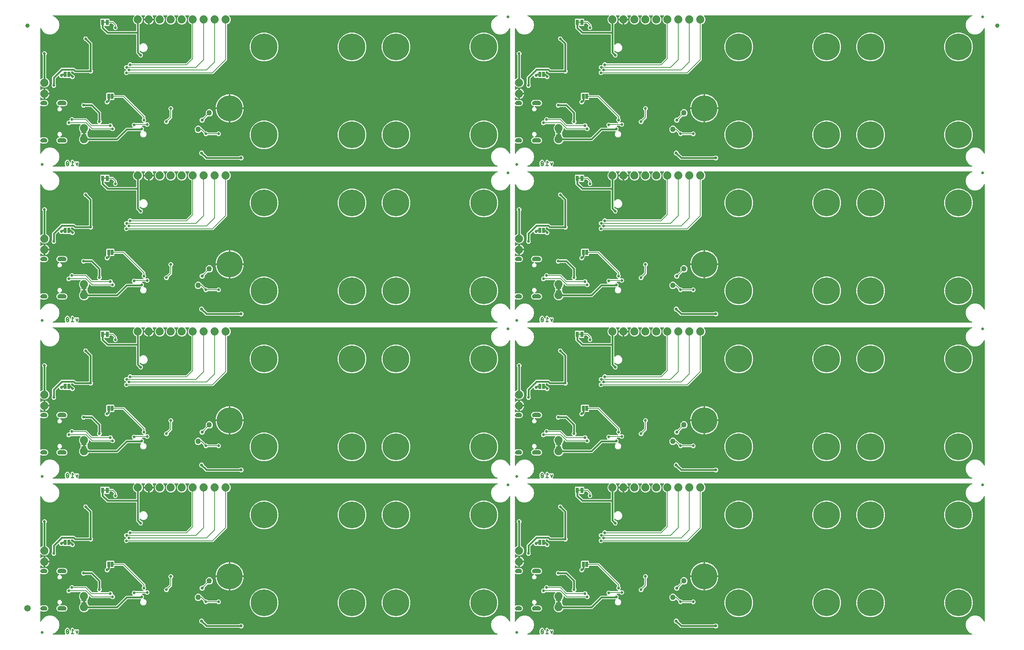
<source format=gbl>
G04 EAGLE Gerber RS-274X export*
G75*
%MOMM*%
%FSLAX34Y34*%
%LPD*%
%INBottom Copper*%
%IPPOS*%
%AMOC8*
5,1,8,0,0,1.08239X$1,22.5*%
G01*
%ADD10C,0.254000*%
%ADD11C,0.755600*%
%ADD12C,0.635000*%
%ADD13C,6.000000*%
%ADD14R,0.660400X1.270000*%
%ADD15R,1.270000X0.635000*%
%ADD16C,1.879600*%
%ADD17R,0.635000X1.270000*%
%ADD18C,1.270000*%
%ADD19C,6.197600*%
%ADD20C,1.000000*%
%ADD21C,1.500000*%
%ADD22C,0.660400*%
%ADD23C,0.203200*%
%ADD24C,0.406400*%
%ADD25C,0.736600*%

G36*
X59998Y724420D02*
X59998Y724420D01*
X60082Y724422D01*
X60138Y724440D01*
X60197Y724449D01*
X60273Y724483D01*
X60353Y724508D01*
X60402Y724541D01*
X60457Y724565D01*
X60520Y724619D01*
X60590Y724665D01*
X60628Y724710D01*
X60674Y724748D01*
X60720Y724818D01*
X60774Y724881D01*
X60798Y724936D01*
X60831Y724985D01*
X60856Y725065D01*
X60891Y725141D01*
X60899Y725200D01*
X60917Y725256D01*
X60919Y725340D01*
X60931Y725422D01*
X60923Y725473D01*
X60924Y725540D01*
X60889Y725676D01*
X60876Y725753D01*
X60610Y726528D01*
X60578Y726592D01*
X60563Y726643D01*
X59499Y728826D01*
X59499Y734214D01*
X59949Y735137D01*
X59949Y735138D01*
X60108Y735464D01*
X60110Y735469D01*
X60113Y735474D01*
X60124Y735513D01*
X60196Y735735D01*
X60197Y735770D01*
X60205Y735797D01*
X60235Y736067D01*
X60312Y736128D01*
X60393Y736215D01*
X60478Y736297D01*
X60488Y736316D01*
X60506Y736335D01*
X60636Y736588D01*
X60637Y736590D01*
X60638Y736592D01*
X61084Y737894D01*
X63896Y739903D01*
X67351Y739903D01*
X70163Y737894D01*
X70637Y736512D01*
X70669Y736449D01*
X70685Y736397D01*
X71823Y734061D01*
X71854Y734016D01*
X71877Y733965D01*
X71933Y733899D01*
X71982Y733826D01*
X72025Y733790D01*
X72060Y733748D01*
X72133Y733700D01*
X72201Y733644D01*
X72251Y733621D01*
X72297Y733591D01*
X72380Y733564D01*
X72461Y733529D01*
X72515Y733522D01*
X72568Y733505D01*
X72656Y733503D01*
X72742Y733491D01*
X72797Y733499D01*
X72852Y733498D01*
X72937Y733520D01*
X73024Y733533D01*
X73074Y733556D01*
X73127Y733570D01*
X73202Y733614D01*
X73282Y733651D01*
X73324Y733687D01*
X73372Y733715D01*
X73432Y733779D01*
X73498Y733836D01*
X73528Y733882D01*
X73566Y733922D01*
X73606Y734000D01*
X73654Y734073D01*
X73670Y734126D01*
X73696Y734175D01*
X73707Y734245D01*
X73738Y734345D01*
X73740Y734440D01*
X73751Y734506D01*
X73751Y736361D01*
X73742Y736424D01*
X73745Y736473D01*
X73616Y737629D01*
X73617Y737629D01*
X73673Y737725D01*
X73681Y737756D01*
X73696Y737784D01*
X73708Y737861D01*
X73731Y737948D01*
X74549Y738766D01*
X74588Y738817D01*
X74624Y738850D01*
X75351Y739758D01*
X75459Y739786D01*
X75486Y739802D01*
X75516Y739812D01*
X75580Y739857D01*
X75657Y739903D01*
X76815Y739903D01*
X76878Y739912D01*
X76927Y739909D01*
X78083Y740037D01*
X78179Y739980D01*
X78209Y739973D01*
X78237Y739958D01*
X78315Y739945D01*
X78402Y739923D01*
X79220Y739104D01*
X79271Y739066D01*
X79304Y739030D01*
X82632Y736367D01*
X82677Y736340D01*
X82717Y736306D01*
X82799Y736268D01*
X82877Y736222D01*
X82928Y736209D01*
X82975Y736187D01*
X83065Y736173D01*
X83152Y736151D01*
X83204Y736152D01*
X83256Y736144D01*
X83328Y736155D01*
X83436Y736158D01*
X83523Y736186D01*
X83588Y736196D01*
X85336Y736779D01*
X86887Y736004D01*
X86903Y735999D01*
X86917Y735989D01*
X87038Y735953D01*
X87156Y735914D01*
X87173Y735913D01*
X87190Y735908D01*
X87316Y735907D01*
X87440Y735902D01*
X87457Y735906D01*
X87474Y735906D01*
X87542Y735926D01*
X87717Y735969D01*
X87758Y735993D01*
X87795Y736004D01*
X89345Y736779D01*
X91941Y735914D01*
X93164Y733467D01*
X90929Y726761D01*
X90926Y726746D01*
X90920Y726732D01*
X90910Y726666D01*
X90891Y726607D01*
X90890Y726546D01*
X90878Y726481D01*
X90879Y726466D01*
X90877Y726451D01*
X90886Y726395D01*
X90884Y726323D01*
X90900Y726262D01*
X90906Y726199D01*
X90909Y726191D01*
X90752Y725878D01*
X90750Y725870D01*
X90745Y725863D01*
X90704Y725735D01*
X90662Y725608D01*
X90662Y725600D01*
X90659Y725592D01*
X90656Y725457D01*
X90650Y725324D01*
X90652Y725316D01*
X90652Y725308D01*
X90686Y725178D01*
X90717Y725048D01*
X90721Y725041D01*
X90724Y725033D01*
X90791Y724919D01*
X90858Y724801D01*
X90865Y724795D01*
X90869Y724788D01*
X90966Y724697D01*
X91062Y724603D01*
X91070Y724599D01*
X91076Y724594D01*
X91196Y724533D01*
X91313Y724470D01*
X91322Y724468D01*
X91329Y724464D01*
X91381Y724455D01*
X91591Y724411D01*
X91630Y724414D01*
X91660Y724409D01*
X1059325Y724409D01*
X1059432Y724424D01*
X1059539Y724432D01*
X1059572Y724444D01*
X1059606Y724449D01*
X1059705Y724493D01*
X1059806Y724530D01*
X1059834Y724551D01*
X1059866Y724565D01*
X1059948Y724634D01*
X1060035Y724698D01*
X1060056Y724726D01*
X1060083Y724748D01*
X1060142Y724838D01*
X1060208Y724924D01*
X1060221Y724956D01*
X1060240Y724985D01*
X1060273Y725088D01*
X1060312Y725188D01*
X1060316Y725223D01*
X1060326Y725256D01*
X1060329Y725364D01*
X1060339Y725471D01*
X1060333Y725506D01*
X1060333Y725540D01*
X1060306Y725645D01*
X1060286Y725751D01*
X1060270Y725782D01*
X1060262Y725815D01*
X1060206Y725908D01*
X1060158Y726004D01*
X1060134Y726030D01*
X1060116Y726060D01*
X1060038Y726134D01*
X1059964Y726213D01*
X1059937Y726228D01*
X1059909Y726254D01*
X1059718Y726352D01*
X1059672Y726378D01*
X1055838Y727773D01*
X1050005Y732668D01*
X1046198Y739262D01*
X1044876Y746760D01*
X1046198Y754258D01*
X1050005Y760852D01*
X1055838Y765747D01*
X1062993Y768351D01*
X1070607Y768351D01*
X1077762Y765747D01*
X1083595Y760852D01*
X1087257Y754509D01*
X1087269Y754494D01*
X1087277Y754476D01*
X1087356Y754382D01*
X1087432Y754285D01*
X1087448Y754274D01*
X1087461Y754259D01*
X1087563Y754191D01*
X1087662Y754119D01*
X1087681Y754112D01*
X1087697Y754101D01*
X1087814Y754064D01*
X1087930Y754023D01*
X1087950Y754022D01*
X1087968Y754016D01*
X1088091Y754012D01*
X1088214Y754005D01*
X1088233Y754009D01*
X1088252Y754008D01*
X1088371Y754039D01*
X1088491Y754066D01*
X1088509Y754075D01*
X1088527Y754080D01*
X1088633Y754143D01*
X1088741Y754202D01*
X1088755Y754215D01*
X1088772Y754225D01*
X1088856Y754315D01*
X1088943Y754401D01*
X1088953Y754418D01*
X1088966Y754433D01*
X1089022Y754542D01*
X1089082Y754649D01*
X1089087Y754668D01*
X1089096Y754686D01*
X1089108Y754758D01*
X1089147Y754926D01*
X1089145Y754977D01*
X1089151Y755017D01*
X1089151Y1043303D01*
X1089149Y1043323D01*
X1089151Y1043342D01*
X1089129Y1043463D01*
X1089111Y1043585D01*
X1089103Y1043602D01*
X1089100Y1043622D01*
X1089045Y1043732D01*
X1088995Y1043844D01*
X1088983Y1043859D01*
X1088974Y1043877D01*
X1088891Y1043967D01*
X1088812Y1044061D01*
X1088795Y1044072D01*
X1088782Y1044086D01*
X1088677Y1044151D01*
X1088575Y1044219D01*
X1088556Y1044225D01*
X1088540Y1044235D01*
X1088421Y1044267D01*
X1088304Y1044304D01*
X1088284Y1044305D01*
X1088265Y1044310D01*
X1088143Y1044309D01*
X1088020Y1044312D01*
X1088001Y1044307D01*
X1087981Y1044307D01*
X1087863Y1044271D01*
X1087745Y1044240D01*
X1087728Y1044230D01*
X1087709Y1044224D01*
X1087606Y1044157D01*
X1087500Y1044095D01*
X1087487Y1044080D01*
X1087470Y1044070D01*
X1087424Y1044013D01*
X1087306Y1043887D01*
X1087282Y1043842D01*
X1087257Y1043811D01*
X1083595Y1037468D01*
X1077762Y1032573D01*
X1070607Y1029969D01*
X1062993Y1029969D01*
X1055838Y1032573D01*
X1050005Y1037468D01*
X1046198Y1044062D01*
X1044876Y1051560D01*
X1046198Y1059058D01*
X1050005Y1065652D01*
X1055838Y1070547D01*
X1059672Y1071942D01*
X1059767Y1071993D01*
X1059866Y1072037D01*
X1059892Y1072059D01*
X1059923Y1072076D01*
X1060000Y1072151D01*
X1060083Y1072221D01*
X1060102Y1072249D01*
X1060127Y1072274D01*
X1060181Y1072367D01*
X1060240Y1072457D01*
X1060251Y1072490D01*
X1060268Y1072520D01*
X1060294Y1072625D01*
X1060326Y1072728D01*
X1060327Y1072763D01*
X1060335Y1072797D01*
X1060331Y1072904D01*
X1060333Y1073012D01*
X1060325Y1073046D01*
X1060323Y1073081D01*
X1060289Y1073183D01*
X1060262Y1073287D01*
X1060244Y1073317D01*
X1060233Y1073350D01*
X1060171Y1073439D01*
X1060116Y1073532D01*
X1060091Y1073556D01*
X1060071Y1073584D01*
X1059988Y1073653D01*
X1059909Y1073726D01*
X1059878Y1073742D01*
X1059851Y1073764D01*
X1059752Y1073807D01*
X1059656Y1073856D01*
X1059625Y1073861D01*
X1059590Y1073876D01*
X1059377Y1073902D01*
X1059325Y1073911D01*
X440765Y1073911D01*
X440736Y1073907D01*
X440707Y1073910D01*
X440596Y1073887D01*
X440484Y1073871D01*
X440457Y1073859D01*
X440428Y1073854D01*
X440328Y1073801D01*
X440224Y1073755D01*
X440202Y1073736D01*
X440176Y1073723D01*
X440094Y1073645D01*
X440007Y1073572D01*
X439991Y1073547D01*
X439970Y1073527D01*
X439913Y1073429D01*
X439850Y1073335D01*
X439841Y1073307D01*
X439826Y1073282D01*
X439798Y1073172D01*
X439764Y1073064D01*
X439763Y1073034D01*
X439756Y1073006D01*
X439760Y1072893D01*
X439757Y1072780D01*
X439764Y1072751D01*
X439765Y1072722D01*
X439800Y1072614D01*
X439828Y1072505D01*
X439843Y1072479D01*
X439852Y1072451D01*
X439898Y1072387D01*
X439974Y1072260D01*
X440019Y1072217D01*
X440047Y1072178D01*
X441491Y1070735D01*
X443231Y1066534D01*
X443231Y1061986D01*
X441490Y1057785D01*
X438275Y1054570D01*
X435475Y1053410D01*
X435474Y1053409D01*
X435473Y1053409D01*
X435354Y1053338D01*
X435231Y1053265D01*
X435230Y1053264D01*
X435228Y1053263D01*
X435131Y1053160D01*
X435035Y1053059D01*
X435035Y1053057D01*
X435034Y1053056D01*
X434969Y1052930D01*
X434905Y1052806D01*
X434905Y1052804D01*
X434904Y1052803D01*
X434902Y1052788D01*
X434850Y1052527D01*
X434853Y1052497D01*
X434849Y1052472D01*
X434849Y970287D01*
X402583Y938021D01*
X206846Y938021D01*
X206760Y938009D01*
X206672Y938006D01*
X206620Y937989D01*
X206565Y937981D01*
X206485Y937946D01*
X206402Y937919D01*
X206362Y937891D01*
X206305Y937865D01*
X206192Y937769D01*
X206128Y937724D01*
X204952Y936547D01*
X202991Y935735D01*
X200869Y935735D01*
X198908Y936547D01*
X197407Y938048D01*
X196595Y940009D01*
X196595Y942131D01*
X197407Y944092D01*
X198908Y945593D01*
X200869Y946405D01*
X200952Y946405D01*
X201038Y946417D01*
X201123Y946419D01*
X201178Y946437D01*
X201234Y946445D01*
X201312Y946480D01*
X201394Y946506D01*
X201441Y946538D01*
X201493Y946561D01*
X201559Y946616D01*
X201630Y946664D01*
X201667Y946708D01*
X201710Y946744D01*
X201758Y946816D01*
X201813Y946882D01*
X201836Y946934D01*
X201868Y946981D01*
X201894Y947063D01*
X201929Y947142D01*
X201937Y947198D01*
X201954Y947252D01*
X201956Y947338D01*
X201968Y947423D01*
X201960Y947479D01*
X201961Y947536D01*
X201939Y947619D01*
X201927Y947705D01*
X201904Y947756D01*
X201889Y947811D01*
X201845Y947885D01*
X201810Y947964D01*
X201773Y948007D01*
X201744Y948056D01*
X201681Y948115D01*
X201626Y948180D01*
X201584Y948206D01*
X201537Y948250D01*
X201407Y948316D01*
X201341Y948358D01*
X199500Y949120D01*
X197999Y950621D01*
X197187Y952582D01*
X197187Y954704D01*
X197999Y956665D01*
X199500Y958166D01*
X201461Y958978D01*
X203583Y958978D01*
X204081Y958771D01*
X204193Y958743D01*
X204302Y958708D01*
X204330Y958707D01*
X204357Y958700D01*
X204471Y958704D01*
X204586Y958701D01*
X204613Y958708D01*
X204641Y958709D01*
X204750Y958743D01*
X204861Y958773D01*
X204885Y958787D01*
X204912Y958795D01*
X205007Y958859D01*
X205106Y958918D01*
X205125Y958938D01*
X205148Y958953D01*
X205222Y959041D01*
X205300Y959125D01*
X205313Y959150D01*
X205331Y959171D01*
X205378Y959276D01*
X205430Y959378D01*
X205434Y959403D01*
X205446Y959431D01*
X205483Y959695D01*
X205485Y959709D01*
X205485Y960800D01*
X206297Y962761D01*
X207798Y964262D01*
X209759Y965074D01*
X211881Y965074D01*
X213842Y964262D01*
X215018Y963085D01*
X215088Y963033D01*
X215152Y962973D01*
X215201Y962947D01*
X215246Y962914D01*
X215327Y962883D01*
X215405Y962843D01*
X215453Y962835D01*
X215511Y962813D01*
X215659Y962801D01*
X215736Y962788D01*
X339566Y962788D01*
X339652Y962800D01*
X339740Y962803D01*
X339792Y962820D01*
X339847Y962828D01*
X339927Y962863D01*
X340010Y962890D01*
X340049Y962918D01*
X340107Y962944D01*
X340220Y963040D01*
X340284Y963085D01*
X352254Y975055D01*
X352306Y975125D01*
X352366Y975189D01*
X352392Y975239D01*
X352425Y975283D01*
X352456Y975364D01*
X352496Y975442D01*
X352504Y975490D01*
X352526Y975548D01*
X352538Y975696D01*
X352551Y975773D01*
X352551Y1052472D01*
X352551Y1052473D01*
X352551Y1052475D01*
X352531Y1052614D01*
X352511Y1052753D01*
X352511Y1052755D01*
X352511Y1052756D01*
X352454Y1052882D01*
X352395Y1053013D01*
X352394Y1053014D01*
X352393Y1053015D01*
X352303Y1053122D01*
X352212Y1053230D01*
X352210Y1053231D01*
X352209Y1053232D01*
X352196Y1053240D01*
X351975Y1053387D01*
X351946Y1053397D01*
X351925Y1053410D01*
X349125Y1054570D01*
X345910Y1057785D01*
X344169Y1061986D01*
X344169Y1066534D01*
X345909Y1070735D01*
X347353Y1072178D01*
X347370Y1072202D01*
X347393Y1072221D01*
X347455Y1072315D01*
X347524Y1072405D01*
X347534Y1072433D01*
X347550Y1072457D01*
X347584Y1072565D01*
X347625Y1072671D01*
X347627Y1072700D01*
X347636Y1072728D01*
X347639Y1072842D01*
X347648Y1072954D01*
X347643Y1072983D01*
X347643Y1073012D01*
X347615Y1073122D01*
X347592Y1073233D01*
X347579Y1073259D01*
X347572Y1073287D01*
X347514Y1073385D01*
X347461Y1073485D01*
X347441Y1073507D01*
X347426Y1073532D01*
X347344Y1073609D01*
X347266Y1073691D01*
X347240Y1073706D01*
X347219Y1073726D01*
X347118Y1073778D01*
X347020Y1073835D01*
X346992Y1073842D01*
X346966Y1073856D01*
X346888Y1073869D01*
X346745Y1073905D01*
X346682Y1073903D01*
X346635Y1073911D01*
X339165Y1073911D01*
X339136Y1073907D01*
X339107Y1073910D01*
X338996Y1073887D01*
X338884Y1073871D01*
X338857Y1073859D01*
X338828Y1073854D01*
X338728Y1073801D01*
X338624Y1073755D01*
X338602Y1073736D01*
X338576Y1073723D01*
X338494Y1073645D01*
X338407Y1073572D01*
X338391Y1073547D01*
X338370Y1073527D01*
X338313Y1073429D01*
X338250Y1073335D01*
X338241Y1073307D01*
X338226Y1073282D01*
X338198Y1073172D01*
X338164Y1073064D01*
X338163Y1073034D01*
X338156Y1073006D01*
X338160Y1072893D01*
X338157Y1072780D01*
X338164Y1072751D01*
X338165Y1072722D01*
X338200Y1072614D01*
X338228Y1072505D01*
X338243Y1072479D01*
X338252Y1072451D01*
X338298Y1072387D01*
X338374Y1072260D01*
X338419Y1072217D01*
X338447Y1072178D01*
X339891Y1070735D01*
X341631Y1066534D01*
X341631Y1061986D01*
X339890Y1057785D01*
X336675Y1054570D01*
X332474Y1052829D01*
X327926Y1052829D01*
X323725Y1054570D01*
X320510Y1057785D01*
X318769Y1061986D01*
X318769Y1066534D01*
X320509Y1070735D01*
X321953Y1072178D01*
X321970Y1072202D01*
X321993Y1072221D01*
X322055Y1072315D01*
X322124Y1072405D01*
X322134Y1072433D01*
X322150Y1072457D01*
X322184Y1072565D01*
X322225Y1072671D01*
X322227Y1072700D01*
X322236Y1072728D01*
X322239Y1072842D01*
X322248Y1072954D01*
X322243Y1072983D01*
X322243Y1073012D01*
X322215Y1073122D01*
X322192Y1073233D01*
X322179Y1073259D01*
X322172Y1073287D01*
X322114Y1073385D01*
X322061Y1073485D01*
X322041Y1073507D01*
X322026Y1073532D01*
X321944Y1073609D01*
X321866Y1073691D01*
X321840Y1073706D01*
X321819Y1073726D01*
X321718Y1073778D01*
X321620Y1073835D01*
X321592Y1073842D01*
X321566Y1073856D01*
X321488Y1073869D01*
X321345Y1073905D01*
X321282Y1073903D01*
X321235Y1073911D01*
X313765Y1073911D01*
X313736Y1073907D01*
X313707Y1073910D01*
X313596Y1073887D01*
X313484Y1073871D01*
X313457Y1073859D01*
X313428Y1073854D01*
X313328Y1073801D01*
X313224Y1073755D01*
X313202Y1073736D01*
X313176Y1073723D01*
X313094Y1073645D01*
X313007Y1073572D01*
X312991Y1073547D01*
X312970Y1073527D01*
X312913Y1073429D01*
X312850Y1073335D01*
X312841Y1073307D01*
X312826Y1073282D01*
X312798Y1073172D01*
X312764Y1073064D01*
X312763Y1073034D01*
X312756Y1073006D01*
X312760Y1072893D01*
X312757Y1072780D01*
X312764Y1072751D01*
X312765Y1072722D01*
X312800Y1072614D01*
X312828Y1072505D01*
X312843Y1072479D01*
X312852Y1072451D01*
X312898Y1072387D01*
X312974Y1072260D01*
X313019Y1072217D01*
X313047Y1072178D01*
X314491Y1070735D01*
X316231Y1066534D01*
X316231Y1061986D01*
X314490Y1057785D01*
X311275Y1054570D01*
X307074Y1052829D01*
X302526Y1052829D01*
X298325Y1054570D01*
X295110Y1057785D01*
X293369Y1061986D01*
X293369Y1066534D01*
X295109Y1070735D01*
X296553Y1072178D01*
X296570Y1072202D01*
X296593Y1072221D01*
X296655Y1072315D01*
X296724Y1072405D01*
X296734Y1072433D01*
X296750Y1072457D01*
X296784Y1072565D01*
X296825Y1072671D01*
X296827Y1072700D01*
X296836Y1072728D01*
X296839Y1072842D01*
X296848Y1072954D01*
X296843Y1072983D01*
X296843Y1073012D01*
X296815Y1073122D01*
X296792Y1073233D01*
X296779Y1073259D01*
X296772Y1073287D01*
X296714Y1073385D01*
X296661Y1073485D01*
X296641Y1073507D01*
X296626Y1073532D01*
X296544Y1073609D01*
X296466Y1073691D01*
X296440Y1073706D01*
X296419Y1073726D01*
X296318Y1073778D01*
X296220Y1073835D01*
X296192Y1073842D01*
X296166Y1073856D01*
X296088Y1073869D01*
X295945Y1073905D01*
X295882Y1073903D01*
X295835Y1073911D01*
X288365Y1073911D01*
X288336Y1073907D01*
X288307Y1073910D01*
X288196Y1073887D01*
X288084Y1073871D01*
X288057Y1073859D01*
X288028Y1073854D01*
X287928Y1073801D01*
X287824Y1073755D01*
X287802Y1073736D01*
X287776Y1073723D01*
X287694Y1073645D01*
X287607Y1073572D01*
X287591Y1073547D01*
X287570Y1073527D01*
X287513Y1073429D01*
X287450Y1073335D01*
X287441Y1073307D01*
X287426Y1073282D01*
X287398Y1073172D01*
X287364Y1073064D01*
X287363Y1073034D01*
X287356Y1073006D01*
X287360Y1072893D01*
X287357Y1072780D01*
X287364Y1072751D01*
X287365Y1072722D01*
X287400Y1072614D01*
X287428Y1072505D01*
X287443Y1072479D01*
X287452Y1072451D01*
X287498Y1072387D01*
X287574Y1072260D01*
X287619Y1072217D01*
X287647Y1072178D01*
X289091Y1070735D01*
X290831Y1066534D01*
X290831Y1061986D01*
X289090Y1057785D01*
X285875Y1054570D01*
X281674Y1052829D01*
X277126Y1052829D01*
X272925Y1054570D01*
X269710Y1057785D01*
X267969Y1061986D01*
X267969Y1066534D01*
X269709Y1070735D01*
X271153Y1072178D01*
X271170Y1072202D01*
X271193Y1072221D01*
X271255Y1072315D01*
X271324Y1072405D01*
X271334Y1072433D01*
X271350Y1072457D01*
X271384Y1072565D01*
X271425Y1072671D01*
X271427Y1072700D01*
X271436Y1072728D01*
X271439Y1072842D01*
X271448Y1072954D01*
X271443Y1072983D01*
X271443Y1073012D01*
X271415Y1073122D01*
X271392Y1073233D01*
X271379Y1073259D01*
X271372Y1073287D01*
X271314Y1073385D01*
X271261Y1073485D01*
X271241Y1073507D01*
X271226Y1073532D01*
X271144Y1073609D01*
X271066Y1073691D01*
X271040Y1073706D01*
X271019Y1073726D01*
X270918Y1073778D01*
X270820Y1073835D01*
X270792Y1073842D01*
X270766Y1073856D01*
X270688Y1073869D01*
X270545Y1073905D01*
X270482Y1073903D01*
X270435Y1073911D01*
X263684Y1073911D01*
X263655Y1073907D01*
X263625Y1073910D01*
X263514Y1073887D01*
X263402Y1073871D01*
X263375Y1073859D01*
X263347Y1073854D01*
X263246Y1073801D01*
X263143Y1073755D01*
X263120Y1073736D01*
X263094Y1073723D01*
X263012Y1073645D01*
X262926Y1073572D01*
X262909Y1073547D01*
X262888Y1073527D01*
X262831Y1073429D01*
X262768Y1073335D01*
X262759Y1073307D01*
X262744Y1073282D01*
X262717Y1073172D01*
X262682Y1073064D01*
X262682Y1073035D01*
X262674Y1073006D01*
X262678Y1072893D01*
X262675Y1072780D01*
X262682Y1072751D01*
X262683Y1072722D01*
X262718Y1072614D01*
X262747Y1072505D01*
X262762Y1072479D01*
X262771Y1072451D01*
X262817Y1072387D01*
X262892Y1072260D01*
X262938Y1072217D01*
X262966Y1072178D01*
X263106Y1072037D01*
X264211Y1070517D01*
X265064Y1068843D01*
X265645Y1067056D01*
X265766Y1066291D01*
X255016Y1066291D01*
X254958Y1066283D01*
X254900Y1066285D01*
X254818Y1066263D01*
X254735Y1066251D01*
X254681Y1066227D01*
X254625Y1066213D01*
X254552Y1066170D01*
X254475Y1066135D01*
X254431Y1066097D01*
X254380Y1066067D01*
X254323Y1066006D01*
X254258Y1065951D01*
X254226Y1065903D01*
X254186Y1065860D01*
X254147Y1065785D01*
X254101Y1065715D01*
X254083Y1065659D01*
X254056Y1065607D01*
X254045Y1065539D01*
X254015Y1065444D01*
X254012Y1065344D01*
X254001Y1065276D01*
X254001Y1064259D01*
X253999Y1064259D01*
X253999Y1065276D01*
X253991Y1065334D01*
X253992Y1065392D01*
X253971Y1065474D01*
X253959Y1065557D01*
X253935Y1065611D01*
X253921Y1065667D01*
X253878Y1065740D01*
X253843Y1065817D01*
X253805Y1065862D01*
X253775Y1065912D01*
X253714Y1065970D01*
X253659Y1066034D01*
X253611Y1066066D01*
X253568Y1066106D01*
X253493Y1066145D01*
X253423Y1066191D01*
X253367Y1066209D01*
X253315Y1066236D01*
X253247Y1066247D01*
X253152Y1066277D01*
X253052Y1066280D01*
X252984Y1066291D01*
X242234Y1066291D01*
X242355Y1067056D01*
X242936Y1068843D01*
X243789Y1070517D01*
X244894Y1072037D01*
X245034Y1072178D01*
X245052Y1072202D01*
X245074Y1072221D01*
X245137Y1072315D01*
X245205Y1072405D01*
X245216Y1072433D01*
X245232Y1072457D01*
X245266Y1072565D01*
X245306Y1072671D01*
X245309Y1072700D01*
X245318Y1072728D01*
X245321Y1072841D01*
X245330Y1072954D01*
X245324Y1072983D01*
X245325Y1073012D01*
X245296Y1073122D01*
X245274Y1073233D01*
X245261Y1073259D01*
X245253Y1073287D01*
X245195Y1073385D01*
X245143Y1073485D01*
X245123Y1073507D01*
X245108Y1073532D01*
X245025Y1073609D01*
X244947Y1073691D01*
X244922Y1073706D01*
X244901Y1073726D01*
X244800Y1073778D01*
X244702Y1073835D01*
X244674Y1073842D01*
X244647Y1073856D01*
X244570Y1073869D01*
X244427Y1073905D01*
X244364Y1073903D01*
X244316Y1073911D01*
X237565Y1073911D01*
X237536Y1073907D01*
X237507Y1073910D01*
X237396Y1073887D01*
X237284Y1073871D01*
X237257Y1073859D01*
X237228Y1073854D01*
X237128Y1073801D01*
X237024Y1073755D01*
X237002Y1073736D01*
X236976Y1073723D01*
X236894Y1073645D01*
X236807Y1073572D01*
X236791Y1073547D01*
X236770Y1073527D01*
X236713Y1073429D01*
X236650Y1073335D01*
X236641Y1073307D01*
X236626Y1073282D01*
X236598Y1073172D01*
X236564Y1073064D01*
X236563Y1073034D01*
X236556Y1073006D01*
X236560Y1072893D01*
X236557Y1072780D01*
X236564Y1072751D01*
X236565Y1072722D01*
X236600Y1072614D01*
X236628Y1072505D01*
X236643Y1072479D01*
X236652Y1072451D01*
X236698Y1072387D01*
X236774Y1072260D01*
X236819Y1072217D01*
X236847Y1072178D01*
X238291Y1070735D01*
X240031Y1066534D01*
X240031Y1061986D01*
X238290Y1057785D01*
X235075Y1054570D01*
X233291Y1053831D01*
X233290Y1053830D01*
X233289Y1053830D01*
X233170Y1053759D01*
X233047Y1053686D01*
X233046Y1053685D01*
X233044Y1053684D01*
X232947Y1053580D01*
X232851Y1053480D01*
X232851Y1053478D01*
X232850Y1053477D01*
X232785Y1053350D01*
X232721Y1053227D01*
X232721Y1053225D01*
X232720Y1053224D01*
X232718Y1053209D01*
X232666Y1052948D01*
X232669Y1052917D01*
X232665Y1052893D01*
X232665Y1007164D01*
X232669Y1007135D01*
X232666Y1007106D01*
X232689Y1006995D01*
X232705Y1006883D01*
X232717Y1006856D01*
X232722Y1006827D01*
X232775Y1006726D01*
X232821Y1006623D01*
X232840Y1006601D01*
X232853Y1006575D01*
X232931Y1006493D01*
X233004Y1006406D01*
X233029Y1006390D01*
X233049Y1006369D01*
X233147Y1006312D01*
X233241Y1006249D01*
X233269Y1006240D01*
X233294Y1006225D01*
X233404Y1006197D01*
X233512Y1006163D01*
X233542Y1006162D01*
X233570Y1006155D01*
X233683Y1006159D01*
X233796Y1006156D01*
X233825Y1006163D01*
X233854Y1006164D01*
X233962Y1006199D01*
X234071Y1006227D01*
X234097Y1006242D01*
X234125Y1006251D01*
X234189Y1006297D01*
X234316Y1006373D01*
X234359Y1006418D01*
X234398Y1006446D01*
X235617Y1007665D01*
X239304Y1009193D01*
X243296Y1009193D01*
X246983Y1007665D01*
X249805Y1004843D01*
X251333Y1001156D01*
X251333Y997164D01*
X249805Y993477D01*
X246983Y990655D01*
X243296Y989127D01*
X239304Y989127D01*
X235617Y990655D01*
X234398Y991874D01*
X234374Y991891D01*
X234355Y991914D01*
X234261Y991977D01*
X234171Y992045D01*
X234143Y992055D01*
X234119Y992071D01*
X234011Y992106D01*
X233905Y992146D01*
X233876Y992148D01*
X233848Y992157D01*
X233734Y992160D01*
X233622Y992169D01*
X233593Y992164D01*
X233564Y992164D01*
X233454Y992136D01*
X233343Y992114D01*
X233317Y992100D01*
X233289Y992093D01*
X233191Y992035D01*
X233091Y991983D01*
X233069Y991962D01*
X233044Y991947D01*
X232967Y991865D01*
X232885Y991787D01*
X232870Y991761D01*
X232850Y991740D01*
X232798Y991639D01*
X232741Y991541D01*
X232734Y991513D01*
X232720Y991487D01*
X232707Y991410D01*
X232671Y991266D01*
X232673Y991203D01*
X232665Y991156D01*
X232665Y990418D01*
X232677Y990332D01*
X232680Y990244D01*
X232697Y990192D01*
X232705Y990137D01*
X232740Y990057D01*
X232767Y989974D01*
X232795Y989934D01*
X232821Y989877D01*
X232878Y989810D01*
X232902Y989768D01*
X232936Y989737D01*
X232962Y989700D01*
X235193Y987469D01*
X235263Y987417D01*
X235327Y987357D01*
X235376Y987331D01*
X235421Y987298D01*
X235502Y987267D01*
X235580Y987227D01*
X235628Y987219D01*
X235686Y987197D01*
X235834Y987185D01*
X235911Y987172D01*
X236138Y987172D01*
X238099Y986360D01*
X239600Y984859D01*
X240412Y982898D01*
X240412Y980776D01*
X239600Y978815D01*
X238099Y977314D01*
X236138Y976502D01*
X234016Y976502D01*
X232055Y977314D01*
X230554Y978815D01*
X229742Y980776D01*
X229742Y981003D01*
X229730Y981089D01*
X229727Y981177D01*
X229710Y981229D01*
X229702Y981284D01*
X229667Y981364D01*
X229640Y981447D01*
X229612Y981487D01*
X229586Y981544D01*
X229490Y981657D01*
X229445Y981721D01*
X224535Y986630D01*
X224535Y1028700D01*
X224527Y1028758D01*
X224529Y1028816D01*
X224507Y1028898D01*
X224495Y1028982D01*
X224472Y1029035D01*
X224457Y1029091D01*
X224414Y1029164D01*
X224379Y1029241D01*
X224341Y1029286D01*
X224312Y1029336D01*
X224250Y1029394D01*
X224196Y1029458D01*
X224147Y1029490D01*
X224104Y1029530D01*
X224029Y1029569D01*
X223959Y1029616D01*
X223903Y1029633D01*
X223851Y1029660D01*
X223783Y1029671D01*
X223688Y1029701D01*
X223588Y1029704D01*
X223520Y1029715D01*
X157066Y1029715D01*
X154388Y1032394D01*
X143128Y1043653D01*
X143128Y1049027D01*
X143116Y1049114D01*
X143113Y1049202D01*
X143096Y1049254D01*
X143088Y1049309D01*
X143053Y1049389D01*
X143026Y1049472D01*
X142998Y1049511D01*
X142972Y1049568D01*
X142876Y1049682D01*
X142831Y1049745D01*
X141858Y1050718D01*
X141858Y1065102D01*
X143049Y1066293D01*
X151337Y1066293D01*
X151682Y1065948D01*
X151729Y1065913D01*
X151769Y1065870D01*
X151842Y1065827D01*
X151909Y1065777D01*
X151964Y1065756D01*
X152014Y1065726D01*
X152096Y1065705D01*
X152175Y1065675D01*
X152233Y1065671D01*
X152290Y1065656D01*
X152374Y1065659D01*
X152458Y1065652D01*
X152516Y1065663D01*
X152574Y1065665D01*
X152654Y1065691D01*
X152737Y1065708D01*
X152789Y1065735D01*
X152845Y1065753D01*
X152901Y1065793D01*
X152989Y1065839D01*
X153062Y1065907D01*
X153118Y1065948D01*
X153463Y1066293D01*
X161751Y1066293D01*
X162942Y1065102D01*
X162942Y1061974D01*
X162950Y1061916D01*
X162948Y1061858D01*
X162970Y1061776D01*
X162982Y1061692D01*
X163005Y1061639D01*
X163020Y1061583D01*
X163063Y1061510D01*
X163098Y1061433D01*
X163136Y1061388D01*
X163165Y1061338D01*
X163227Y1061280D01*
X163281Y1061216D01*
X163330Y1061184D01*
X163373Y1061144D01*
X163448Y1061105D01*
X163518Y1061058D01*
X163574Y1061041D01*
X163626Y1061014D01*
X163694Y1061003D01*
X163789Y1060973D01*
X163889Y1060970D01*
X163957Y1060959D01*
X171570Y1060959D01*
X173653Y1058876D01*
X173653Y1058875D01*
X179579Y1052950D01*
X179579Y1050126D01*
X179591Y1050040D01*
X179594Y1049952D01*
X179611Y1049900D01*
X179619Y1049845D01*
X179654Y1049765D01*
X179681Y1049682D01*
X179709Y1049642D01*
X179735Y1049585D01*
X179831Y1049472D01*
X179876Y1049408D01*
X181053Y1048232D01*
X181865Y1046271D01*
X181865Y1044149D01*
X181053Y1042188D01*
X179552Y1040687D01*
X177591Y1039875D01*
X175469Y1039875D01*
X173508Y1040687D01*
X172007Y1042188D01*
X171195Y1044149D01*
X171195Y1046271D01*
X172007Y1048232D01*
X173123Y1049347D01*
X173158Y1049394D01*
X173200Y1049434D01*
X173243Y1049507D01*
X173294Y1049574D01*
X173314Y1049629D01*
X173344Y1049679D01*
X173365Y1049761D01*
X173395Y1049840D01*
X173400Y1049898D01*
X173414Y1049955D01*
X173411Y1050039D01*
X173418Y1050123D01*
X173407Y1050180D01*
X173405Y1050239D01*
X173379Y1050319D01*
X173362Y1050402D01*
X173335Y1050454D01*
X173317Y1050509D01*
X173277Y1050566D01*
X173231Y1050654D01*
X173163Y1050727D01*
X173123Y1050783D01*
X169342Y1054564D01*
X169272Y1054616D01*
X169208Y1054676D01*
X169158Y1054702D01*
X169114Y1054735D01*
X169033Y1054766D01*
X168955Y1054806D01*
X168907Y1054814D01*
X168849Y1054836D01*
X168701Y1054848D01*
X168624Y1054861D01*
X163957Y1054861D01*
X163899Y1054853D01*
X163841Y1054855D01*
X163759Y1054833D01*
X163675Y1054821D01*
X163622Y1054798D01*
X163566Y1054783D01*
X163493Y1054740D01*
X163416Y1054705D01*
X163371Y1054667D01*
X163321Y1054638D01*
X163263Y1054576D01*
X163199Y1054522D01*
X163167Y1054473D01*
X163127Y1054430D01*
X163088Y1054355D01*
X163041Y1054285D01*
X163024Y1054229D01*
X162997Y1054177D01*
X162986Y1054109D01*
X162956Y1054014D01*
X162953Y1053914D01*
X162942Y1053846D01*
X162942Y1050718D01*
X161751Y1049527D01*
X153463Y1049527D01*
X153118Y1049872D01*
X153071Y1049908D01*
X153031Y1049950D01*
X152958Y1049993D01*
X152891Y1050043D01*
X152836Y1050064D01*
X152786Y1050094D01*
X152704Y1050114D01*
X152625Y1050145D01*
X152567Y1050149D01*
X152510Y1050164D01*
X152426Y1050161D01*
X152342Y1050168D01*
X152284Y1050157D01*
X152226Y1050155D01*
X152146Y1050129D01*
X152063Y1050112D01*
X152011Y1050085D01*
X151955Y1050067D01*
X151899Y1050027D01*
X151811Y1049981D01*
X151738Y1049912D01*
X151682Y1049872D01*
X151555Y1049745D01*
X151503Y1049676D01*
X151443Y1049612D01*
X151417Y1049562D01*
X151384Y1049518D01*
X151353Y1049436D01*
X151313Y1049359D01*
X151305Y1049311D01*
X151283Y1049253D01*
X151271Y1049105D01*
X151258Y1049027D01*
X151258Y1047441D01*
X151270Y1047355D01*
X151273Y1047267D01*
X151290Y1047215D01*
X151298Y1047160D01*
X151333Y1047080D01*
X151360Y1046997D01*
X151388Y1046957D01*
X151414Y1046900D01*
X151510Y1046787D01*
X151555Y1046723D01*
X160136Y1038142D01*
X160206Y1038090D01*
X160270Y1038030D01*
X160319Y1038004D01*
X160363Y1037971D01*
X160445Y1037940D01*
X160523Y1037900D01*
X160571Y1037892D01*
X160629Y1037870D01*
X160777Y1037858D01*
X160854Y1037845D01*
X223520Y1037845D01*
X223578Y1037853D01*
X223636Y1037851D01*
X223718Y1037873D01*
X223802Y1037885D01*
X223855Y1037908D01*
X223911Y1037923D01*
X223984Y1037966D01*
X224061Y1038001D01*
X224106Y1038039D01*
X224156Y1038068D01*
X224214Y1038130D01*
X224278Y1038184D01*
X224310Y1038233D01*
X224350Y1038276D01*
X224389Y1038351D01*
X224436Y1038421D01*
X224453Y1038477D01*
X224480Y1038529D01*
X224491Y1038597D01*
X224521Y1038692D01*
X224524Y1038792D01*
X224535Y1038860D01*
X224535Y1052893D01*
X224535Y1052894D01*
X224535Y1052896D01*
X224515Y1053036D01*
X224495Y1053174D01*
X224495Y1053176D01*
X224495Y1053177D01*
X224438Y1053303D01*
X224379Y1053434D01*
X224378Y1053435D01*
X224377Y1053436D01*
X224286Y1053543D01*
X224196Y1053651D01*
X224194Y1053652D01*
X224193Y1053653D01*
X224180Y1053661D01*
X223959Y1053808D01*
X223930Y1053818D01*
X223909Y1053831D01*
X222125Y1054570D01*
X218910Y1057785D01*
X217169Y1061986D01*
X217169Y1066534D01*
X218909Y1070735D01*
X220353Y1072178D01*
X220370Y1072202D01*
X220393Y1072221D01*
X220455Y1072315D01*
X220524Y1072405D01*
X220534Y1072433D01*
X220550Y1072457D01*
X220584Y1072565D01*
X220625Y1072671D01*
X220627Y1072700D01*
X220636Y1072728D01*
X220639Y1072842D01*
X220648Y1072954D01*
X220643Y1072983D01*
X220643Y1073012D01*
X220615Y1073122D01*
X220592Y1073233D01*
X220579Y1073259D01*
X220572Y1073287D01*
X220514Y1073385D01*
X220461Y1073485D01*
X220441Y1073507D01*
X220426Y1073532D01*
X220344Y1073609D01*
X220266Y1073691D01*
X220240Y1073706D01*
X220219Y1073726D01*
X220118Y1073778D01*
X220020Y1073835D01*
X219992Y1073842D01*
X219966Y1073856D01*
X219888Y1073869D01*
X219745Y1073905D01*
X219682Y1073903D01*
X219635Y1073911D01*
X32875Y1073911D01*
X32768Y1073896D01*
X32661Y1073888D01*
X32628Y1073876D01*
X32594Y1073871D01*
X32495Y1073827D01*
X32394Y1073790D01*
X32366Y1073769D01*
X32334Y1073755D01*
X32252Y1073686D01*
X32165Y1073622D01*
X32144Y1073594D01*
X32117Y1073572D01*
X32058Y1073482D01*
X31992Y1073396D01*
X31979Y1073364D01*
X31960Y1073335D01*
X31927Y1073232D01*
X31888Y1073132D01*
X31884Y1073097D01*
X31874Y1073064D01*
X31871Y1072956D01*
X31861Y1072849D01*
X31867Y1072814D01*
X31867Y1072780D01*
X31894Y1072675D01*
X31914Y1072569D01*
X31930Y1072538D01*
X31938Y1072505D01*
X31994Y1072412D01*
X32042Y1072316D01*
X32066Y1072290D01*
X32084Y1072260D01*
X32162Y1072186D01*
X32236Y1072107D01*
X32263Y1072092D01*
X32291Y1072066D01*
X32482Y1071968D01*
X32528Y1071942D01*
X36362Y1070547D01*
X42195Y1065652D01*
X46002Y1059058D01*
X47324Y1051560D01*
X46002Y1044062D01*
X42195Y1037468D01*
X36362Y1032573D01*
X29207Y1029969D01*
X21593Y1029969D01*
X14438Y1032573D01*
X8605Y1037468D01*
X4943Y1043811D01*
X4931Y1043826D01*
X4923Y1043844D01*
X4844Y1043938D01*
X4768Y1044035D01*
X4752Y1044046D01*
X4739Y1044061D01*
X4637Y1044129D01*
X4538Y1044201D01*
X4519Y1044208D01*
X4503Y1044219D01*
X4386Y1044256D01*
X4270Y1044297D01*
X4250Y1044299D01*
X4232Y1044304D01*
X4109Y1044308D01*
X3986Y1044315D01*
X3967Y1044311D01*
X3948Y1044312D01*
X3829Y1044281D01*
X3709Y1044254D01*
X3691Y1044245D01*
X3673Y1044240D01*
X3567Y1044177D01*
X3459Y1044118D01*
X3445Y1044105D01*
X3428Y1044095D01*
X3344Y1044005D01*
X3257Y1043919D01*
X3247Y1043902D01*
X3234Y1043887D01*
X3178Y1043778D01*
X3118Y1043671D01*
X3113Y1043652D01*
X3104Y1043634D01*
X3092Y1043562D01*
X3053Y1043394D01*
X3055Y1043343D01*
X3049Y1043303D01*
X3049Y927175D01*
X3053Y927146D01*
X3050Y927117D01*
X3073Y927006D01*
X3089Y926894D01*
X3101Y926867D01*
X3106Y926838D01*
X3159Y926738D01*
X3205Y926634D01*
X3224Y926612D01*
X3237Y926586D01*
X3315Y926504D01*
X3388Y926417D01*
X3413Y926401D01*
X3433Y926380D01*
X3531Y926323D01*
X3625Y926260D01*
X3653Y926251D01*
X3678Y926236D01*
X3788Y926208D01*
X3896Y926174D01*
X3926Y926173D01*
X3954Y926166D01*
X4067Y926170D01*
X4180Y926167D01*
X4209Y926174D01*
X4238Y926175D01*
X4346Y926210D01*
X4455Y926238D01*
X4481Y926253D01*
X4509Y926262D01*
X4573Y926308D01*
X4700Y926384D01*
X4743Y926429D01*
X4782Y926457D01*
X6225Y927901D01*
X8009Y928639D01*
X8010Y928640D01*
X8011Y928640D01*
X8130Y928711D01*
X8253Y928784D01*
X8254Y928785D01*
X8256Y928786D01*
X8353Y928890D01*
X8449Y928990D01*
X8449Y928992D01*
X8450Y928993D01*
X8515Y929119D01*
X8579Y929243D01*
X8579Y929245D01*
X8580Y929246D01*
X8582Y929261D01*
X8634Y929522D01*
X8631Y929553D01*
X8635Y929577D01*
X8635Y981620D01*
X8623Y981706D01*
X8620Y981794D01*
X8603Y981846D01*
X8595Y981901D01*
X8560Y981981D01*
X8533Y982064D01*
X8505Y982104D01*
X8479Y982161D01*
X8383Y982274D01*
X8338Y982338D01*
X8177Y982498D01*
X7365Y984459D01*
X7365Y986581D01*
X8177Y988542D01*
X9678Y990043D01*
X11639Y990855D01*
X13761Y990855D01*
X15722Y990043D01*
X17223Y988542D01*
X18035Y986581D01*
X18035Y984459D01*
X17223Y982498D01*
X17062Y982338D01*
X17010Y982268D01*
X16950Y982204D01*
X16924Y982155D01*
X16891Y982110D01*
X16860Y982029D01*
X16820Y981951D01*
X16812Y981903D01*
X16790Y981845D01*
X16778Y981697D01*
X16765Y981620D01*
X16765Y929577D01*
X16765Y929576D01*
X16765Y929574D01*
X16785Y929434D01*
X16805Y929296D01*
X16805Y929294D01*
X16805Y929293D01*
X16862Y929167D01*
X16921Y929036D01*
X16922Y929035D01*
X16923Y929034D01*
X17014Y928927D01*
X17104Y928819D01*
X17106Y928818D01*
X17107Y928817D01*
X17120Y928809D01*
X17341Y928662D01*
X17370Y928652D01*
X17391Y928639D01*
X19175Y927900D01*
X22390Y924685D01*
X24131Y920484D01*
X24131Y915936D01*
X22390Y911735D01*
X19175Y908520D01*
X14974Y906779D01*
X10426Y906779D01*
X6225Y908519D01*
X4782Y909963D01*
X4758Y909980D01*
X4739Y910003D01*
X4645Y910065D01*
X4555Y910134D01*
X4527Y910144D01*
X4503Y910160D01*
X4395Y910194D01*
X4289Y910235D01*
X4260Y910237D01*
X4232Y910246D01*
X4118Y910249D01*
X4006Y910258D01*
X3977Y910253D01*
X3948Y910253D01*
X3838Y910225D01*
X3727Y910202D01*
X3701Y910189D01*
X3673Y910182D01*
X3575Y910124D01*
X3475Y910071D01*
X3453Y910051D01*
X3428Y910036D01*
X3351Y909954D01*
X3269Y909876D01*
X3254Y909850D01*
X3234Y909829D01*
X3182Y909728D01*
X3125Y909630D01*
X3118Y909602D01*
X3104Y909576D01*
X3091Y909498D01*
X3055Y909355D01*
X3057Y909292D01*
X3049Y909245D01*
X3049Y902494D01*
X3053Y902465D01*
X3050Y902435D01*
X3073Y902324D01*
X3089Y902212D01*
X3101Y902185D01*
X3106Y902157D01*
X3159Y902056D01*
X3205Y901953D01*
X3224Y901930D01*
X3237Y901904D01*
X3315Y901822D01*
X3388Y901736D01*
X3413Y901719D01*
X3433Y901698D01*
X3531Y901641D01*
X3625Y901578D01*
X3653Y901569D01*
X3678Y901554D01*
X3788Y901527D01*
X3896Y901492D01*
X3925Y901492D01*
X3954Y901484D01*
X4067Y901488D01*
X4180Y901485D01*
X4209Y901492D01*
X4238Y901493D01*
X4346Y901528D01*
X4455Y901557D01*
X4481Y901572D01*
X4509Y901581D01*
X4573Y901627D01*
X4700Y901702D01*
X4743Y901748D01*
X4782Y901776D01*
X4923Y901916D01*
X6443Y903021D01*
X8117Y903874D01*
X9904Y904455D01*
X10669Y904576D01*
X10669Y893826D01*
X10677Y893768D01*
X10675Y893710D01*
X10697Y893628D01*
X10709Y893545D01*
X10733Y893491D01*
X10747Y893435D01*
X10790Y893362D01*
X10825Y893285D01*
X10863Y893241D01*
X10893Y893190D01*
X10954Y893133D01*
X11009Y893068D01*
X11057Y893036D01*
X11100Y892996D01*
X11175Y892957D01*
X11245Y892911D01*
X11301Y892893D01*
X11353Y892866D01*
X11421Y892855D01*
X11516Y892825D01*
X11616Y892822D01*
X11684Y892811D01*
X12701Y892811D01*
X12701Y892809D01*
X11684Y892809D01*
X11626Y892801D01*
X11568Y892802D01*
X11486Y892781D01*
X11403Y892769D01*
X11349Y892745D01*
X11293Y892731D01*
X11220Y892688D01*
X11143Y892653D01*
X11098Y892615D01*
X11048Y892585D01*
X10990Y892524D01*
X10926Y892469D01*
X10894Y892421D01*
X10854Y892378D01*
X10815Y892303D01*
X10769Y892233D01*
X10751Y892177D01*
X10724Y892125D01*
X10713Y892057D01*
X10683Y891962D01*
X10680Y891862D01*
X10669Y891794D01*
X10669Y881044D01*
X9904Y881165D01*
X8117Y881746D01*
X6443Y882599D01*
X4923Y883704D01*
X4782Y883844D01*
X4758Y883862D01*
X4739Y883884D01*
X4645Y883947D01*
X4555Y884015D01*
X4527Y884026D01*
X4503Y884042D01*
X4395Y884076D01*
X4289Y884116D01*
X4260Y884119D01*
X4232Y884128D01*
X4119Y884131D01*
X4006Y884140D01*
X3977Y884134D01*
X3948Y884135D01*
X3838Y884106D01*
X3727Y884084D01*
X3701Y884071D01*
X3673Y884063D01*
X3575Y884005D01*
X3475Y883953D01*
X3453Y883933D01*
X3428Y883918D01*
X3351Y883835D01*
X3269Y883757D01*
X3254Y883732D01*
X3234Y883711D01*
X3182Y883610D01*
X3125Y883512D01*
X3118Y883484D01*
X3104Y883457D01*
X3091Y883380D01*
X3055Y883237D01*
X3057Y883174D01*
X3049Y883126D01*
X3049Y878291D01*
X3061Y878205D01*
X3063Y878119D01*
X3081Y878065D01*
X3089Y878009D01*
X3124Y877930D01*
X3150Y877848D01*
X3182Y877801D01*
X3205Y877750D01*
X3261Y877684D01*
X3309Y877612D01*
X3352Y877576D01*
X3388Y877533D01*
X3461Y877485D01*
X3527Y877429D01*
X3578Y877407D01*
X3625Y877375D01*
X3708Y877349D01*
X3787Y877314D01*
X3843Y877307D01*
X3896Y877290D01*
X3983Y877287D01*
X4068Y877276D01*
X4117Y877284D01*
X4180Y877282D01*
X4322Y877319D01*
X4399Y877333D01*
X5093Y877575D01*
X5226Y877644D01*
X5298Y877674D01*
X5606Y877868D01*
X5891Y878047D01*
X6587Y878125D01*
X6732Y878162D01*
X6809Y878176D01*
X7315Y878353D01*
X7351Y878347D01*
X7445Y878317D01*
X7546Y878314D01*
X7614Y878303D01*
X8106Y878303D01*
X8170Y878312D01*
X8220Y878309D01*
X8955Y878392D01*
X8976Y878380D01*
X9006Y878372D01*
X9033Y878358D01*
X9110Y878345D01*
X9251Y878309D01*
X9315Y878311D01*
X9364Y878303D01*
X13196Y878303D01*
X13226Y878307D01*
X13257Y878305D01*
X13367Y878327D01*
X13477Y878343D01*
X13505Y878355D01*
X13536Y878361D01*
X13593Y878393D01*
X14340Y878309D01*
X14405Y878311D01*
X14454Y878303D01*
X14946Y878303D01*
X15005Y878311D01*
X15064Y878310D01*
X15130Y878329D01*
X15227Y878343D01*
X15248Y878352D01*
X15751Y878176D01*
X15897Y878147D01*
X15973Y878125D01*
X16669Y878047D01*
X17262Y877674D01*
X17398Y877613D01*
X17467Y877575D01*
X18128Y877344D01*
X18623Y876849D01*
X18742Y876759D01*
X18801Y876707D01*
X19394Y876334D01*
X19767Y875741D01*
X19863Y875627D01*
X19909Y875563D01*
X20404Y875068D01*
X20635Y874407D01*
X20704Y874274D01*
X20734Y874202D01*
X21107Y873609D01*
X21185Y872913D01*
X21222Y872768D01*
X21236Y872691D01*
X21467Y872030D01*
X21389Y871334D01*
X21393Y871184D01*
X21389Y871106D01*
X21467Y870410D01*
X21236Y869749D01*
X21207Y869603D01*
X21185Y869527D01*
X21107Y868831D01*
X20734Y868238D01*
X20673Y868102D01*
X20635Y868033D01*
X20404Y867372D01*
X19909Y866877D01*
X19819Y866758D01*
X19767Y866699D01*
X19394Y866106D01*
X18801Y865733D01*
X18687Y865637D01*
X18623Y865591D01*
X18128Y865096D01*
X17467Y864865D01*
X17334Y864796D01*
X17262Y864766D01*
X16669Y864393D01*
X15973Y864315D01*
X15828Y864278D01*
X15751Y864264D01*
X15245Y864087D01*
X15209Y864093D01*
X15115Y864123D01*
X15014Y864126D01*
X14946Y864137D01*
X14454Y864137D01*
X14390Y864128D01*
X14340Y864131D01*
X13605Y864048D01*
X13584Y864060D01*
X13554Y864068D01*
X13527Y864082D01*
X13450Y864095D01*
X13309Y864131D01*
X13245Y864129D01*
X13196Y864137D01*
X9364Y864137D01*
X9334Y864133D01*
X9303Y864135D01*
X9193Y864113D01*
X9083Y864097D01*
X9055Y864085D01*
X9024Y864079D01*
X8967Y864047D01*
X8220Y864131D01*
X8155Y864129D01*
X8106Y864137D01*
X7614Y864137D01*
X7555Y864129D01*
X7496Y864130D01*
X7430Y864111D01*
X7333Y864097D01*
X7312Y864088D01*
X6809Y864264D01*
X6663Y864293D01*
X6587Y864315D01*
X5891Y864393D01*
X5298Y864766D01*
X5162Y864827D01*
X5093Y864865D01*
X4399Y865107D01*
X4314Y865124D01*
X4232Y865150D01*
X4176Y865152D01*
X4120Y865163D01*
X4034Y865155D01*
X3948Y865158D01*
X3893Y865144D01*
X3837Y865139D01*
X3756Y865108D01*
X3673Y865086D01*
X3624Y865057D01*
X3572Y865037D01*
X3503Y864985D01*
X3428Y864941D01*
X3390Y864900D01*
X3345Y864866D01*
X3293Y864796D01*
X3234Y864733D01*
X3208Y864683D01*
X3174Y864638D01*
X3144Y864557D01*
X3104Y864480D01*
X3096Y864432D01*
X3074Y864372D01*
X3062Y864227D01*
X3049Y864149D01*
X3049Y791931D01*
X3061Y791845D01*
X3063Y791759D01*
X3081Y791705D01*
X3089Y791649D01*
X3124Y791570D01*
X3150Y791488D01*
X3182Y791441D01*
X3205Y791390D01*
X3261Y791324D01*
X3309Y791252D01*
X3352Y791216D01*
X3388Y791173D01*
X3461Y791125D01*
X3527Y791069D01*
X3578Y791047D01*
X3625Y791015D01*
X3708Y790989D01*
X3787Y790954D01*
X3843Y790947D01*
X3896Y790930D01*
X3983Y790927D01*
X4068Y790916D01*
X4117Y790924D01*
X4180Y790922D01*
X4322Y790959D01*
X4399Y790973D01*
X5093Y791215D01*
X5226Y791284D01*
X5298Y791314D01*
X5891Y791687D01*
X6587Y791765D01*
X6732Y791802D01*
X6809Y791816D01*
X7315Y791993D01*
X7351Y791987D01*
X7445Y791957D01*
X7546Y791954D01*
X7614Y791943D01*
X8106Y791943D01*
X8170Y791952D01*
X8220Y791949D01*
X8955Y792032D01*
X8976Y792020D01*
X9006Y792012D01*
X9033Y791998D01*
X9110Y791985D01*
X9251Y791949D01*
X9315Y791951D01*
X9364Y791943D01*
X13196Y791943D01*
X13226Y791947D01*
X13257Y791945D01*
X13367Y791967D01*
X13477Y791983D01*
X13505Y791995D01*
X13536Y792001D01*
X13593Y792033D01*
X14340Y791949D01*
X14405Y791951D01*
X14454Y791943D01*
X14946Y791943D01*
X15005Y791951D01*
X15064Y791950D01*
X15130Y791969D01*
X15227Y791983D01*
X15248Y791992D01*
X15751Y791816D01*
X15897Y791787D01*
X15973Y791765D01*
X16669Y791687D01*
X17262Y791314D01*
X17398Y791253D01*
X17467Y791215D01*
X18128Y790984D01*
X18623Y790489D01*
X18742Y790399D01*
X18801Y790347D01*
X19394Y789974D01*
X19767Y789381D01*
X19863Y789267D01*
X19909Y789203D01*
X20404Y788708D01*
X20635Y788047D01*
X20659Y788002D01*
X20665Y787978D01*
X20707Y787908D01*
X20734Y787842D01*
X21107Y787249D01*
X21185Y786553D01*
X21222Y786408D01*
X21236Y786331D01*
X21467Y785670D01*
X21389Y784974D01*
X21393Y784824D01*
X21389Y784746D01*
X21467Y784050D01*
X21236Y783389D01*
X21207Y783243D01*
X21185Y783167D01*
X21107Y782471D01*
X20734Y781878D01*
X20673Y781742D01*
X20635Y781673D01*
X20404Y781012D01*
X19909Y780517D01*
X19819Y780397D01*
X19767Y780339D01*
X19394Y779746D01*
X18801Y779373D01*
X18687Y779277D01*
X18623Y779231D01*
X18128Y778736D01*
X17467Y778505D01*
X17334Y778436D01*
X17262Y778406D01*
X16713Y778061D01*
X16669Y778033D01*
X15973Y777955D01*
X15828Y777918D01*
X15751Y777904D01*
X15245Y777727D01*
X15209Y777733D01*
X15115Y777763D01*
X15014Y777766D01*
X14946Y777777D01*
X14454Y777777D01*
X14390Y777768D01*
X14340Y777771D01*
X13605Y777688D01*
X13584Y777700D01*
X13554Y777708D01*
X13527Y777722D01*
X13450Y777735D01*
X13309Y777771D01*
X13245Y777769D01*
X13196Y777777D01*
X9364Y777777D01*
X9334Y777773D01*
X9303Y777775D01*
X9193Y777753D01*
X9083Y777737D01*
X9055Y777725D01*
X9024Y777719D01*
X8967Y777687D01*
X8220Y777771D01*
X8155Y777769D01*
X8106Y777777D01*
X7614Y777777D01*
X7555Y777769D01*
X7496Y777770D01*
X7430Y777751D01*
X7333Y777737D01*
X7312Y777728D01*
X6809Y777904D01*
X6663Y777933D01*
X6587Y777955D01*
X5891Y778033D01*
X5298Y778406D01*
X5162Y778467D01*
X5093Y778505D01*
X4399Y778747D01*
X4314Y778764D01*
X4232Y778790D01*
X4176Y778792D01*
X4120Y778803D01*
X4034Y778795D01*
X3948Y778798D01*
X3893Y778784D01*
X3837Y778779D01*
X3756Y778748D01*
X3673Y778726D01*
X3624Y778697D01*
X3572Y778677D01*
X3503Y778625D01*
X3428Y778581D01*
X3390Y778540D01*
X3345Y778506D01*
X3293Y778436D01*
X3234Y778373D01*
X3208Y778323D01*
X3174Y778278D01*
X3144Y778197D01*
X3104Y778120D01*
X3096Y778072D01*
X3074Y778012D01*
X3062Y777867D01*
X3049Y777789D01*
X3049Y755017D01*
X3051Y754997D01*
X3049Y754978D01*
X3071Y754857D01*
X3089Y754735D01*
X3097Y754718D01*
X3100Y754698D01*
X3155Y754588D01*
X3205Y754476D01*
X3217Y754461D01*
X3226Y754443D01*
X3309Y754353D01*
X3388Y754259D01*
X3405Y754248D01*
X3418Y754234D01*
X3523Y754169D01*
X3625Y754101D01*
X3644Y754095D01*
X3660Y754085D01*
X3779Y754053D01*
X3896Y754016D01*
X3916Y754015D01*
X3935Y754010D01*
X4057Y754011D01*
X4180Y754008D01*
X4199Y754013D01*
X4219Y754014D01*
X4337Y754049D01*
X4455Y754080D01*
X4472Y754090D01*
X4491Y754096D01*
X4594Y754163D01*
X4700Y754225D01*
X4713Y754240D01*
X4730Y754250D01*
X4776Y754307D01*
X4894Y754433D01*
X4918Y754478D01*
X4943Y754509D01*
X8605Y760852D01*
X14438Y765747D01*
X21593Y768351D01*
X29207Y768351D01*
X36362Y765747D01*
X42195Y760852D01*
X46002Y754258D01*
X47324Y746760D01*
X46002Y739262D01*
X42195Y732668D01*
X36362Y727773D01*
X32528Y726378D01*
X32433Y726327D01*
X32334Y726283D01*
X32308Y726261D01*
X32277Y726244D01*
X32200Y726169D01*
X32117Y726099D01*
X32098Y726071D01*
X32073Y726046D01*
X32019Y725953D01*
X31960Y725863D01*
X31949Y725830D01*
X31932Y725800D01*
X31906Y725695D01*
X31874Y725592D01*
X31873Y725557D01*
X31865Y725523D01*
X31869Y725416D01*
X31867Y725308D01*
X31875Y725274D01*
X31877Y725239D01*
X31911Y725137D01*
X31938Y725033D01*
X31956Y725003D01*
X31967Y724970D01*
X32029Y724881D01*
X32084Y724788D01*
X32109Y724764D01*
X32129Y724736D01*
X32212Y724667D01*
X32291Y724594D01*
X32322Y724578D01*
X32349Y724556D01*
X32448Y724513D01*
X32544Y724464D01*
X32575Y724459D01*
X32610Y724444D01*
X32823Y724418D01*
X32875Y724409D01*
X59916Y724409D01*
X59998Y724420D01*
G37*
G36*
X59998Y3060D02*
X59998Y3060D01*
X60082Y3062D01*
X60138Y3080D01*
X60197Y3089D01*
X60273Y3123D01*
X60353Y3148D01*
X60402Y3181D01*
X60457Y3205D01*
X60520Y3259D01*
X60590Y3305D01*
X60628Y3350D01*
X60674Y3388D01*
X60720Y3458D01*
X60774Y3521D01*
X60798Y3576D01*
X60831Y3625D01*
X60856Y3705D01*
X60891Y3781D01*
X60899Y3840D01*
X60917Y3896D01*
X60919Y3980D01*
X60931Y4062D01*
X60923Y4113D01*
X60924Y4180D01*
X60889Y4316D01*
X60876Y4393D01*
X60610Y5168D01*
X60578Y5232D01*
X60563Y5283D01*
X59499Y7466D01*
X59499Y12854D01*
X59949Y13777D01*
X59949Y13778D01*
X60108Y14104D01*
X60110Y14109D01*
X60113Y14114D01*
X60124Y14153D01*
X60196Y14375D01*
X60197Y14410D01*
X60205Y14437D01*
X60235Y14707D01*
X60312Y14768D01*
X60393Y14855D01*
X60478Y14937D01*
X60488Y14956D01*
X60506Y14975D01*
X60636Y15228D01*
X60637Y15230D01*
X60638Y15232D01*
X61084Y16534D01*
X63896Y18543D01*
X67351Y18543D01*
X70163Y16534D01*
X70637Y15152D01*
X70669Y15089D01*
X70685Y15037D01*
X71823Y12701D01*
X71854Y12656D01*
X71877Y12605D01*
X71933Y12539D01*
X71982Y12466D01*
X72025Y12430D01*
X72060Y12388D01*
X72133Y12340D01*
X72201Y12284D01*
X72251Y12261D01*
X72297Y12231D01*
X72380Y12204D01*
X72461Y12169D01*
X72515Y12162D01*
X72568Y12145D01*
X72656Y12143D01*
X72742Y12131D01*
X72797Y12139D01*
X72852Y12138D01*
X72937Y12160D01*
X73024Y12173D01*
X73074Y12196D01*
X73127Y12210D01*
X73202Y12254D01*
X73282Y12291D01*
X73324Y12327D01*
X73372Y12355D01*
X73432Y12419D01*
X73498Y12476D01*
X73528Y12522D01*
X73566Y12562D01*
X73606Y12640D01*
X73654Y12713D01*
X73670Y12766D01*
X73696Y12815D01*
X73707Y12885D01*
X73738Y12985D01*
X73740Y13080D01*
X73751Y13146D01*
X73751Y15001D01*
X73742Y15064D01*
X73745Y15113D01*
X73616Y16269D01*
X73617Y16269D01*
X73673Y16365D01*
X73681Y16396D01*
X73696Y16424D01*
X73708Y16501D01*
X73731Y16588D01*
X74549Y17406D01*
X74588Y17457D01*
X74624Y17490D01*
X75351Y18398D01*
X75459Y18426D01*
X75486Y18442D01*
X75516Y18452D01*
X75580Y18497D01*
X75657Y18543D01*
X76815Y18543D01*
X76878Y18552D01*
X76927Y18549D01*
X78083Y18677D01*
X78179Y18620D01*
X78209Y18613D01*
X78237Y18598D01*
X78315Y18585D01*
X78402Y18563D01*
X79220Y17744D01*
X79271Y17706D01*
X79304Y17670D01*
X82632Y15007D01*
X82677Y14980D01*
X82717Y14946D01*
X82799Y14908D01*
X82877Y14862D01*
X82928Y14849D01*
X82975Y14827D01*
X83065Y14813D01*
X83152Y14791D01*
X83204Y14792D01*
X83256Y14784D01*
X83328Y14795D01*
X83436Y14798D01*
X83523Y14826D01*
X83588Y14836D01*
X85336Y15419D01*
X86887Y14644D01*
X86903Y14639D01*
X86917Y14629D01*
X87038Y14593D01*
X87156Y14554D01*
X87173Y14553D01*
X87190Y14548D01*
X87316Y14547D01*
X87440Y14542D01*
X87457Y14546D01*
X87474Y14546D01*
X87542Y14566D01*
X87717Y14609D01*
X87758Y14633D01*
X87795Y14644D01*
X89345Y15419D01*
X91941Y14554D01*
X93164Y12107D01*
X90929Y5401D01*
X90926Y5386D01*
X90920Y5372D01*
X90910Y5306D01*
X90891Y5247D01*
X90890Y5186D01*
X90878Y5121D01*
X90879Y5106D01*
X90877Y5091D01*
X90886Y5035D01*
X90884Y4963D01*
X90900Y4902D01*
X90906Y4839D01*
X90909Y4831D01*
X90752Y4518D01*
X90750Y4510D01*
X90745Y4503D01*
X90704Y4375D01*
X90662Y4248D01*
X90662Y4240D01*
X90659Y4232D01*
X90656Y4097D01*
X90650Y3964D01*
X90652Y3956D01*
X90652Y3948D01*
X90686Y3818D01*
X90717Y3688D01*
X90721Y3681D01*
X90724Y3673D01*
X90791Y3559D01*
X90858Y3441D01*
X90865Y3435D01*
X90869Y3428D01*
X90966Y3337D01*
X91062Y3243D01*
X91070Y3239D01*
X91076Y3234D01*
X91196Y3173D01*
X91313Y3110D01*
X91322Y3108D01*
X91329Y3104D01*
X91381Y3095D01*
X91591Y3051D01*
X91630Y3054D01*
X91660Y3049D01*
X1059325Y3049D01*
X1059432Y3064D01*
X1059539Y3072D01*
X1059572Y3084D01*
X1059606Y3089D01*
X1059705Y3133D01*
X1059806Y3170D01*
X1059834Y3191D01*
X1059866Y3205D01*
X1059948Y3274D01*
X1060035Y3338D01*
X1060056Y3366D01*
X1060083Y3388D01*
X1060142Y3478D01*
X1060208Y3564D01*
X1060221Y3596D01*
X1060240Y3625D01*
X1060273Y3728D01*
X1060312Y3828D01*
X1060316Y3863D01*
X1060326Y3896D01*
X1060329Y4004D01*
X1060339Y4111D01*
X1060333Y4146D01*
X1060333Y4180D01*
X1060306Y4285D01*
X1060286Y4391D01*
X1060270Y4422D01*
X1060262Y4455D01*
X1060206Y4548D01*
X1060158Y4644D01*
X1060134Y4670D01*
X1060116Y4700D01*
X1060038Y4774D01*
X1059964Y4853D01*
X1059937Y4868D01*
X1059909Y4894D01*
X1059718Y4992D01*
X1059672Y5018D01*
X1055838Y6413D01*
X1050005Y11308D01*
X1046198Y17902D01*
X1044876Y25400D01*
X1046198Y32898D01*
X1050005Y39492D01*
X1055838Y44387D01*
X1062993Y46991D01*
X1070607Y46991D01*
X1077762Y44387D01*
X1083595Y39492D01*
X1087257Y33149D01*
X1087269Y33134D01*
X1087277Y33116D01*
X1087356Y33022D01*
X1087432Y32925D01*
X1087448Y32914D01*
X1087461Y32899D01*
X1087563Y32831D01*
X1087662Y32759D01*
X1087681Y32752D01*
X1087697Y32741D01*
X1087814Y32704D01*
X1087930Y32663D01*
X1087950Y32662D01*
X1087968Y32656D01*
X1088091Y32652D01*
X1088214Y32645D01*
X1088233Y32649D01*
X1088252Y32648D01*
X1088371Y32679D01*
X1088491Y32706D01*
X1088509Y32715D01*
X1088527Y32720D01*
X1088633Y32783D01*
X1088741Y32842D01*
X1088755Y32855D01*
X1088772Y32865D01*
X1088856Y32955D01*
X1088943Y33041D01*
X1088953Y33058D01*
X1088966Y33073D01*
X1089022Y33182D01*
X1089082Y33289D01*
X1089087Y33308D01*
X1089096Y33326D01*
X1089108Y33398D01*
X1089147Y33566D01*
X1089145Y33617D01*
X1089151Y33657D01*
X1089151Y321943D01*
X1089149Y321963D01*
X1089151Y321982D01*
X1089129Y322103D01*
X1089111Y322225D01*
X1089103Y322242D01*
X1089100Y322262D01*
X1089045Y322372D01*
X1088995Y322484D01*
X1088983Y322499D01*
X1088974Y322517D01*
X1088891Y322607D01*
X1088812Y322701D01*
X1088795Y322712D01*
X1088782Y322726D01*
X1088677Y322791D01*
X1088575Y322859D01*
X1088556Y322865D01*
X1088540Y322875D01*
X1088421Y322907D01*
X1088304Y322944D01*
X1088284Y322945D01*
X1088265Y322950D01*
X1088143Y322949D01*
X1088020Y322952D01*
X1088001Y322947D01*
X1087981Y322947D01*
X1087863Y322911D01*
X1087745Y322880D01*
X1087728Y322870D01*
X1087709Y322864D01*
X1087606Y322797D01*
X1087500Y322735D01*
X1087487Y322720D01*
X1087470Y322710D01*
X1087424Y322653D01*
X1087306Y322527D01*
X1087282Y322482D01*
X1087257Y322451D01*
X1083595Y316108D01*
X1077762Y311213D01*
X1070607Y308609D01*
X1062993Y308609D01*
X1055838Y311213D01*
X1050005Y316108D01*
X1046198Y322702D01*
X1044876Y330200D01*
X1046198Y337698D01*
X1050005Y344292D01*
X1055838Y349187D01*
X1059672Y350582D01*
X1059767Y350633D01*
X1059866Y350677D01*
X1059892Y350699D01*
X1059923Y350716D01*
X1060000Y350791D01*
X1060083Y350861D01*
X1060102Y350889D01*
X1060127Y350914D01*
X1060181Y351007D01*
X1060240Y351097D01*
X1060251Y351130D01*
X1060268Y351160D01*
X1060294Y351265D01*
X1060326Y351368D01*
X1060327Y351403D01*
X1060335Y351437D01*
X1060331Y351544D01*
X1060333Y351652D01*
X1060325Y351686D01*
X1060323Y351721D01*
X1060289Y351823D01*
X1060262Y351927D01*
X1060244Y351957D01*
X1060233Y351990D01*
X1060171Y352079D01*
X1060116Y352172D01*
X1060091Y352196D01*
X1060071Y352224D01*
X1059988Y352293D01*
X1059909Y352366D01*
X1059878Y352382D01*
X1059851Y352404D01*
X1059752Y352447D01*
X1059656Y352496D01*
X1059625Y352501D01*
X1059590Y352516D01*
X1059377Y352542D01*
X1059325Y352551D01*
X440765Y352551D01*
X440736Y352547D01*
X440707Y352550D01*
X440596Y352527D01*
X440484Y352511D01*
X440457Y352499D01*
X440428Y352494D01*
X440328Y352441D01*
X440224Y352395D01*
X440202Y352376D01*
X440176Y352363D01*
X440094Y352285D01*
X440007Y352212D01*
X439991Y352187D01*
X439970Y352167D01*
X439913Y352069D01*
X439850Y351975D01*
X439841Y351947D01*
X439826Y351922D01*
X439798Y351812D01*
X439764Y351704D01*
X439763Y351674D01*
X439756Y351646D01*
X439760Y351533D01*
X439757Y351420D01*
X439764Y351391D01*
X439765Y351362D01*
X439800Y351254D01*
X439828Y351145D01*
X439843Y351119D01*
X439852Y351091D01*
X439898Y351027D01*
X439974Y350900D01*
X440019Y350857D01*
X440047Y350818D01*
X441491Y349375D01*
X443231Y345174D01*
X443231Y340626D01*
X441490Y336425D01*
X438275Y333210D01*
X435475Y332050D01*
X435474Y332049D01*
X435473Y332049D01*
X435354Y331978D01*
X435231Y331905D01*
X435230Y331904D01*
X435228Y331903D01*
X435131Y331800D01*
X435035Y331699D01*
X435035Y331697D01*
X435034Y331696D01*
X434969Y331570D01*
X434905Y331446D01*
X434905Y331444D01*
X434904Y331443D01*
X434902Y331428D01*
X434850Y331167D01*
X434853Y331137D01*
X434849Y331112D01*
X434849Y248927D01*
X402583Y216661D01*
X206846Y216661D01*
X206760Y216649D01*
X206672Y216646D01*
X206620Y216629D01*
X206565Y216621D01*
X206485Y216586D01*
X206402Y216559D01*
X206362Y216531D01*
X206305Y216505D01*
X206192Y216409D01*
X206128Y216364D01*
X204952Y215187D01*
X202991Y214375D01*
X200869Y214375D01*
X198908Y215187D01*
X197407Y216688D01*
X196595Y218649D01*
X196595Y220771D01*
X197407Y222732D01*
X198908Y224233D01*
X200869Y225045D01*
X200952Y225045D01*
X201038Y225057D01*
X201123Y225059D01*
X201178Y225077D01*
X201234Y225085D01*
X201312Y225120D01*
X201394Y225146D01*
X201441Y225178D01*
X201493Y225201D01*
X201559Y225256D01*
X201630Y225304D01*
X201667Y225348D01*
X201710Y225384D01*
X201758Y225456D01*
X201813Y225522D01*
X201836Y225574D01*
X201868Y225621D01*
X201894Y225703D01*
X201929Y225782D01*
X201937Y225838D01*
X201954Y225892D01*
X201956Y225978D01*
X201968Y226063D01*
X201960Y226119D01*
X201961Y226176D01*
X201939Y226259D01*
X201927Y226345D01*
X201904Y226396D01*
X201889Y226451D01*
X201845Y226525D01*
X201810Y226604D01*
X201773Y226647D01*
X201744Y226696D01*
X201681Y226755D01*
X201626Y226820D01*
X201584Y226846D01*
X201537Y226890D01*
X201407Y226956D01*
X201341Y226998D01*
X199500Y227760D01*
X197999Y229261D01*
X197187Y231222D01*
X197187Y233344D01*
X197999Y235305D01*
X199500Y236806D01*
X201461Y237618D01*
X203583Y237618D01*
X204081Y237411D01*
X204193Y237383D01*
X204302Y237348D01*
X204330Y237347D01*
X204357Y237340D01*
X204471Y237344D01*
X204586Y237341D01*
X204613Y237348D01*
X204641Y237349D01*
X204750Y237383D01*
X204861Y237413D01*
X204885Y237427D01*
X204912Y237435D01*
X205007Y237499D01*
X205106Y237558D01*
X205125Y237578D01*
X205148Y237593D01*
X205222Y237681D01*
X205300Y237765D01*
X205313Y237790D01*
X205331Y237811D01*
X205378Y237916D01*
X205430Y238018D01*
X205434Y238043D01*
X205446Y238071D01*
X205483Y238335D01*
X205485Y238349D01*
X205485Y239440D01*
X206297Y241401D01*
X207798Y242902D01*
X209759Y243714D01*
X211881Y243714D01*
X213842Y242902D01*
X215018Y241725D01*
X215088Y241673D01*
X215152Y241613D01*
X215201Y241587D01*
X215246Y241554D01*
X215327Y241523D01*
X215405Y241483D01*
X215453Y241475D01*
X215511Y241453D01*
X215659Y241441D01*
X215736Y241428D01*
X339566Y241428D01*
X339652Y241440D01*
X339740Y241443D01*
X339792Y241460D01*
X339847Y241468D01*
X339927Y241503D01*
X340010Y241530D01*
X340049Y241558D01*
X340107Y241584D01*
X340220Y241680D01*
X340284Y241725D01*
X352254Y253695D01*
X352306Y253765D01*
X352366Y253829D01*
X352392Y253879D01*
X352425Y253923D01*
X352456Y254004D01*
X352496Y254082D01*
X352504Y254130D01*
X352526Y254188D01*
X352538Y254336D01*
X352551Y254413D01*
X352551Y331112D01*
X352551Y331113D01*
X352551Y331115D01*
X352531Y331254D01*
X352511Y331393D01*
X352511Y331395D01*
X352511Y331396D01*
X352454Y331522D01*
X352395Y331653D01*
X352394Y331654D01*
X352393Y331655D01*
X352303Y331762D01*
X352212Y331870D01*
X352210Y331871D01*
X352209Y331872D01*
X352196Y331880D01*
X351975Y332027D01*
X351946Y332037D01*
X351925Y332050D01*
X349125Y333210D01*
X345910Y336425D01*
X344169Y340626D01*
X344169Y345174D01*
X345909Y349375D01*
X347353Y350818D01*
X347370Y350842D01*
X347393Y350861D01*
X347455Y350955D01*
X347524Y351045D01*
X347534Y351073D01*
X347550Y351097D01*
X347584Y351205D01*
X347625Y351311D01*
X347627Y351340D01*
X347636Y351368D01*
X347639Y351482D01*
X347648Y351594D01*
X347643Y351623D01*
X347643Y351652D01*
X347615Y351762D01*
X347592Y351873D01*
X347579Y351899D01*
X347572Y351927D01*
X347514Y352025D01*
X347461Y352125D01*
X347441Y352147D01*
X347426Y352172D01*
X347344Y352249D01*
X347266Y352331D01*
X347240Y352346D01*
X347219Y352366D01*
X347118Y352418D01*
X347020Y352475D01*
X346992Y352482D01*
X346966Y352496D01*
X346888Y352509D01*
X346745Y352545D01*
X346682Y352543D01*
X346635Y352551D01*
X339165Y352551D01*
X339136Y352547D01*
X339107Y352550D01*
X338996Y352527D01*
X338884Y352511D01*
X338857Y352499D01*
X338828Y352494D01*
X338728Y352441D01*
X338624Y352395D01*
X338602Y352376D01*
X338576Y352363D01*
X338494Y352285D01*
X338407Y352212D01*
X338391Y352187D01*
X338370Y352167D01*
X338313Y352069D01*
X338250Y351975D01*
X338241Y351947D01*
X338226Y351922D01*
X338198Y351812D01*
X338164Y351704D01*
X338163Y351674D01*
X338156Y351646D01*
X338160Y351533D01*
X338157Y351420D01*
X338164Y351391D01*
X338165Y351362D01*
X338200Y351254D01*
X338228Y351145D01*
X338243Y351119D01*
X338252Y351091D01*
X338298Y351027D01*
X338374Y350900D01*
X338419Y350857D01*
X338447Y350818D01*
X339891Y349375D01*
X341631Y345174D01*
X341631Y340626D01*
X339890Y336425D01*
X336675Y333210D01*
X332474Y331469D01*
X327926Y331469D01*
X323725Y333210D01*
X320510Y336425D01*
X318769Y340626D01*
X318769Y345174D01*
X320509Y349375D01*
X321953Y350818D01*
X321970Y350842D01*
X321993Y350861D01*
X322055Y350955D01*
X322124Y351045D01*
X322134Y351073D01*
X322150Y351097D01*
X322184Y351205D01*
X322225Y351311D01*
X322227Y351340D01*
X322236Y351368D01*
X322239Y351482D01*
X322248Y351594D01*
X322243Y351623D01*
X322243Y351652D01*
X322215Y351762D01*
X322192Y351873D01*
X322179Y351899D01*
X322172Y351927D01*
X322114Y352025D01*
X322061Y352125D01*
X322041Y352147D01*
X322026Y352172D01*
X321944Y352249D01*
X321866Y352331D01*
X321840Y352346D01*
X321819Y352366D01*
X321718Y352418D01*
X321620Y352475D01*
X321592Y352482D01*
X321566Y352496D01*
X321488Y352509D01*
X321345Y352545D01*
X321282Y352543D01*
X321235Y352551D01*
X313765Y352551D01*
X313736Y352547D01*
X313707Y352550D01*
X313596Y352527D01*
X313484Y352511D01*
X313457Y352499D01*
X313428Y352494D01*
X313328Y352441D01*
X313224Y352395D01*
X313202Y352376D01*
X313176Y352363D01*
X313094Y352285D01*
X313007Y352212D01*
X312991Y352187D01*
X312970Y352167D01*
X312913Y352069D01*
X312850Y351975D01*
X312841Y351947D01*
X312826Y351922D01*
X312798Y351812D01*
X312764Y351704D01*
X312763Y351674D01*
X312756Y351646D01*
X312760Y351533D01*
X312757Y351420D01*
X312764Y351391D01*
X312765Y351362D01*
X312800Y351254D01*
X312828Y351145D01*
X312843Y351119D01*
X312852Y351091D01*
X312898Y351027D01*
X312974Y350900D01*
X313019Y350857D01*
X313047Y350818D01*
X314491Y349375D01*
X316231Y345174D01*
X316231Y340626D01*
X314490Y336425D01*
X311275Y333210D01*
X307074Y331469D01*
X302526Y331469D01*
X298325Y333210D01*
X295110Y336425D01*
X293369Y340626D01*
X293369Y345174D01*
X295109Y349375D01*
X296553Y350818D01*
X296570Y350842D01*
X296593Y350861D01*
X296655Y350955D01*
X296724Y351045D01*
X296734Y351073D01*
X296750Y351097D01*
X296784Y351205D01*
X296825Y351311D01*
X296827Y351340D01*
X296836Y351368D01*
X296839Y351482D01*
X296848Y351594D01*
X296843Y351623D01*
X296843Y351652D01*
X296815Y351762D01*
X296792Y351873D01*
X296779Y351899D01*
X296772Y351927D01*
X296714Y352025D01*
X296661Y352125D01*
X296641Y352147D01*
X296626Y352172D01*
X296544Y352249D01*
X296466Y352331D01*
X296440Y352346D01*
X296419Y352366D01*
X296318Y352418D01*
X296220Y352475D01*
X296192Y352482D01*
X296166Y352496D01*
X296088Y352509D01*
X295945Y352545D01*
X295882Y352543D01*
X295835Y352551D01*
X288365Y352551D01*
X288336Y352547D01*
X288307Y352550D01*
X288196Y352527D01*
X288084Y352511D01*
X288057Y352499D01*
X288028Y352494D01*
X287928Y352441D01*
X287824Y352395D01*
X287802Y352376D01*
X287776Y352363D01*
X287694Y352285D01*
X287607Y352212D01*
X287591Y352187D01*
X287570Y352167D01*
X287513Y352069D01*
X287450Y351975D01*
X287441Y351947D01*
X287426Y351922D01*
X287398Y351812D01*
X287364Y351704D01*
X287363Y351674D01*
X287356Y351646D01*
X287360Y351533D01*
X287357Y351420D01*
X287364Y351391D01*
X287365Y351362D01*
X287400Y351254D01*
X287428Y351145D01*
X287443Y351119D01*
X287452Y351091D01*
X287498Y351027D01*
X287574Y350900D01*
X287619Y350857D01*
X287647Y350818D01*
X289091Y349375D01*
X290831Y345174D01*
X290831Y340626D01*
X289090Y336425D01*
X285875Y333210D01*
X281674Y331469D01*
X277126Y331469D01*
X272925Y333210D01*
X269710Y336425D01*
X267969Y340626D01*
X267969Y345174D01*
X269709Y349375D01*
X271153Y350818D01*
X271170Y350842D01*
X271193Y350861D01*
X271255Y350955D01*
X271324Y351045D01*
X271334Y351073D01*
X271350Y351097D01*
X271384Y351205D01*
X271425Y351311D01*
X271427Y351340D01*
X271436Y351368D01*
X271439Y351482D01*
X271448Y351594D01*
X271443Y351623D01*
X271443Y351652D01*
X271415Y351762D01*
X271392Y351873D01*
X271379Y351899D01*
X271372Y351927D01*
X271314Y352025D01*
X271261Y352125D01*
X271241Y352147D01*
X271226Y352172D01*
X271144Y352249D01*
X271066Y352331D01*
X271040Y352346D01*
X271019Y352366D01*
X270918Y352418D01*
X270820Y352475D01*
X270792Y352482D01*
X270766Y352496D01*
X270688Y352509D01*
X270545Y352545D01*
X270482Y352543D01*
X270435Y352551D01*
X263684Y352551D01*
X263655Y352547D01*
X263625Y352550D01*
X263514Y352527D01*
X263402Y352511D01*
X263375Y352499D01*
X263347Y352494D01*
X263246Y352441D01*
X263143Y352395D01*
X263120Y352376D01*
X263094Y352363D01*
X263012Y352285D01*
X262926Y352212D01*
X262909Y352187D01*
X262888Y352167D01*
X262831Y352069D01*
X262768Y351975D01*
X262759Y351947D01*
X262744Y351922D01*
X262717Y351812D01*
X262682Y351704D01*
X262682Y351675D01*
X262674Y351646D01*
X262678Y351533D01*
X262675Y351420D01*
X262682Y351391D01*
X262683Y351362D01*
X262718Y351254D01*
X262747Y351145D01*
X262762Y351119D01*
X262771Y351091D01*
X262817Y351027D01*
X262892Y350900D01*
X262938Y350857D01*
X262966Y350818D01*
X263106Y350677D01*
X264211Y349157D01*
X265064Y347483D01*
X265645Y345696D01*
X265766Y344931D01*
X255016Y344931D01*
X254958Y344923D01*
X254900Y344925D01*
X254818Y344903D01*
X254735Y344891D01*
X254681Y344867D01*
X254625Y344853D01*
X254552Y344810D01*
X254475Y344775D01*
X254431Y344737D01*
X254380Y344707D01*
X254323Y344646D01*
X254258Y344591D01*
X254226Y344543D01*
X254186Y344500D01*
X254147Y344425D01*
X254101Y344355D01*
X254083Y344299D01*
X254056Y344247D01*
X254045Y344179D01*
X254015Y344084D01*
X254012Y343984D01*
X254001Y343916D01*
X254001Y342899D01*
X253999Y342899D01*
X253999Y343916D01*
X253991Y343974D01*
X253992Y344032D01*
X253971Y344114D01*
X253959Y344197D01*
X253935Y344251D01*
X253921Y344307D01*
X253878Y344380D01*
X253843Y344457D01*
X253805Y344502D01*
X253775Y344552D01*
X253714Y344610D01*
X253659Y344674D01*
X253611Y344706D01*
X253568Y344746D01*
X253493Y344785D01*
X253423Y344831D01*
X253367Y344849D01*
X253315Y344876D01*
X253247Y344887D01*
X253152Y344917D01*
X253052Y344920D01*
X252984Y344931D01*
X242234Y344931D01*
X242355Y345696D01*
X242936Y347483D01*
X243789Y349157D01*
X244894Y350677D01*
X245034Y350818D01*
X245052Y350842D01*
X245074Y350861D01*
X245137Y350955D01*
X245205Y351045D01*
X245216Y351073D01*
X245232Y351097D01*
X245266Y351205D01*
X245306Y351311D01*
X245309Y351340D01*
X245318Y351368D01*
X245321Y351481D01*
X245330Y351594D01*
X245324Y351623D01*
X245325Y351652D01*
X245296Y351762D01*
X245274Y351873D01*
X245261Y351899D01*
X245253Y351927D01*
X245195Y352025D01*
X245143Y352125D01*
X245123Y352147D01*
X245108Y352172D01*
X245025Y352249D01*
X244947Y352331D01*
X244922Y352346D01*
X244901Y352366D01*
X244800Y352418D01*
X244702Y352475D01*
X244674Y352482D01*
X244647Y352496D01*
X244570Y352509D01*
X244427Y352545D01*
X244364Y352543D01*
X244316Y352551D01*
X237565Y352551D01*
X237536Y352547D01*
X237507Y352550D01*
X237396Y352527D01*
X237284Y352511D01*
X237257Y352499D01*
X237228Y352494D01*
X237128Y352441D01*
X237024Y352395D01*
X237002Y352376D01*
X236976Y352363D01*
X236894Y352285D01*
X236807Y352212D01*
X236791Y352187D01*
X236770Y352167D01*
X236713Y352069D01*
X236650Y351975D01*
X236641Y351947D01*
X236626Y351922D01*
X236598Y351812D01*
X236564Y351704D01*
X236563Y351674D01*
X236556Y351646D01*
X236560Y351533D01*
X236557Y351420D01*
X236564Y351391D01*
X236565Y351362D01*
X236600Y351254D01*
X236628Y351145D01*
X236643Y351119D01*
X236652Y351091D01*
X236698Y351027D01*
X236774Y350900D01*
X236819Y350857D01*
X236847Y350818D01*
X238291Y349375D01*
X240031Y345174D01*
X240031Y340626D01*
X238290Y336425D01*
X235075Y333210D01*
X233291Y332471D01*
X233290Y332470D01*
X233289Y332470D01*
X233170Y332399D01*
X233047Y332326D01*
X233046Y332325D01*
X233044Y332324D01*
X232947Y332220D01*
X232851Y332120D01*
X232851Y332118D01*
X232850Y332117D01*
X232785Y331990D01*
X232721Y331867D01*
X232721Y331865D01*
X232720Y331864D01*
X232718Y331849D01*
X232666Y331588D01*
X232669Y331557D01*
X232665Y331533D01*
X232665Y285804D01*
X232669Y285775D01*
X232666Y285746D01*
X232689Y285635D01*
X232705Y285523D01*
X232717Y285496D01*
X232722Y285467D01*
X232775Y285366D01*
X232821Y285263D01*
X232840Y285241D01*
X232853Y285215D01*
X232931Y285133D01*
X233004Y285046D01*
X233029Y285030D01*
X233049Y285009D01*
X233147Y284952D01*
X233241Y284889D01*
X233269Y284880D01*
X233294Y284865D01*
X233404Y284837D01*
X233512Y284803D01*
X233542Y284802D01*
X233570Y284795D01*
X233683Y284799D01*
X233796Y284796D01*
X233825Y284803D01*
X233854Y284804D01*
X233962Y284839D01*
X234071Y284867D01*
X234097Y284882D01*
X234125Y284891D01*
X234189Y284937D01*
X234316Y285013D01*
X234359Y285058D01*
X234398Y285086D01*
X235617Y286305D01*
X239304Y287833D01*
X243296Y287833D01*
X246983Y286305D01*
X249805Y283483D01*
X251333Y279796D01*
X251333Y275804D01*
X249805Y272117D01*
X246983Y269295D01*
X243296Y267767D01*
X239304Y267767D01*
X235617Y269295D01*
X234398Y270514D01*
X234374Y270531D01*
X234355Y270554D01*
X234261Y270617D01*
X234171Y270685D01*
X234143Y270695D01*
X234119Y270711D01*
X234011Y270746D01*
X233905Y270786D01*
X233876Y270788D01*
X233848Y270797D01*
X233734Y270800D01*
X233622Y270809D01*
X233593Y270804D01*
X233564Y270804D01*
X233454Y270776D01*
X233343Y270754D01*
X233317Y270740D01*
X233289Y270733D01*
X233191Y270675D01*
X233091Y270623D01*
X233069Y270602D01*
X233044Y270587D01*
X232967Y270505D01*
X232885Y270427D01*
X232870Y270401D01*
X232850Y270380D01*
X232798Y270279D01*
X232741Y270181D01*
X232734Y270153D01*
X232720Y270127D01*
X232707Y270050D01*
X232671Y269906D01*
X232673Y269843D01*
X232665Y269796D01*
X232665Y269058D01*
X232677Y268972D01*
X232680Y268884D01*
X232697Y268832D01*
X232705Y268777D01*
X232740Y268697D01*
X232767Y268614D01*
X232795Y268574D01*
X232821Y268517D01*
X232878Y268450D01*
X232902Y268408D01*
X232936Y268377D01*
X232962Y268340D01*
X235193Y266109D01*
X235263Y266057D01*
X235327Y265997D01*
X235376Y265971D01*
X235421Y265938D01*
X235502Y265907D01*
X235580Y265867D01*
X235628Y265859D01*
X235686Y265837D01*
X235834Y265825D01*
X235911Y265812D01*
X236138Y265812D01*
X238099Y265000D01*
X239600Y263499D01*
X240412Y261538D01*
X240412Y259416D01*
X239600Y257455D01*
X238099Y255954D01*
X236138Y255142D01*
X234016Y255142D01*
X232055Y255954D01*
X230554Y257455D01*
X229742Y259416D01*
X229742Y259643D01*
X229730Y259729D01*
X229727Y259817D01*
X229710Y259869D01*
X229702Y259924D01*
X229667Y260004D01*
X229640Y260087D01*
X229612Y260127D01*
X229586Y260184D01*
X229490Y260297D01*
X229445Y260361D01*
X224535Y265270D01*
X224535Y307340D01*
X224527Y307398D01*
X224529Y307456D01*
X224507Y307538D01*
X224495Y307622D01*
X224472Y307675D01*
X224457Y307731D01*
X224414Y307804D01*
X224379Y307881D01*
X224341Y307926D01*
X224312Y307976D01*
X224250Y308034D01*
X224196Y308098D01*
X224147Y308130D01*
X224104Y308170D01*
X224029Y308209D01*
X223959Y308256D01*
X223903Y308273D01*
X223851Y308300D01*
X223783Y308311D01*
X223688Y308341D01*
X223588Y308344D01*
X223520Y308355D01*
X157066Y308355D01*
X154388Y311034D01*
X143128Y322293D01*
X143128Y327667D01*
X143116Y327754D01*
X143113Y327842D01*
X143096Y327894D01*
X143088Y327949D01*
X143053Y328029D01*
X143026Y328112D01*
X142998Y328151D01*
X142972Y328208D01*
X142876Y328322D01*
X142831Y328385D01*
X141858Y329358D01*
X141858Y343742D01*
X143049Y344933D01*
X151337Y344933D01*
X151682Y344588D01*
X151729Y344553D01*
X151769Y344510D01*
X151842Y344467D01*
X151909Y344417D01*
X151964Y344396D01*
X152014Y344366D01*
X152096Y344345D01*
X152175Y344315D01*
X152233Y344311D01*
X152290Y344296D01*
X152374Y344299D01*
X152458Y344292D01*
X152516Y344303D01*
X152574Y344305D01*
X152654Y344331D01*
X152737Y344348D01*
X152789Y344375D01*
X152845Y344393D01*
X152901Y344433D01*
X152989Y344479D01*
X153062Y344547D01*
X153118Y344588D01*
X153463Y344933D01*
X161751Y344933D01*
X162942Y343742D01*
X162942Y340614D01*
X162950Y340556D01*
X162948Y340498D01*
X162970Y340416D01*
X162982Y340332D01*
X163005Y340279D01*
X163020Y340223D01*
X163063Y340150D01*
X163098Y340073D01*
X163136Y340028D01*
X163165Y339978D01*
X163227Y339920D01*
X163281Y339856D01*
X163330Y339824D01*
X163373Y339784D01*
X163448Y339745D01*
X163518Y339698D01*
X163574Y339681D01*
X163626Y339654D01*
X163694Y339643D01*
X163789Y339613D01*
X163889Y339610D01*
X163957Y339599D01*
X171570Y339599D01*
X179579Y331590D01*
X179579Y328766D01*
X179591Y328680D01*
X179594Y328592D01*
X179611Y328540D01*
X179619Y328485D01*
X179654Y328405D01*
X179681Y328322D01*
X179709Y328282D01*
X179735Y328225D01*
X179831Y328112D01*
X179876Y328048D01*
X181053Y326872D01*
X181865Y324911D01*
X181865Y322789D01*
X181053Y320828D01*
X179552Y319327D01*
X177591Y318515D01*
X175469Y318515D01*
X173508Y319327D01*
X172007Y320828D01*
X171195Y322789D01*
X171195Y324911D01*
X172007Y326872D01*
X173123Y327987D01*
X173158Y328034D01*
X173200Y328074D01*
X173243Y328147D01*
X173294Y328214D01*
X173314Y328269D01*
X173344Y328319D01*
X173365Y328401D01*
X173395Y328480D01*
X173400Y328538D01*
X173414Y328595D01*
X173411Y328679D01*
X173418Y328763D01*
X173407Y328820D01*
X173405Y328879D01*
X173379Y328959D01*
X173362Y329042D01*
X173335Y329094D01*
X173317Y329149D01*
X173277Y329206D01*
X173231Y329294D01*
X173163Y329367D01*
X173123Y329423D01*
X169342Y333204D01*
X169272Y333256D01*
X169208Y333316D01*
X169158Y333342D01*
X169114Y333375D01*
X169033Y333406D01*
X168955Y333446D01*
X168907Y333454D01*
X168849Y333476D01*
X168701Y333488D01*
X168624Y333501D01*
X163957Y333501D01*
X163899Y333493D01*
X163841Y333495D01*
X163759Y333473D01*
X163675Y333461D01*
X163622Y333438D01*
X163566Y333423D01*
X163493Y333380D01*
X163416Y333345D01*
X163371Y333307D01*
X163321Y333278D01*
X163263Y333216D01*
X163199Y333162D01*
X163167Y333113D01*
X163127Y333070D01*
X163088Y332995D01*
X163041Y332925D01*
X163024Y332869D01*
X162997Y332817D01*
X162986Y332749D01*
X162956Y332654D01*
X162953Y332554D01*
X162942Y332486D01*
X162942Y329358D01*
X161751Y328167D01*
X153463Y328167D01*
X153118Y328512D01*
X153071Y328548D01*
X153031Y328590D01*
X152958Y328633D01*
X152891Y328683D01*
X152836Y328704D01*
X152786Y328734D01*
X152704Y328754D01*
X152625Y328785D01*
X152567Y328789D01*
X152510Y328804D01*
X152426Y328801D01*
X152342Y328808D01*
X152284Y328797D01*
X152226Y328795D01*
X152146Y328769D01*
X152063Y328752D01*
X152011Y328725D01*
X151955Y328707D01*
X151899Y328667D01*
X151811Y328621D01*
X151738Y328552D01*
X151682Y328512D01*
X151555Y328385D01*
X151503Y328316D01*
X151443Y328252D01*
X151417Y328202D01*
X151384Y328158D01*
X151353Y328076D01*
X151313Y327999D01*
X151305Y327951D01*
X151283Y327893D01*
X151271Y327745D01*
X151258Y327667D01*
X151258Y326081D01*
X151270Y325995D01*
X151273Y325907D01*
X151290Y325855D01*
X151298Y325800D01*
X151333Y325720D01*
X151360Y325637D01*
X151388Y325597D01*
X151414Y325540D01*
X151510Y325427D01*
X151555Y325363D01*
X160136Y316782D01*
X160206Y316730D01*
X160270Y316670D01*
X160319Y316644D01*
X160363Y316611D01*
X160445Y316580D01*
X160523Y316540D01*
X160571Y316532D01*
X160629Y316510D01*
X160777Y316498D01*
X160854Y316485D01*
X223520Y316485D01*
X223578Y316493D01*
X223636Y316491D01*
X223718Y316513D01*
X223802Y316525D01*
X223855Y316548D01*
X223911Y316563D01*
X223984Y316606D01*
X224061Y316641D01*
X224106Y316679D01*
X224156Y316708D01*
X224214Y316770D01*
X224278Y316824D01*
X224310Y316873D01*
X224350Y316916D01*
X224389Y316991D01*
X224436Y317061D01*
X224453Y317117D01*
X224480Y317169D01*
X224491Y317237D01*
X224521Y317332D01*
X224524Y317432D01*
X224535Y317500D01*
X224535Y331533D01*
X224535Y331534D01*
X224535Y331536D01*
X224515Y331676D01*
X224495Y331814D01*
X224495Y331816D01*
X224495Y331817D01*
X224438Y331943D01*
X224379Y332074D01*
X224378Y332075D01*
X224377Y332076D01*
X224286Y332183D01*
X224196Y332291D01*
X224194Y332292D01*
X224193Y332293D01*
X224180Y332301D01*
X223959Y332448D01*
X223930Y332458D01*
X223909Y332471D01*
X222125Y333210D01*
X218910Y336425D01*
X217169Y340626D01*
X217169Y345174D01*
X218909Y349375D01*
X220353Y350818D01*
X220370Y350842D01*
X220393Y350861D01*
X220455Y350955D01*
X220524Y351045D01*
X220534Y351073D01*
X220550Y351097D01*
X220584Y351205D01*
X220625Y351311D01*
X220627Y351340D01*
X220636Y351368D01*
X220639Y351482D01*
X220648Y351594D01*
X220643Y351623D01*
X220643Y351652D01*
X220615Y351762D01*
X220592Y351873D01*
X220579Y351899D01*
X220572Y351927D01*
X220514Y352025D01*
X220461Y352125D01*
X220441Y352147D01*
X220426Y352172D01*
X220344Y352249D01*
X220266Y352331D01*
X220240Y352346D01*
X220219Y352366D01*
X220118Y352418D01*
X220020Y352475D01*
X219992Y352482D01*
X219966Y352496D01*
X219888Y352509D01*
X219745Y352545D01*
X219682Y352543D01*
X219635Y352551D01*
X32875Y352551D01*
X32768Y352536D01*
X32661Y352528D01*
X32628Y352516D01*
X32594Y352511D01*
X32495Y352467D01*
X32394Y352430D01*
X32366Y352409D01*
X32334Y352395D01*
X32252Y352326D01*
X32165Y352262D01*
X32144Y352234D01*
X32117Y352212D01*
X32058Y352122D01*
X31992Y352036D01*
X31979Y352004D01*
X31960Y351975D01*
X31927Y351872D01*
X31888Y351772D01*
X31884Y351737D01*
X31874Y351704D01*
X31871Y351596D01*
X31861Y351489D01*
X31867Y351454D01*
X31867Y351420D01*
X31894Y351315D01*
X31914Y351209D01*
X31930Y351178D01*
X31938Y351145D01*
X31994Y351052D01*
X32042Y350956D01*
X32066Y350930D01*
X32084Y350900D01*
X32162Y350826D01*
X32236Y350747D01*
X32263Y350732D01*
X32291Y350706D01*
X32482Y350608D01*
X32528Y350582D01*
X36362Y349187D01*
X42195Y344292D01*
X46002Y337698D01*
X47324Y330200D01*
X46002Y322702D01*
X42195Y316108D01*
X36362Y311213D01*
X29207Y308609D01*
X21593Y308609D01*
X14438Y311213D01*
X8605Y316108D01*
X4943Y322451D01*
X4931Y322466D01*
X4923Y322484D01*
X4844Y322578D01*
X4768Y322675D01*
X4752Y322686D01*
X4739Y322701D01*
X4637Y322769D01*
X4538Y322841D01*
X4519Y322848D01*
X4503Y322859D01*
X4386Y322896D01*
X4270Y322937D01*
X4250Y322939D01*
X4232Y322944D01*
X4109Y322948D01*
X3986Y322955D01*
X3967Y322951D01*
X3948Y322952D01*
X3829Y322921D01*
X3709Y322894D01*
X3691Y322885D01*
X3673Y322880D01*
X3567Y322817D01*
X3459Y322758D01*
X3445Y322745D01*
X3428Y322735D01*
X3344Y322645D01*
X3257Y322559D01*
X3247Y322542D01*
X3234Y322527D01*
X3178Y322418D01*
X3118Y322311D01*
X3113Y322292D01*
X3104Y322274D01*
X3092Y322202D01*
X3053Y322034D01*
X3055Y321983D01*
X3049Y321943D01*
X3049Y205815D01*
X3053Y205786D01*
X3050Y205757D01*
X3073Y205646D01*
X3089Y205534D01*
X3101Y205507D01*
X3106Y205478D01*
X3159Y205378D01*
X3205Y205274D01*
X3224Y205252D01*
X3237Y205226D01*
X3315Y205144D01*
X3388Y205057D01*
X3413Y205041D01*
X3433Y205020D01*
X3531Y204963D01*
X3625Y204900D01*
X3653Y204891D01*
X3678Y204876D01*
X3788Y204848D01*
X3896Y204814D01*
X3926Y204813D01*
X3954Y204806D01*
X4067Y204810D01*
X4180Y204807D01*
X4209Y204814D01*
X4238Y204815D01*
X4346Y204850D01*
X4455Y204878D01*
X4481Y204893D01*
X4509Y204902D01*
X4573Y204948D01*
X4700Y205024D01*
X4743Y205069D01*
X4782Y205097D01*
X6225Y206541D01*
X8009Y207279D01*
X8010Y207280D01*
X8011Y207280D01*
X8130Y207351D01*
X8253Y207424D01*
X8254Y207425D01*
X8256Y207426D01*
X8353Y207530D01*
X8449Y207630D01*
X8449Y207632D01*
X8450Y207633D01*
X8515Y207759D01*
X8579Y207883D01*
X8579Y207885D01*
X8580Y207886D01*
X8582Y207901D01*
X8634Y208162D01*
X8631Y208193D01*
X8635Y208217D01*
X8635Y260260D01*
X8623Y260346D01*
X8620Y260434D01*
X8603Y260486D01*
X8595Y260541D01*
X8560Y260621D01*
X8533Y260704D01*
X8505Y260744D01*
X8479Y260801D01*
X8383Y260914D01*
X8338Y260978D01*
X8177Y261138D01*
X7365Y263099D01*
X7365Y265221D01*
X8177Y267182D01*
X9678Y268683D01*
X11639Y269495D01*
X13761Y269495D01*
X15722Y268683D01*
X17223Y267182D01*
X18035Y265221D01*
X18035Y263099D01*
X17223Y261138D01*
X17062Y260978D01*
X17010Y260908D01*
X16950Y260844D01*
X16924Y260795D01*
X16891Y260750D01*
X16860Y260669D01*
X16820Y260591D01*
X16812Y260543D01*
X16790Y260485D01*
X16778Y260337D01*
X16765Y260260D01*
X16765Y208217D01*
X16765Y208216D01*
X16765Y208214D01*
X16785Y208074D01*
X16805Y207936D01*
X16805Y207934D01*
X16805Y207933D01*
X16862Y207807D01*
X16921Y207676D01*
X16922Y207675D01*
X16923Y207674D01*
X17014Y207567D01*
X17104Y207459D01*
X17106Y207458D01*
X17107Y207457D01*
X17120Y207449D01*
X17341Y207302D01*
X17370Y207292D01*
X17391Y207279D01*
X19175Y206540D01*
X22390Y203325D01*
X24131Y199124D01*
X24131Y194576D01*
X22390Y190375D01*
X19175Y187160D01*
X14974Y185419D01*
X10426Y185419D01*
X6225Y187159D01*
X4782Y188603D01*
X4758Y188620D01*
X4739Y188643D01*
X4645Y188705D01*
X4555Y188774D01*
X4527Y188784D01*
X4503Y188800D01*
X4395Y188834D01*
X4289Y188875D01*
X4260Y188877D01*
X4232Y188886D01*
X4118Y188889D01*
X4006Y188898D01*
X3977Y188893D01*
X3948Y188893D01*
X3838Y188865D01*
X3727Y188842D01*
X3701Y188829D01*
X3673Y188822D01*
X3575Y188764D01*
X3475Y188711D01*
X3453Y188691D01*
X3428Y188676D01*
X3351Y188594D01*
X3269Y188516D01*
X3254Y188490D01*
X3234Y188469D01*
X3182Y188368D01*
X3125Y188270D01*
X3118Y188242D01*
X3104Y188216D01*
X3091Y188138D01*
X3055Y187995D01*
X3057Y187932D01*
X3049Y187885D01*
X3049Y181134D01*
X3053Y181105D01*
X3050Y181075D01*
X3073Y180964D01*
X3089Y180852D01*
X3101Y180825D01*
X3106Y180797D01*
X3159Y180696D01*
X3205Y180593D01*
X3224Y180570D01*
X3237Y180544D01*
X3315Y180462D01*
X3388Y180376D01*
X3413Y180359D01*
X3433Y180338D01*
X3531Y180281D01*
X3625Y180218D01*
X3653Y180209D01*
X3678Y180194D01*
X3788Y180167D01*
X3896Y180132D01*
X3925Y180132D01*
X3954Y180124D01*
X4067Y180128D01*
X4180Y180125D01*
X4209Y180132D01*
X4238Y180133D01*
X4346Y180168D01*
X4455Y180197D01*
X4481Y180212D01*
X4509Y180221D01*
X4573Y180267D01*
X4700Y180342D01*
X4743Y180388D01*
X4782Y180416D01*
X4923Y180556D01*
X6443Y181661D01*
X8117Y182514D01*
X9904Y183095D01*
X10669Y183216D01*
X10669Y172466D01*
X10677Y172408D01*
X10675Y172350D01*
X10697Y172268D01*
X10709Y172185D01*
X10733Y172131D01*
X10747Y172075D01*
X10790Y172002D01*
X10825Y171925D01*
X10863Y171881D01*
X10893Y171830D01*
X10954Y171773D01*
X11009Y171708D01*
X11057Y171676D01*
X11100Y171636D01*
X11175Y171597D01*
X11245Y171551D01*
X11301Y171533D01*
X11353Y171506D01*
X11421Y171495D01*
X11516Y171465D01*
X11616Y171462D01*
X11684Y171451D01*
X12701Y171451D01*
X12701Y171449D01*
X11684Y171449D01*
X11626Y171441D01*
X11568Y171442D01*
X11486Y171421D01*
X11403Y171409D01*
X11349Y171385D01*
X11293Y171371D01*
X11220Y171328D01*
X11143Y171293D01*
X11098Y171255D01*
X11048Y171225D01*
X10990Y171164D01*
X10926Y171109D01*
X10894Y171061D01*
X10854Y171018D01*
X10815Y170943D01*
X10769Y170873D01*
X10751Y170817D01*
X10724Y170765D01*
X10713Y170697D01*
X10683Y170602D01*
X10680Y170502D01*
X10669Y170434D01*
X10669Y159684D01*
X9904Y159805D01*
X8117Y160386D01*
X6443Y161239D01*
X4923Y162344D01*
X4782Y162484D01*
X4758Y162502D01*
X4739Y162524D01*
X4645Y162587D01*
X4555Y162655D01*
X4527Y162666D01*
X4503Y162682D01*
X4395Y162716D01*
X4289Y162756D01*
X4260Y162759D01*
X4232Y162768D01*
X4119Y162771D01*
X4006Y162780D01*
X3977Y162774D01*
X3948Y162775D01*
X3838Y162746D01*
X3727Y162724D01*
X3701Y162711D01*
X3673Y162703D01*
X3575Y162645D01*
X3475Y162593D01*
X3453Y162573D01*
X3428Y162558D01*
X3351Y162475D01*
X3269Y162397D01*
X3254Y162372D01*
X3234Y162351D01*
X3182Y162250D01*
X3125Y162152D01*
X3118Y162124D01*
X3104Y162097D01*
X3091Y162020D01*
X3055Y161877D01*
X3057Y161814D01*
X3049Y161766D01*
X3049Y156931D01*
X3061Y156845D01*
X3063Y156759D01*
X3081Y156705D01*
X3089Y156649D01*
X3124Y156570D01*
X3150Y156488D01*
X3182Y156441D01*
X3205Y156390D01*
X3261Y156324D01*
X3309Y156252D01*
X3352Y156216D01*
X3388Y156173D01*
X3461Y156125D01*
X3527Y156069D01*
X3578Y156047D01*
X3625Y156015D01*
X3708Y155989D01*
X3787Y155954D01*
X3843Y155947D01*
X3896Y155930D01*
X3983Y155927D01*
X4068Y155916D01*
X4117Y155924D01*
X4180Y155922D01*
X4322Y155959D01*
X4399Y155973D01*
X5093Y156215D01*
X5226Y156284D01*
X5298Y156314D01*
X5606Y156508D01*
X5891Y156687D01*
X6587Y156765D01*
X6732Y156802D01*
X6809Y156816D01*
X7315Y156993D01*
X7351Y156987D01*
X7445Y156957D01*
X7546Y156954D01*
X7614Y156943D01*
X8106Y156943D01*
X8170Y156952D01*
X8220Y156949D01*
X8955Y157032D01*
X8976Y157020D01*
X9006Y157012D01*
X9033Y156998D01*
X9110Y156985D01*
X9251Y156949D01*
X9315Y156951D01*
X9364Y156943D01*
X13196Y156943D01*
X13226Y156947D01*
X13257Y156945D01*
X13367Y156967D01*
X13477Y156983D01*
X13505Y156995D01*
X13536Y157001D01*
X13593Y157033D01*
X14340Y156949D01*
X14405Y156951D01*
X14454Y156943D01*
X14946Y156943D01*
X15005Y156951D01*
X15064Y156950D01*
X15130Y156969D01*
X15227Y156983D01*
X15248Y156992D01*
X15751Y156816D01*
X15897Y156787D01*
X15973Y156765D01*
X16669Y156687D01*
X17262Y156314D01*
X17398Y156253D01*
X17467Y156215D01*
X18128Y155984D01*
X18623Y155489D01*
X18742Y155399D01*
X18801Y155347D01*
X19394Y154974D01*
X19767Y154381D01*
X19863Y154267D01*
X19909Y154203D01*
X20404Y153708D01*
X20635Y153047D01*
X20704Y152914D01*
X20734Y152842D01*
X21107Y152249D01*
X21185Y151553D01*
X21222Y151408D01*
X21236Y151331D01*
X21467Y150670D01*
X21389Y149974D01*
X21393Y149824D01*
X21389Y149746D01*
X21467Y149050D01*
X21236Y148389D01*
X21207Y148243D01*
X21185Y148167D01*
X21107Y147471D01*
X20734Y146878D01*
X20673Y146742D01*
X20635Y146673D01*
X20404Y146012D01*
X19909Y145517D01*
X19819Y145398D01*
X19767Y145339D01*
X19394Y144746D01*
X18801Y144373D01*
X18687Y144277D01*
X18623Y144231D01*
X18128Y143736D01*
X17467Y143505D01*
X17334Y143436D01*
X17262Y143406D01*
X16669Y143033D01*
X15973Y142955D01*
X15828Y142918D01*
X15751Y142904D01*
X15245Y142727D01*
X15209Y142733D01*
X15115Y142763D01*
X15014Y142766D01*
X14946Y142777D01*
X14454Y142777D01*
X14390Y142768D01*
X14340Y142771D01*
X13605Y142688D01*
X13584Y142700D01*
X13554Y142708D01*
X13527Y142722D01*
X13450Y142735D01*
X13309Y142771D01*
X13245Y142769D01*
X13196Y142777D01*
X9364Y142777D01*
X9334Y142773D01*
X9303Y142775D01*
X9193Y142753D01*
X9083Y142737D01*
X9055Y142725D01*
X9024Y142719D01*
X8967Y142687D01*
X8220Y142771D01*
X8155Y142769D01*
X8106Y142777D01*
X7614Y142777D01*
X7555Y142769D01*
X7496Y142770D01*
X7430Y142751D01*
X7333Y142737D01*
X7312Y142728D01*
X6809Y142904D01*
X6663Y142933D01*
X6587Y142955D01*
X5891Y143033D01*
X5298Y143406D01*
X5162Y143467D01*
X5093Y143505D01*
X4399Y143747D01*
X4314Y143764D01*
X4232Y143790D01*
X4176Y143792D01*
X4120Y143803D01*
X4034Y143795D01*
X3948Y143798D01*
X3893Y143784D01*
X3837Y143779D01*
X3756Y143748D01*
X3673Y143726D01*
X3624Y143697D01*
X3572Y143677D01*
X3503Y143625D01*
X3428Y143581D01*
X3390Y143540D01*
X3345Y143506D01*
X3293Y143436D01*
X3234Y143373D01*
X3208Y143323D01*
X3174Y143278D01*
X3144Y143197D01*
X3104Y143120D01*
X3096Y143072D01*
X3074Y143012D01*
X3062Y142867D01*
X3049Y142789D01*
X3049Y70571D01*
X3061Y70485D01*
X3063Y70399D01*
X3081Y70345D01*
X3089Y70289D01*
X3124Y70210D01*
X3150Y70128D01*
X3182Y70081D01*
X3205Y70030D01*
X3261Y69964D01*
X3309Y69892D01*
X3352Y69856D01*
X3388Y69813D01*
X3461Y69765D01*
X3527Y69709D01*
X3578Y69687D01*
X3625Y69655D01*
X3708Y69629D01*
X3787Y69594D01*
X3843Y69587D01*
X3896Y69570D01*
X3983Y69567D01*
X4068Y69556D01*
X4117Y69564D01*
X4180Y69562D01*
X4322Y69599D01*
X4399Y69613D01*
X5093Y69855D01*
X5226Y69924D01*
X5298Y69954D01*
X5891Y70327D01*
X6587Y70405D01*
X6732Y70442D01*
X6809Y70456D01*
X7315Y70633D01*
X7351Y70627D01*
X7445Y70597D01*
X7546Y70594D01*
X7614Y70583D01*
X8106Y70583D01*
X8170Y70592D01*
X8220Y70589D01*
X8955Y70672D01*
X8976Y70660D01*
X9006Y70652D01*
X9033Y70638D01*
X9110Y70625D01*
X9251Y70589D01*
X9315Y70591D01*
X9364Y70583D01*
X13196Y70583D01*
X13226Y70587D01*
X13257Y70585D01*
X13367Y70607D01*
X13477Y70623D01*
X13505Y70635D01*
X13536Y70641D01*
X13593Y70673D01*
X14340Y70589D01*
X14405Y70591D01*
X14454Y70583D01*
X14946Y70583D01*
X15005Y70591D01*
X15064Y70590D01*
X15130Y70609D01*
X15227Y70623D01*
X15248Y70632D01*
X15751Y70456D01*
X15897Y70427D01*
X15973Y70405D01*
X16669Y70327D01*
X17262Y69954D01*
X17398Y69893D01*
X17467Y69855D01*
X18128Y69624D01*
X18623Y69129D01*
X18742Y69039D01*
X18801Y68987D01*
X19394Y68614D01*
X19767Y68021D01*
X19863Y67907D01*
X19909Y67843D01*
X20404Y67348D01*
X20635Y66687D01*
X20659Y66642D01*
X20665Y66618D01*
X20707Y66548D01*
X20734Y66482D01*
X21107Y65889D01*
X21185Y65193D01*
X21222Y65048D01*
X21236Y64971D01*
X21467Y64310D01*
X21389Y63614D01*
X21393Y63464D01*
X21389Y63386D01*
X21467Y62690D01*
X21236Y62029D01*
X21207Y61883D01*
X21185Y61807D01*
X21107Y61111D01*
X20734Y60518D01*
X20673Y60382D01*
X20635Y60313D01*
X20404Y59652D01*
X19909Y59157D01*
X19819Y59037D01*
X19767Y58979D01*
X19394Y58386D01*
X18801Y58013D01*
X18687Y57917D01*
X18623Y57871D01*
X18128Y57376D01*
X17467Y57145D01*
X17334Y57076D01*
X17262Y57046D01*
X16713Y56701D01*
X16669Y56673D01*
X15973Y56595D01*
X15828Y56558D01*
X15751Y56544D01*
X15245Y56367D01*
X15209Y56373D01*
X15115Y56403D01*
X15014Y56406D01*
X14946Y56417D01*
X14454Y56417D01*
X14390Y56408D01*
X14340Y56411D01*
X13605Y56328D01*
X13584Y56340D01*
X13554Y56348D01*
X13527Y56362D01*
X13450Y56375D01*
X13309Y56411D01*
X13245Y56409D01*
X13196Y56417D01*
X9364Y56417D01*
X9334Y56413D01*
X9303Y56415D01*
X9193Y56393D01*
X9083Y56377D01*
X9055Y56365D01*
X9024Y56359D01*
X8967Y56327D01*
X8220Y56411D01*
X8155Y56409D01*
X8106Y56417D01*
X7614Y56417D01*
X7555Y56409D01*
X7496Y56410D01*
X7430Y56391D01*
X7333Y56377D01*
X7312Y56368D01*
X6809Y56544D01*
X6663Y56573D01*
X6587Y56595D01*
X5891Y56673D01*
X5298Y57046D01*
X5162Y57107D01*
X5093Y57145D01*
X4399Y57387D01*
X4314Y57404D01*
X4232Y57430D01*
X4176Y57432D01*
X4120Y57443D01*
X4034Y57435D01*
X3948Y57438D01*
X3893Y57424D01*
X3837Y57419D01*
X3756Y57388D01*
X3673Y57366D01*
X3624Y57337D01*
X3572Y57317D01*
X3503Y57265D01*
X3428Y57221D01*
X3390Y57180D01*
X3345Y57146D01*
X3293Y57076D01*
X3234Y57013D01*
X3208Y56963D01*
X3174Y56918D01*
X3144Y56837D01*
X3104Y56760D01*
X3096Y56712D01*
X3074Y56652D01*
X3062Y56507D01*
X3049Y56429D01*
X3049Y33657D01*
X3051Y33637D01*
X3049Y33618D01*
X3071Y33497D01*
X3089Y33375D01*
X3097Y33358D01*
X3100Y33338D01*
X3155Y33228D01*
X3205Y33116D01*
X3217Y33101D01*
X3226Y33083D01*
X3309Y32993D01*
X3388Y32899D01*
X3405Y32888D01*
X3418Y32874D01*
X3523Y32809D01*
X3625Y32741D01*
X3644Y32735D01*
X3660Y32725D01*
X3779Y32693D01*
X3896Y32656D01*
X3916Y32655D01*
X3935Y32650D01*
X4057Y32651D01*
X4180Y32648D01*
X4199Y32653D01*
X4219Y32653D01*
X4337Y32689D01*
X4455Y32720D01*
X4472Y32730D01*
X4491Y32736D01*
X4594Y32803D01*
X4700Y32865D01*
X4713Y32880D01*
X4730Y32890D01*
X4776Y32947D01*
X4894Y33073D01*
X4918Y33118D01*
X4943Y33149D01*
X8605Y39492D01*
X14438Y44387D01*
X21593Y46991D01*
X29207Y46991D01*
X36362Y44387D01*
X42195Y39492D01*
X46002Y32898D01*
X47324Y25400D01*
X46002Y17902D01*
X42195Y11308D01*
X36362Y6413D01*
X32528Y5018D01*
X32433Y4967D01*
X32334Y4923D01*
X32308Y4901D01*
X32277Y4884D01*
X32200Y4809D01*
X32117Y4739D01*
X32098Y4711D01*
X32073Y4686D01*
X32019Y4593D01*
X31960Y4503D01*
X31949Y4470D01*
X31932Y4440D01*
X31906Y4335D01*
X31874Y4232D01*
X31873Y4197D01*
X31865Y4163D01*
X31869Y4056D01*
X31867Y3948D01*
X31875Y3914D01*
X31877Y3879D01*
X31911Y3777D01*
X31938Y3673D01*
X31956Y3643D01*
X31967Y3610D01*
X32029Y3521D01*
X32084Y3428D01*
X32109Y3404D01*
X32129Y3376D01*
X32212Y3308D01*
X32291Y3234D01*
X32322Y3218D01*
X32349Y3196D01*
X32448Y3153D01*
X32544Y3104D01*
X32575Y3099D01*
X32610Y3084D01*
X32823Y3058D01*
X32875Y3049D01*
X59916Y3049D01*
X59998Y3060D01*
G37*
G36*
X1157278Y3060D02*
X1157278Y3060D01*
X1157362Y3062D01*
X1157418Y3080D01*
X1157477Y3089D01*
X1157553Y3123D01*
X1157633Y3148D01*
X1157682Y3181D01*
X1157737Y3205D01*
X1157800Y3259D01*
X1157870Y3305D01*
X1157908Y3350D01*
X1157954Y3388D01*
X1158000Y3458D01*
X1158054Y3521D01*
X1158078Y3576D01*
X1158111Y3625D01*
X1158136Y3705D01*
X1158171Y3781D01*
X1158179Y3840D01*
X1158197Y3896D01*
X1158199Y3980D01*
X1158211Y4062D01*
X1158203Y4113D01*
X1158204Y4180D01*
X1158169Y4316D01*
X1158156Y4393D01*
X1157890Y5168D01*
X1157858Y5232D01*
X1157843Y5283D01*
X1156779Y7466D01*
X1156779Y12854D01*
X1157229Y13777D01*
X1157229Y13778D01*
X1157388Y14104D01*
X1157390Y14109D01*
X1157393Y14114D01*
X1157404Y14153D01*
X1157476Y14375D01*
X1157477Y14410D01*
X1157485Y14437D01*
X1157515Y14707D01*
X1157592Y14768D01*
X1157673Y14855D01*
X1157758Y14937D01*
X1157768Y14956D01*
X1157787Y14975D01*
X1157916Y15228D01*
X1157917Y15230D01*
X1157918Y15232D01*
X1158364Y16534D01*
X1161176Y18543D01*
X1164631Y18543D01*
X1167443Y16534D01*
X1167917Y15152D01*
X1167949Y15089D01*
X1167965Y15037D01*
X1169103Y12701D01*
X1169134Y12656D01*
X1169157Y12605D01*
X1169213Y12539D01*
X1169262Y12466D01*
X1169305Y12430D01*
X1169340Y12388D01*
X1169413Y12340D01*
X1169481Y12284D01*
X1169531Y12261D01*
X1169577Y12231D01*
X1169660Y12204D01*
X1169741Y12169D01*
X1169795Y12162D01*
X1169848Y12145D01*
X1169936Y12143D01*
X1170022Y12131D01*
X1170077Y12139D01*
X1170132Y12138D01*
X1170217Y12160D01*
X1170304Y12173D01*
X1170354Y12196D01*
X1170407Y12210D01*
X1170482Y12254D01*
X1170562Y12291D01*
X1170604Y12327D01*
X1170652Y12355D01*
X1170712Y12419D01*
X1170778Y12476D01*
X1170808Y12522D01*
X1170846Y12562D01*
X1170886Y12640D01*
X1170934Y12713D01*
X1170950Y12766D01*
X1170976Y12815D01*
X1170987Y12885D01*
X1171018Y12985D01*
X1171020Y13080D01*
X1171031Y13146D01*
X1171031Y15001D01*
X1171022Y15064D01*
X1171025Y15113D01*
X1170896Y16269D01*
X1170897Y16269D01*
X1170953Y16365D01*
X1170961Y16396D01*
X1170976Y16424D01*
X1170988Y16501D01*
X1171011Y16588D01*
X1171829Y17406D01*
X1171868Y17457D01*
X1171904Y17490D01*
X1172631Y18398D01*
X1172739Y18426D01*
X1172766Y18442D01*
X1172796Y18452D01*
X1172860Y18497D01*
X1172937Y18543D01*
X1174095Y18543D01*
X1174158Y18552D01*
X1174207Y18549D01*
X1175363Y18677D01*
X1175459Y18620D01*
X1175489Y18613D01*
X1175517Y18598D01*
X1175595Y18585D01*
X1175682Y18563D01*
X1176500Y17744D01*
X1176551Y17706D01*
X1176584Y17670D01*
X1179912Y15007D01*
X1179957Y14980D01*
X1179997Y14946D01*
X1180079Y14908D01*
X1180157Y14862D01*
X1180208Y14849D01*
X1180255Y14827D01*
X1180345Y14813D01*
X1180432Y14791D01*
X1180484Y14792D01*
X1180536Y14784D01*
X1180608Y14795D01*
X1180716Y14798D01*
X1180803Y14826D01*
X1180868Y14836D01*
X1182616Y15419D01*
X1184167Y14644D01*
X1184183Y14639D01*
X1184197Y14629D01*
X1184318Y14593D01*
X1184436Y14554D01*
X1184453Y14553D01*
X1184470Y14548D01*
X1184596Y14547D01*
X1184720Y14542D01*
X1184737Y14546D01*
X1184754Y14546D01*
X1184822Y14566D01*
X1184997Y14609D01*
X1185038Y14633D01*
X1185075Y14644D01*
X1186625Y15419D01*
X1189221Y14554D01*
X1190444Y12107D01*
X1188209Y5401D01*
X1188206Y5386D01*
X1188200Y5372D01*
X1188190Y5306D01*
X1188171Y5247D01*
X1188170Y5186D01*
X1188158Y5121D01*
X1188159Y5106D01*
X1188157Y5091D01*
X1188166Y5035D01*
X1188164Y4963D01*
X1188180Y4902D01*
X1188186Y4839D01*
X1188189Y4831D01*
X1188032Y4518D01*
X1188030Y4510D01*
X1188025Y4503D01*
X1187984Y4375D01*
X1187942Y4248D01*
X1187942Y4240D01*
X1187939Y4232D01*
X1187936Y4097D01*
X1187930Y3964D01*
X1187932Y3956D01*
X1187932Y3948D01*
X1187966Y3818D01*
X1187997Y3688D01*
X1188001Y3681D01*
X1188004Y3673D01*
X1188071Y3559D01*
X1188138Y3441D01*
X1188145Y3435D01*
X1188149Y3428D01*
X1188246Y3337D01*
X1188342Y3243D01*
X1188350Y3239D01*
X1188356Y3234D01*
X1188476Y3173D01*
X1188593Y3110D01*
X1188602Y3108D01*
X1188609Y3104D01*
X1188661Y3095D01*
X1188871Y3051D01*
X1188910Y3054D01*
X1188940Y3049D01*
X2156605Y3049D01*
X2156712Y3064D01*
X2156819Y3072D01*
X2156852Y3084D01*
X2156886Y3089D01*
X2156985Y3133D01*
X2157086Y3170D01*
X2157114Y3191D01*
X2157146Y3205D01*
X2157228Y3275D01*
X2157315Y3338D01*
X2157336Y3366D01*
X2157363Y3388D01*
X2157422Y3478D01*
X2157488Y3564D01*
X2157501Y3596D01*
X2157520Y3625D01*
X2157553Y3728D01*
X2157592Y3828D01*
X2157596Y3863D01*
X2157606Y3896D01*
X2157609Y4004D01*
X2157619Y4111D01*
X2157613Y4146D01*
X2157613Y4180D01*
X2157586Y4285D01*
X2157566Y4391D01*
X2157550Y4422D01*
X2157542Y4455D01*
X2157487Y4548D01*
X2157438Y4644D01*
X2157414Y4670D01*
X2157396Y4700D01*
X2157318Y4774D01*
X2157244Y4853D01*
X2157217Y4868D01*
X2157189Y4894D01*
X2156998Y4992D01*
X2156952Y5018D01*
X2153118Y6413D01*
X2147285Y11308D01*
X2143478Y17902D01*
X2142156Y25400D01*
X2143478Y32898D01*
X2147285Y39492D01*
X2153118Y44387D01*
X2160273Y46991D01*
X2167887Y46991D01*
X2175042Y44387D01*
X2180875Y39492D01*
X2184537Y33149D01*
X2184549Y33134D01*
X2184557Y33116D01*
X2184636Y33022D01*
X2184712Y32925D01*
X2184728Y32914D01*
X2184741Y32899D01*
X2184843Y32831D01*
X2184942Y32759D01*
X2184961Y32752D01*
X2184977Y32741D01*
X2185094Y32704D01*
X2185210Y32663D01*
X2185230Y32661D01*
X2185248Y32656D01*
X2185371Y32652D01*
X2185494Y32645D01*
X2185513Y32649D01*
X2185532Y32648D01*
X2185651Y32679D01*
X2185771Y32706D01*
X2185789Y32715D01*
X2185807Y32720D01*
X2185913Y32783D01*
X2186021Y32842D01*
X2186035Y32855D01*
X2186052Y32865D01*
X2186136Y32955D01*
X2186223Y33041D01*
X2186233Y33058D01*
X2186246Y33073D01*
X2186302Y33182D01*
X2186362Y33289D01*
X2186367Y33308D01*
X2186376Y33326D01*
X2186388Y33398D01*
X2186427Y33566D01*
X2186425Y33617D01*
X2186431Y33657D01*
X2186431Y321943D01*
X2186429Y321963D01*
X2186431Y321982D01*
X2186409Y322103D01*
X2186391Y322225D01*
X2186383Y322242D01*
X2186380Y322262D01*
X2186325Y322372D01*
X2186275Y322484D01*
X2186263Y322499D01*
X2186254Y322517D01*
X2186171Y322607D01*
X2186092Y322701D01*
X2186075Y322712D01*
X2186062Y322726D01*
X2185957Y322791D01*
X2185855Y322859D01*
X2185836Y322865D01*
X2185820Y322875D01*
X2185701Y322907D01*
X2185584Y322944D01*
X2185564Y322945D01*
X2185545Y322950D01*
X2185423Y322949D01*
X2185300Y322952D01*
X2185281Y322947D01*
X2185261Y322946D01*
X2185143Y322911D01*
X2185025Y322880D01*
X2185008Y322870D01*
X2184989Y322864D01*
X2184886Y322797D01*
X2184780Y322735D01*
X2184767Y322720D01*
X2184750Y322710D01*
X2184704Y322653D01*
X2184586Y322527D01*
X2184562Y322482D01*
X2184537Y322451D01*
X2180875Y316108D01*
X2175042Y311213D01*
X2167887Y308609D01*
X2160273Y308609D01*
X2153118Y311213D01*
X2147285Y316108D01*
X2143478Y322702D01*
X2142156Y330200D01*
X2143478Y337698D01*
X2147285Y344292D01*
X2153118Y349187D01*
X2156952Y350582D01*
X2157047Y350633D01*
X2157146Y350677D01*
X2157172Y350699D01*
X2157203Y350716D01*
X2157280Y350791D01*
X2157363Y350861D01*
X2157382Y350889D01*
X2157407Y350914D01*
X2157461Y351007D01*
X2157520Y351097D01*
X2157531Y351130D01*
X2157548Y351160D01*
X2157574Y351265D01*
X2157606Y351368D01*
X2157607Y351403D01*
X2157615Y351437D01*
X2157611Y351544D01*
X2157613Y351652D01*
X2157605Y351686D01*
X2157603Y351721D01*
X2157569Y351823D01*
X2157542Y351927D01*
X2157524Y351957D01*
X2157513Y351990D01*
X2157451Y352079D01*
X2157396Y352172D01*
X2157371Y352196D01*
X2157351Y352224D01*
X2157268Y352292D01*
X2157189Y352366D01*
X2157158Y352382D01*
X2157131Y352404D01*
X2157032Y352447D01*
X2156936Y352496D01*
X2156905Y352501D01*
X2156870Y352516D01*
X2156657Y352542D01*
X2156605Y352551D01*
X1538045Y352551D01*
X1538016Y352547D01*
X1537987Y352550D01*
X1537876Y352527D01*
X1537764Y352511D01*
X1537737Y352499D01*
X1537708Y352494D01*
X1537608Y352441D01*
X1537504Y352395D01*
X1537482Y352376D01*
X1537456Y352363D01*
X1537374Y352285D01*
X1537287Y352212D01*
X1537271Y352187D01*
X1537250Y352167D01*
X1537193Y352069D01*
X1537130Y351975D01*
X1537121Y351947D01*
X1537106Y351922D01*
X1537078Y351812D01*
X1537044Y351704D01*
X1537043Y351674D01*
X1537036Y351646D01*
X1537040Y351533D01*
X1537037Y351420D01*
X1537044Y351391D01*
X1537045Y351362D01*
X1537080Y351254D01*
X1537108Y351145D01*
X1537123Y351119D01*
X1537132Y351091D01*
X1537178Y351027D01*
X1537254Y350900D01*
X1537299Y350857D01*
X1537327Y350818D01*
X1538771Y349375D01*
X1540511Y345174D01*
X1540511Y340626D01*
X1538770Y336425D01*
X1535555Y333210D01*
X1532755Y332050D01*
X1532754Y332049D01*
X1532753Y332049D01*
X1532634Y331978D01*
X1532511Y331905D01*
X1532510Y331904D01*
X1532508Y331903D01*
X1532411Y331800D01*
X1532315Y331699D01*
X1532315Y331697D01*
X1532314Y331696D01*
X1532249Y331570D01*
X1532185Y331446D01*
X1532185Y331444D01*
X1532184Y331443D01*
X1532182Y331428D01*
X1532130Y331167D01*
X1532133Y331137D01*
X1532129Y331112D01*
X1532129Y248927D01*
X1499863Y216661D01*
X1304126Y216661D01*
X1304040Y216649D01*
X1303952Y216646D01*
X1303900Y216629D01*
X1303845Y216621D01*
X1303765Y216586D01*
X1303682Y216559D01*
X1303642Y216531D01*
X1303585Y216505D01*
X1303472Y216409D01*
X1303408Y216364D01*
X1302232Y215187D01*
X1300271Y214375D01*
X1298149Y214375D01*
X1296188Y215187D01*
X1294687Y216688D01*
X1293875Y218649D01*
X1293875Y220771D01*
X1294687Y222732D01*
X1296188Y224233D01*
X1298149Y225045D01*
X1298232Y225045D01*
X1298318Y225057D01*
X1298403Y225059D01*
X1298458Y225077D01*
X1298514Y225085D01*
X1298592Y225120D01*
X1298674Y225146D01*
X1298721Y225178D01*
X1298773Y225201D01*
X1298839Y225256D01*
X1298910Y225304D01*
X1298947Y225348D01*
X1298990Y225384D01*
X1299038Y225456D01*
X1299093Y225522D01*
X1299116Y225574D01*
X1299148Y225621D01*
X1299174Y225703D01*
X1299209Y225782D01*
X1299217Y225838D01*
X1299234Y225892D01*
X1299236Y225978D01*
X1299248Y226063D01*
X1299240Y226119D01*
X1299241Y226176D01*
X1299219Y226259D01*
X1299207Y226345D01*
X1299184Y226396D01*
X1299169Y226451D01*
X1299125Y226525D01*
X1299090Y226604D01*
X1299053Y226647D01*
X1299024Y226696D01*
X1298961Y226755D01*
X1298906Y226820D01*
X1298864Y226846D01*
X1298817Y226890D01*
X1298687Y226956D01*
X1298621Y226998D01*
X1296780Y227760D01*
X1295279Y229261D01*
X1294467Y231222D01*
X1294467Y233344D01*
X1295279Y235305D01*
X1296780Y236806D01*
X1298741Y237618D01*
X1300863Y237618D01*
X1301361Y237411D01*
X1301473Y237383D01*
X1301582Y237348D01*
X1301610Y237347D01*
X1301637Y237340D01*
X1301751Y237344D01*
X1301866Y237341D01*
X1301893Y237348D01*
X1301921Y237349D01*
X1302030Y237383D01*
X1302141Y237413D01*
X1302165Y237427D01*
X1302192Y237435D01*
X1302287Y237499D01*
X1302386Y237558D01*
X1302405Y237578D01*
X1302428Y237593D01*
X1302502Y237681D01*
X1302580Y237765D01*
X1302593Y237790D01*
X1302611Y237811D01*
X1302658Y237916D01*
X1302710Y238018D01*
X1302714Y238043D01*
X1302726Y238071D01*
X1302763Y238335D01*
X1302765Y238349D01*
X1302765Y239440D01*
X1303577Y241401D01*
X1305078Y242902D01*
X1307039Y243714D01*
X1309161Y243714D01*
X1311122Y242902D01*
X1312298Y241725D01*
X1312368Y241673D01*
X1312432Y241613D01*
X1312481Y241587D01*
X1312526Y241554D01*
X1312607Y241523D01*
X1312685Y241483D01*
X1312733Y241475D01*
X1312791Y241453D01*
X1312939Y241441D01*
X1313016Y241428D01*
X1436846Y241428D01*
X1436932Y241440D01*
X1437020Y241443D01*
X1437072Y241460D01*
X1437127Y241468D01*
X1437207Y241503D01*
X1437290Y241530D01*
X1437329Y241558D01*
X1437387Y241584D01*
X1437500Y241680D01*
X1437564Y241725D01*
X1449534Y253695D01*
X1449586Y253765D01*
X1449646Y253829D01*
X1449672Y253879D01*
X1449705Y253923D01*
X1449736Y254004D01*
X1449776Y254082D01*
X1449784Y254130D01*
X1449806Y254188D01*
X1449818Y254336D01*
X1449831Y254413D01*
X1449831Y331112D01*
X1449831Y331113D01*
X1449831Y331115D01*
X1449811Y331254D01*
X1449791Y331393D01*
X1449791Y331395D01*
X1449791Y331396D01*
X1449734Y331522D01*
X1449675Y331653D01*
X1449674Y331654D01*
X1449673Y331655D01*
X1449583Y331762D01*
X1449492Y331870D01*
X1449490Y331871D01*
X1449489Y331872D01*
X1449476Y331880D01*
X1449255Y332027D01*
X1449226Y332037D01*
X1449205Y332050D01*
X1446405Y333210D01*
X1443190Y336425D01*
X1441449Y340626D01*
X1441449Y345174D01*
X1443189Y349375D01*
X1444633Y350818D01*
X1444650Y350842D01*
X1444673Y350861D01*
X1444735Y350955D01*
X1444804Y351045D01*
X1444814Y351073D01*
X1444830Y351097D01*
X1444864Y351205D01*
X1444905Y351311D01*
X1444907Y351340D01*
X1444916Y351368D01*
X1444919Y351482D01*
X1444928Y351594D01*
X1444923Y351623D01*
X1444923Y351652D01*
X1444895Y351762D01*
X1444872Y351873D01*
X1444859Y351899D01*
X1444852Y351927D01*
X1444794Y352025D01*
X1444741Y352125D01*
X1444721Y352147D01*
X1444706Y352172D01*
X1444624Y352249D01*
X1444546Y352331D01*
X1444520Y352346D01*
X1444499Y352366D01*
X1444398Y352418D01*
X1444300Y352475D01*
X1444272Y352482D01*
X1444246Y352496D01*
X1444168Y352509D01*
X1444025Y352545D01*
X1443962Y352543D01*
X1443915Y352551D01*
X1436445Y352551D01*
X1436416Y352547D01*
X1436387Y352550D01*
X1436276Y352527D01*
X1436164Y352511D01*
X1436137Y352499D01*
X1436108Y352494D01*
X1436008Y352441D01*
X1435904Y352395D01*
X1435882Y352376D01*
X1435856Y352363D01*
X1435774Y352285D01*
X1435687Y352212D01*
X1435671Y352187D01*
X1435650Y352167D01*
X1435593Y352069D01*
X1435530Y351975D01*
X1435521Y351947D01*
X1435506Y351922D01*
X1435478Y351812D01*
X1435444Y351704D01*
X1435443Y351674D01*
X1435436Y351646D01*
X1435440Y351533D01*
X1435437Y351420D01*
X1435444Y351391D01*
X1435445Y351362D01*
X1435480Y351254D01*
X1435508Y351145D01*
X1435523Y351119D01*
X1435532Y351091D01*
X1435578Y351027D01*
X1435654Y350900D01*
X1435699Y350857D01*
X1435727Y350818D01*
X1437171Y349375D01*
X1438911Y345174D01*
X1438911Y340626D01*
X1437170Y336425D01*
X1433955Y333210D01*
X1429754Y331469D01*
X1425206Y331469D01*
X1421005Y333210D01*
X1417790Y336425D01*
X1416049Y340626D01*
X1416049Y345174D01*
X1417789Y349375D01*
X1419233Y350818D01*
X1419250Y350842D01*
X1419273Y350861D01*
X1419335Y350955D01*
X1419404Y351045D01*
X1419414Y351073D01*
X1419430Y351097D01*
X1419464Y351205D01*
X1419505Y351311D01*
X1419507Y351340D01*
X1419516Y351368D01*
X1419519Y351482D01*
X1419528Y351594D01*
X1419523Y351623D01*
X1419523Y351652D01*
X1419495Y351762D01*
X1419472Y351873D01*
X1419459Y351899D01*
X1419452Y351927D01*
X1419394Y352025D01*
X1419341Y352125D01*
X1419321Y352147D01*
X1419306Y352172D01*
X1419224Y352249D01*
X1419146Y352331D01*
X1419120Y352346D01*
X1419099Y352366D01*
X1418998Y352418D01*
X1418900Y352475D01*
X1418872Y352482D01*
X1418846Y352496D01*
X1418768Y352509D01*
X1418625Y352545D01*
X1418562Y352543D01*
X1418515Y352551D01*
X1411045Y352551D01*
X1411016Y352547D01*
X1410987Y352550D01*
X1410876Y352527D01*
X1410764Y352511D01*
X1410737Y352499D01*
X1410708Y352494D01*
X1410608Y352441D01*
X1410504Y352395D01*
X1410482Y352376D01*
X1410456Y352363D01*
X1410374Y352285D01*
X1410287Y352212D01*
X1410271Y352187D01*
X1410250Y352167D01*
X1410193Y352069D01*
X1410130Y351975D01*
X1410121Y351947D01*
X1410106Y351922D01*
X1410078Y351812D01*
X1410044Y351704D01*
X1410043Y351674D01*
X1410036Y351646D01*
X1410040Y351533D01*
X1410037Y351420D01*
X1410044Y351391D01*
X1410045Y351362D01*
X1410080Y351254D01*
X1410108Y351145D01*
X1410123Y351119D01*
X1410132Y351091D01*
X1410178Y351027D01*
X1410254Y350900D01*
X1410299Y350857D01*
X1410327Y350818D01*
X1411771Y349375D01*
X1413511Y345174D01*
X1413511Y340626D01*
X1411770Y336425D01*
X1408555Y333210D01*
X1404354Y331469D01*
X1399806Y331469D01*
X1395605Y333210D01*
X1392390Y336425D01*
X1390649Y340626D01*
X1390649Y345174D01*
X1392389Y349375D01*
X1393833Y350818D01*
X1393850Y350842D01*
X1393873Y350861D01*
X1393935Y350955D01*
X1394004Y351045D01*
X1394014Y351073D01*
X1394030Y351097D01*
X1394064Y351205D01*
X1394105Y351311D01*
X1394107Y351340D01*
X1394116Y351368D01*
X1394119Y351482D01*
X1394128Y351594D01*
X1394123Y351623D01*
X1394123Y351652D01*
X1394095Y351762D01*
X1394072Y351873D01*
X1394059Y351899D01*
X1394052Y351927D01*
X1393994Y352025D01*
X1393941Y352125D01*
X1393921Y352147D01*
X1393906Y352172D01*
X1393824Y352249D01*
X1393746Y352331D01*
X1393720Y352346D01*
X1393699Y352366D01*
X1393598Y352418D01*
X1393500Y352475D01*
X1393472Y352482D01*
X1393446Y352496D01*
X1393368Y352509D01*
X1393225Y352545D01*
X1393162Y352543D01*
X1393115Y352551D01*
X1385645Y352551D01*
X1385616Y352547D01*
X1385587Y352550D01*
X1385476Y352527D01*
X1385364Y352511D01*
X1385337Y352499D01*
X1385308Y352494D01*
X1385208Y352441D01*
X1385104Y352395D01*
X1385082Y352376D01*
X1385056Y352363D01*
X1384974Y352285D01*
X1384887Y352212D01*
X1384871Y352187D01*
X1384850Y352167D01*
X1384793Y352069D01*
X1384730Y351975D01*
X1384721Y351947D01*
X1384706Y351922D01*
X1384678Y351812D01*
X1384644Y351704D01*
X1384643Y351674D01*
X1384636Y351646D01*
X1384640Y351533D01*
X1384637Y351420D01*
X1384644Y351391D01*
X1384645Y351362D01*
X1384680Y351254D01*
X1384708Y351145D01*
X1384723Y351119D01*
X1384732Y351091D01*
X1384778Y351027D01*
X1384854Y350900D01*
X1384899Y350857D01*
X1384927Y350818D01*
X1386371Y349375D01*
X1388111Y345174D01*
X1388111Y340626D01*
X1386370Y336425D01*
X1383155Y333210D01*
X1378954Y331469D01*
X1374406Y331469D01*
X1370205Y333210D01*
X1366990Y336425D01*
X1365249Y340626D01*
X1365249Y345174D01*
X1366989Y349375D01*
X1368433Y350818D01*
X1368450Y350842D01*
X1368473Y350861D01*
X1368535Y350955D01*
X1368604Y351045D01*
X1368614Y351073D01*
X1368630Y351097D01*
X1368664Y351205D01*
X1368705Y351311D01*
X1368707Y351340D01*
X1368716Y351368D01*
X1368719Y351482D01*
X1368728Y351594D01*
X1368723Y351623D01*
X1368723Y351652D01*
X1368695Y351762D01*
X1368672Y351873D01*
X1368659Y351899D01*
X1368652Y351927D01*
X1368594Y352025D01*
X1368541Y352125D01*
X1368521Y352147D01*
X1368506Y352172D01*
X1368424Y352249D01*
X1368346Y352331D01*
X1368320Y352346D01*
X1368299Y352366D01*
X1368198Y352418D01*
X1368100Y352475D01*
X1368072Y352482D01*
X1368046Y352496D01*
X1367968Y352509D01*
X1367825Y352545D01*
X1367762Y352543D01*
X1367715Y352551D01*
X1360964Y352551D01*
X1360935Y352547D01*
X1360905Y352550D01*
X1360794Y352527D01*
X1360682Y352511D01*
X1360655Y352499D01*
X1360627Y352494D01*
X1360526Y352441D01*
X1360423Y352395D01*
X1360400Y352376D01*
X1360374Y352363D01*
X1360292Y352285D01*
X1360206Y352212D01*
X1360189Y352187D01*
X1360168Y352167D01*
X1360111Y352069D01*
X1360048Y351975D01*
X1360039Y351947D01*
X1360024Y351922D01*
X1359997Y351812D01*
X1359962Y351704D01*
X1359962Y351675D01*
X1359954Y351646D01*
X1359958Y351533D01*
X1359955Y351420D01*
X1359962Y351391D01*
X1359963Y351362D01*
X1359998Y351254D01*
X1360027Y351145D01*
X1360042Y351119D01*
X1360051Y351091D01*
X1360097Y351027D01*
X1360172Y350900D01*
X1360218Y350857D01*
X1360246Y350818D01*
X1360386Y350677D01*
X1361491Y349157D01*
X1362344Y347483D01*
X1362925Y345696D01*
X1363046Y344931D01*
X1352296Y344931D01*
X1352238Y344923D01*
X1352180Y344925D01*
X1352098Y344903D01*
X1352015Y344891D01*
X1351961Y344867D01*
X1351905Y344853D01*
X1351832Y344810D01*
X1351755Y344775D01*
X1351711Y344737D01*
X1351660Y344707D01*
X1351603Y344646D01*
X1351538Y344591D01*
X1351506Y344543D01*
X1351466Y344500D01*
X1351427Y344425D01*
X1351381Y344355D01*
X1351363Y344299D01*
X1351336Y344247D01*
X1351325Y344179D01*
X1351295Y344084D01*
X1351292Y343984D01*
X1351281Y343916D01*
X1351281Y342899D01*
X1351279Y342899D01*
X1351279Y343916D01*
X1351271Y343974D01*
X1351272Y344032D01*
X1351251Y344114D01*
X1351239Y344197D01*
X1351215Y344251D01*
X1351201Y344307D01*
X1351158Y344380D01*
X1351123Y344457D01*
X1351085Y344502D01*
X1351055Y344552D01*
X1350994Y344610D01*
X1350939Y344674D01*
X1350891Y344706D01*
X1350848Y344746D01*
X1350773Y344785D01*
X1350703Y344831D01*
X1350647Y344849D01*
X1350595Y344876D01*
X1350527Y344887D01*
X1350432Y344917D01*
X1350332Y344920D01*
X1350264Y344931D01*
X1339514Y344931D01*
X1339635Y345696D01*
X1340216Y347483D01*
X1341069Y349157D01*
X1342174Y350677D01*
X1342314Y350818D01*
X1342332Y350842D01*
X1342354Y350861D01*
X1342417Y350955D01*
X1342485Y351045D01*
X1342496Y351073D01*
X1342512Y351097D01*
X1342546Y351205D01*
X1342586Y351311D01*
X1342589Y351340D01*
X1342598Y351368D01*
X1342601Y351481D01*
X1342610Y351594D01*
X1342604Y351623D01*
X1342605Y351652D01*
X1342576Y351762D01*
X1342554Y351873D01*
X1342541Y351899D01*
X1342533Y351927D01*
X1342475Y352025D01*
X1342423Y352125D01*
X1342403Y352147D01*
X1342388Y352172D01*
X1342305Y352249D01*
X1342227Y352331D01*
X1342202Y352346D01*
X1342181Y352366D01*
X1342080Y352418D01*
X1341982Y352475D01*
X1341954Y352482D01*
X1341927Y352496D01*
X1341850Y352509D01*
X1341707Y352545D01*
X1341644Y352543D01*
X1341596Y352551D01*
X1334845Y352551D01*
X1334816Y352547D01*
X1334787Y352550D01*
X1334676Y352527D01*
X1334564Y352511D01*
X1334537Y352499D01*
X1334508Y352494D01*
X1334408Y352441D01*
X1334304Y352395D01*
X1334282Y352376D01*
X1334256Y352363D01*
X1334174Y352285D01*
X1334087Y352212D01*
X1334071Y352187D01*
X1334050Y352167D01*
X1333993Y352069D01*
X1333930Y351975D01*
X1333921Y351947D01*
X1333906Y351922D01*
X1333878Y351812D01*
X1333844Y351704D01*
X1333843Y351674D01*
X1333836Y351646D01*
X1333840Y351533D01*
X1333837Y351420D01*
X1333844Y351391D01*
X1333845Y351362D01*
X1333880Y351254D01*
X1333908Y351145D01*
X1333923Y351119D01*
X1333932Y351091D01*
X1333978Y351027D01*
X1334054Y350900D01*
X1334099Y350857D01*
X1334127Y350818D01*
X1335571Y349375D01*
X1337311Y345174D01*
X1337311Y340626D01*
X1335570Y336425D01*
X1332355Y333210D01*
X1330571Y332471D01*
X1330570Y332470D01*
X1330569Y332470D01*
X1330450Y332399D01*
X1330327Y332326D01*
X1330326Y332325D01*
X1330324Y332324D01*
X1330227Y332220D01*
X1330131Y332120D01*
X1330131Y332118D01*
X1330130Y332117D01*
X1330065Y331990D01*
X1330001Y331867D01*
X1330001Y331865D01*
X1330000Y331864D01*
X1329998Y331849D01*
X1329946Y331588D01*
X1329949Y331557D01*
X1329945Y331533D01*
X1329945Y285804D01*
X1329949Y285775D01*
X1329946Y285746D01*
X1329969Y285635D01*
X1329985Y285523D01*
X1329997Y285496D01*
X1330002Y285467D01*
X1330055Y285366D01*
X1330101Y285263D01*
X1330120Y285241D01*
X1330133Y285215D01*
X1330211Y285133D01*
X1330284Y285046D01*
X1330309Y285030D01*
X1330329Y285009D01*
X1330427Y284952D01*
X1330521Y284889D01*
X1330549Y284880D01*
X1330574Y284865D01*
X1330684Y284837D01*
X1330792Y284803D01*
X1330822Y284802D01*
X1330850Y284795D01*
X1330963Y284799D01*
X1331076Y284796D01*
X1331105Y284803D01*
X1331134Y284804D01*
X1331242Y284839D01*
X1331351Y284867D01*
X1331377Y284882D01*
X1331405Y284891D01*
X1331469Y284937D01*
X1331596Y285013D01*
X1331639Y285058D01*
X1331678Y285086D01*
X1332897Y286305D01*
X1336584Y287833D01*
X1340576Y287833D01*
X1344263Y286305D01*
X1347085Y283483D01*
X1348613Y279796D01*
X1348613Y275804D01*
X1347085Y272117D01*
X1344263Y269295D01*
X1340576Y267767D01*
X1336584Y267767D01*
X1332897Y269295D01*
X1331678Y270514D01*
X1331654Y270531D01*
X1331635Y270554D01*
X1331541Y270617D01*
X1331451Y270685D01*
X1331423Y270695D01*
X1331399Y270711D01*
X1331291Y270746D01*
X1331185Y270786D01*
X1331156Y270788D01*
X1331128Y270797D01*
X1331014Y270800D01*
X1330902Y270809D01*
X1330873Y270804D01*
X1330844Y270804D01*
X1330734Y270776D01*
X1330623Y270754D01*
X1330597Y270740D01*
X1330569Y270733D01*
X1330471Y270675D01*
X1330371Y270623D01*
X1330349Y270602D01*
X1330324Y270587D01*
X1330247Y270505D01*
X1330165Y270427D01*
X1330150Y270401D01*
X1330130Y270380D01*
X1330078Y270279D01*
X1330021Y270181D01*
X1330014Y270153D01*
X1330000Y270127D01*
X1329987Y270050D01*
X1329951Y269906D01*
X1329953Y269843D01*
X1329945Y269796D01*
X1329945Y269058D01*
X1329957Y268972D01*
X1329960Y268884D01*
X1329977Y268832D01*
X1329985Y268777D01*
X1330020Y268697D01*
X1330047Y268614D01*
X1330075Y268574D01*
X1330101Y268517D01*
X1330158Y268450D01*
X1330182Y268408D01*
X1330216Y268377D01*
X1330242Y268340D01*
X1332473Y266109D01*
X1332543Y266057D01*
X1332607Y265997D01*
X1332656Y265971D01*
X1332701Y265938D01*
X1332782Y265907D01*
X1332860Y265867D01*
X1332908Y265859D01*
X1332966Y265837D01*
X1333114Y265825D01*
X1333191Y265812D01*
X1333418Y265812D01*
X1335379Y265000D01*
X1336880Y263499D01*
X1337692Y261538D01*
X1337692Y259416D01*
X1336880Y257455D01*
X1335379Y255954D01*
X1333418Y255142D01*
X1331296Y255142D01*
X1329335Y255954D01*
X1327834Y257455D01*
X1327022Y259416D01*
X1327022Y259643D01*
X1327010Y259729D01*
X1327007Y259817D01*
X1326990Y259869D01*
X1326982Y259924D01*
X1326947Y260004D01*
X1326920Y260087D01*
X1326892Y260127D01*
X1326866Y260184D01*
X1326770Y260297D01*
X1326725Y260361D01*
X1321815Y265270D01*
X1321815Y307340D01*
X1321807Y307398D01*
X1321809Y307456D01*
X1321787Y307538D01*
X1321775Y307622D01*
X1321752Y307675D01*
X1321737Y307731D01*
X1321694Y307804D01*
X1321659Y307881D01*
X1321621Y307926D01*
X1321592Y307976D01*
X1321530Y308034D01*
X1321476Y308098D01*
X1321427Y308130D01*
X1321384Y308170D01*
X1321309Y308209D01*
X1321239Y308256D01*
X1321183Y308273D01*
X1321131Y308300D01*
X1321063Y308311D01*
X1320968Y308341D01*
X1320868Y308344D01*
X1320800Y308355D01*
X1254346Y308355D01*
X1251668Y311034D01*
X1240408Y322293D01*
X1240408Y327667D01*
X1240396Y327754D01*
X1240393Y327842D01*
X1240376Y327894D01*
X1240368Y327949D01*
X1240333Y328029D01*
X1240306Y328112D01*
X1240278Y328151D01*
X1240252Y328208D01*
X1240156Y328322D01*
X1240111Y328385D01*
X1239138Y329358D01*
X1239138Y343742D01*
X1240329Y344933D01*
X1248617Y344933D01*
X1248962Y344588D01*
X1249009Y344553D01*
X1249049Y344510D01*
X1249122Y344467D01*
X1249189Y344417D01*
X1249244Y344396D01*
X1249294Y344366D01*
X1249376Y344345D01*
X1249455Y344315D01*
X1249513Y344311D01*
X1249570Y344296D01*
X1249654Y344299D01*
X1249738Y344292D01*
X1249796Y344303D01*
X1249854Y344305D01*
X1249934Y344331D01*
X1250017Y344348D01*
X1250069Y344375D01*
X1250125Y344393D01*
X1250181Y344433D01*
X1250269Y344479D01*
X1250342Y344547D01*
X1250398Y344588D01*
X1250743Y344933D01*
X1259031Y344933D01*
X1260222Y343742D01*
X1260222Y340614D01*
X1260230Y340556D01*
X1260228Y340498D01*
X1260250Y340416D01*
X1260262Y340332D01*
X1260285Y340279D01*
X1260300Y340223D01*
X1260343Y340150D01*
X1260378Y340073D01*
X1260416Y340028D01*
X1260445Y339978D01*
X1260507Y339920D01*
X1260561Y339856D01*
X1260610Y339824D01*
X1260653Y339784D01*
X1260728Y339745D01*
X1260798Y339698D01*
X1260854Y339681D01*
X1260906Y339654D01*
X1260974Y339643D01*
X1261069Y339613D01*
X1261169Y339610D01*
X1261237Y339599D01*
X1268850Y339599D01*
X1276859Y331590D01*
X1276859Y328766D01*
X1276871Y328680D01*
X1276874Y328592D01*
X1276891Y328540D01*
X1276899Y328485D01*
X1276934Y328405D01*
X1276961Y328322D01*
X1276989Y328282D01*
X1277015Y328225D01*
X1277111Y328112D01*
X1277156Y328048D01*
X1278333Y326872D01*
X1279145Y324911D01*
X1279145Y322789D01*
X1278333Y320828D01*
X1276832Y319327D01*
X1274871Y318515D01*
X1272749Y318515D01*
X1270788Y319327D01*
X1269287Y320828D01*
X1268475Y322789D01*
X1268475Y324911D01*
X1269287Y326872D01*
X1270403Y327987D01*
X1270438Y328034D01*
X1270480Y328074D01*
X1270523Y328147D01*
X1270574Y328214D01*
X1270594Y328269D01*
X1270624Y328319D01*
X1270645Y328401D01*
X1270675Y328480D01*
X1270680Y328538D01*
X1270694Y328595D01*
X1270691Y328679D01*
X1270698Y328763D01*
X1270687Y328820D01*
X1270685Y328879D01*
X1270659Y328959D01*
X1270642Y329042D01*
X1270615Y329094D01*
X1270597Y329149D01*
X1270557Y329206D01*
X1270511Y329294D01*
X1270443Y329367D01*
X1270403Y329423D01*
X1266622Y333204D01*
X1266552Y333256D01*
X1266488Y333316D01*
X1266438Y333342D01*
X1266394Y333375D01*
X1266313Y333406D01*
X1266235Y333446D01*
X1266187Y333454D01*
X1266129Y333476D01*
X1265981Y333488D01*
X1265904Y333501D01*
X1261237Y333501D01*
X1261179Y333493D01*
X1261121Y333495D01*
X1261039Y333473D01*
X1260955Y333461D01*
X1260902Y333438D01*
X1260846Y333423D01*
X1260773Y333380D01*
X1260696Y333345D01*
X1260651Y333307D01*
X1260601Y333278D01*
X1260543Y333216D01*
X1260479Y333162D01*
X1260447Y333113D01*
X1260407Y333070D01*
X1260368Y332995D01*
X1260321Y332925D01*
X1260304Y332869D01*
X1260277Y332817D01*
X1260266Y332749D01*
X1260236Y332654D01*
X1260233Y332554D01*
X1260222Y332486D01*
X1260222Y329358D01*
X1259031Y328167D01*
X1250743Y328167D01*
X1250398Y328512D01*
X1250351Y328548D01*
X1250311Y328590D01*
X1250238Y328633D01*
X1250171Y328683D01*
X1250116Y328704D01*
X1250066Y328734D01*
X1249984Y328754D01*
X1249905Y328785D01*
X1249847Y328789D01*
X1249790Y328804D01*
X1249706Y328801D01*
X1249622Y328808D01*
X1249564Y328797D01*
X1249506Y328795D01*
X1249426Y328769D01*
X1249343Y328752D01*
X1249291Y328725D01*
X1249235Y328707D01*
X1249179Y328667D01*
X1249091Y328621D01*
X1249018Y328552D01*
X1248962Y328512D01*
X1248835Y328385D01*
X1248783Y328316D01*
X1248723Y328252D01*
X1248697Y328202D01*
X1248664Y328158D01*
X1248633Y328076D01*
X1248593Y327999D01*
X1248585Y327951D01*
X1248563Y327893D01*
X1248551Y327745D01*
X1248538Y327667D01*
X1248538Y326081D01*
X1248550Y325995D01*
X1248553Y325907D01*
X1248570Y325855D01*
X1248578Y325800D01*
X1248613Y325720D01*
X1248640Y325637D01*
X1248668Y325597D01*
X1248694Y325540D01*
X1248790Y325427D01*
X1248835Y325363D01*
X1257416Y316782D01*
X1257486Y316730D01*
X1257550Y316670D01*
X1257599Y316644D01*
X1257643Y316611D01*
X1257725Y316580D01*
X1257803Y316540D01*
X1257851Y316532D01*
X1257909Y316510D01*
X1258057Y316498D01*
X1258134Y316485D01*
X1320800Y316485D01*
X1320858Y316493D01*
X1320916Y316491D01*
X1320998Y316513D01*
X1321082Y316525D01*
X1321135Y316548D01*
X1321191Y316563D01*
X1321264Y316606D01*
X1321341Y316641D01*
X1321386Y316679D01*
X1321436Y316708D01*
X1321494Y316770D01*
X1321558Y316824D01*
X1321590Y316873D01*
X1321630Y316916D01*
X1321669Y316991D01*
X1321716Y317061D01*
X1321733Y317117D01*
X1321760Y317169D01*
X1321771Y317237D01*
X1321801Y317332D01*
X1321804Y317432D01*
X1321815Y317500D01*
X1321815Y331533D01*
X1321815Y331534D01*
X1321815Y331536D01*
X1321795Y331676D01*
X1321775Y331814D01*
X1321775Y331816D01*
X1321775Y331817D01*
X1321718Y331943D01*
X1321659Y332074D01*
X1321658Y332075D01*
X1321657Y332076D01*
X1321566Y332183D01*
X1321476Y332291D01*
X1321474Y332292D01*
X1321473Y332293D01*
X1321460Y332301D01*
X1321239Y332448D01*
X1321210Y332458D01*
X1321189Y332471D01*
X1319405Y333210D01*
X1316190Y336425D01*
X1314449Y340626D01*
X1314449Y345174D01*
X1316189Y349375D01*
X1317633Y350818D01*
X1317650Y350842D01*
X1317673Y350861D01*
X1317735Y350955D01*
X1317804Y351045D01*
X1317814Y351073D01*
X1317830Y351097D01*
X1317864Y351205D01*
X1317905Y351311D01*
X1317907Y351340D01*
X1317916Y351368D01*
X1317919Y351482D01*
X1317928Y351594D01*
X1317923Y351623D01*
X1317923Y351652D01*
X1317895Y351762D01*
X1317872Y351873D01*
X1317859Y351899D01*
X1317852Y351927D01*
X1317794Y352025D01*
X1317741Y352125D01*
X1317721Y352147D01*
X1317706Y352172D01*
X1317624Y352249D01*
X1317546Y352331D01*
X1317520Y352346D01*
X1317499Y352366D01*
X1317398Y352418D01*
X1317300Y352475D01*
X1317272Y352482D01*
X1317246Y352496D01*
X1317168Y352509D01*
X1317025Y352545D01*
X1316962Y352543D01*
X1316915Y352551D01*
X1130155Y352551D01*
X1130048Y352536D01*
X1129941Y352528D01*
X1129908Y352516D01*
X1129874Y352511D01*
X1129775Y352467D01*
X1129674Y352430D01*
X1129646Y352409D01*
X1129614Y352395D01*
X1129532Y352325D01*
X1129445Y352262D01*
X1129424Y352234D01*
X1129397Y352212D01*
X1129338Y352122D01*
X1129272Y352036D01*
X1129259Y352004D01*
X1129240Y351975D01*
X1129207Y351872D01*
X1129168Y351772D01*
X1129164Y351737D01*
X1129154Y351704D01*
X1129151Y351596D01*
X1129141Y351489D01*
X1129147Y351454D01*
X1129147Y351420D01*
X1129174Y351315D01*
X1129194Y351209D01*
X1129210Y351178D01*
X1129218Y351145D01*
X1129273Y351052D01*
X1129322Y350956D01*
X1129346Y350930D01*
X1129364Y350900D01*
X1129442Y350826D01*
X1129516Y350747D01*
X1129543Y350732D01*
X1129571Y350706D01*
X1129762Y350608D01*
X1129808Y350582D01*
X1133642Y349187D01*
X1139475Y344292D01*
X1143282Y337698D01*
X1144604Y330200D01*
X1143282Y322702D01*
X1139475Y316108D01*
X1133642Y311213D01*
X1126487Y308609D01*
X1118873Y308609D01*
X1111718Y311213D01*
X1105885Y316108D01*
X1102223Y322451D01*
X1102211Y322466D01*
X1102203Y322484D01*
X1102124Y322578D01*
X1102048Y322675D01*
X1102032Y322686D01*
X1102019Y322701D01*
X1101917Y322769D01*
X1101818Y322841D01*
X1101799Y322848D01*
X1101783Y322859D01*
X1101666Y322896D01*
X1101550Y322937D01*
X1101530Y322938D01*
X1101512Y322944D01*
X1101389Y322948D01*
X1101266Y322955D01*
X1101247Y322951D01*
X1101228Y322952D01*
X1101109Y322921D01*
X1100989Y322894D01*
X1100971Y322885D01*
X1100953Y322880D01*
X1100847Y322817D01*
X1100739Y322758D01*
X1100725Y322745D01*
X1100708Y322735D01*
X1100624Y322645D01*
X1100537Y322559D01*
X1100527Y322542D01*
X1100514Y322527D01*
X1100458Y322418D01*
X1100398Y322311D01*
X1100393Y322292D01*
X1100384Y322274D01*
X1100372Y322202D01*
X1100333Y322034D01*
X1100335Y321983D01*
X1100329Y321943D01*
X1100329Y205815D01*
X1100333Y205786D01*
X1100330Y205757D01*
X1100353Y205646D01*
X1100369Y205534D01*
X1100381Y205507D01*
X1100386Y205478D01*
X1100439Y205378D01*
X1100485Y205274D01*
X1100504Y205252D01*
X1100517Y205226D01*
X1100595Y205144D01*
X1100668Y205057D01*
X1100693Y205041D01*
X1100713Y205020D01*
X1100811Y204963D01*
X1100905Y204900D01*
X1100933Y204891D01*
X1100958Y204876D01*
X1101068Y204848D01*
X1101176Y204814D01*
X1101206Y204813D01*
X1101234Y204806D01*
X1101347Y204810D01*
X1101460Y204807D01*
X1101489Y204814D01*
X1101518Y204815D01*
X1101626Y204850D01*
X1101735Y204878D01*
X1101761Y204893D01*
X1101789Y204902D01*
X1101853Y204948D01*
X1101980Y205024D01*
X1102023Y205069D01*
X1102062Y205097D01*
X1103505Y206541D01*
X1105289Y207279D01*
X1105290Y207280D01*
X1105291Y207280D01*
X1105410Y207351D01*
X1105533Y207424D01*
X1105534Y207425D01*
X1105536Y207426D01*
X1105633Y207530D01*
X1105729Y207630D01*
X1105729Y207632D01*
X1105730Y207633D01*
X1105795Y207759D01*
X1105859Y207883D01*
X1105859Y207885D01*
X1105860Y207886D01*
X1105862Y207901D01*
X1105914Y208162D01*
X1105911Y208193D01*
X1105915Y208217D01*
X1105915Y260260D01*
X1105903Y260346D01*
X1105900Y260434D01*
X1105883Y260486D01*
X1105875Y260541D01*
X1105840Y260621D01*
X1105813Y260704D01*
X1105785Y260744D01*
X1105759Y260801D01*
X1105663Y260914D01*
X1105618Y260978D01*
X1105457Y261138D01*
X1104645Y263099D01*
X1104645Y265221D01*
X1105457Y267182D01*
X1106958Y268683D01*
X1108919Y269495D01*
X1111041Y269495D01*
X1113002Y268683D01*
X1114503Y267182D01*
X1115315Y265221D01*
X1115315Y263099D01*
X1114503Y261138D01*
X1114342Y260978D01*
X1114290Y260908D01*
X1114230Y260844D01*
X1114204Y260795D01*
X1114171Y260750D01*
X1114140Y260669D01*
X1114100Y260591D01*
X1114092Y260543D01*
X1114070Y260485D01*
X1114058Y260337D01*
X1114045Y260260D01*
X1114045Y208217D01*
X1114045Y208216D01*
X1114045Y208214D01*
X1114065Y208074D01*
X1114085Y207936D01*
X1114085Y207934D01*
X1114085Y207933D01*
X1114142Y207807D01*
X1114201Y207676D01*
X1114202Y207675D01*
X1114203Y207674D01*
X1114294Y207567D01*
X1114384Y207459D01*
X1114386Y207458D01*
X1114387Y207457D01*
X1114400Y207449D01*
X1114621Y207302D01*
X1114650Y207292D01*
X1114671Y207279D01*
X1116455Y206540D01*
X1119670Y203325D01*
X1121411Y199124D01*
X1121411Y194576D01*
X1119670Y190375D01*
X1116455Y187160D01*
X1112254Y185419D01*
X1107706Y185419D01*
X1103505Y187159D01*
X1102062Y188603D01*
X1102038Y188620D01*
X1102019Y188643D01*
X1101925Y188705D01*
X1101835Y188774D01*
X1101807Y188784D01*
X1101783Y188800D01*
X1101675Y188834D01*
X1101569Y188875D01*
X1101540Y188877D01*
X1101512Y188886D01*
X1101398Y188889D01*
X1101286Y188898D01*
X1101257Y188893D01*
X1101228Y188893D01*
X1101118Y188865D01*
X1101007Y188842D01*
X1100981Y188829D01*
X1100953Y188822D01*
X1100855Y188764D01*
X1100755Y188711D01*
X1100733Y188691D01*
X1100708Y188676D01*
X1100631Y188594D01*
X1100549Y188516D01*
X1100534Y188490D01*
X1100514Y188469D01*
X1100462Y188368D01*
X1100405Y188270D01*
X1100398Y188242D01*
X1100384Y188216D01*
X1100371Y188138D01*
X1100335Y187995D01*
X1100337Y187932D01*
X1100329Y187885D01*
X1100329Y181134D01*
X1100333Y181105D01*
X1100330Y181075D01*
X1100353Y180964D01*
X1100369Y180852D01*
X1100381Y180825D01*
X1100386Y180797D01*
X1100439Y180696D01*
X1100485Y180593D01*
X1100504Y180570D01*
X1100517Y180544D01*
X1100595Y180462D01*
X1100668Y180376D01*
X1100693Y180359D01*
X1100713Y180338D01*
X1100811Y180281D01*
X1100905Y180218D01*
X1100933Y180209D01*
X1100958Y180194D01*
X1101068Y180167D01*
X1101176Y180132D01*
X1101205Y180132D01*
X1101234Y180124D01*
X1101347Y180128D01*
X1101460Y180125D01*
X1101489Y180132D01*
X1101518Y180133D01*
X1101626Y180168D01*
X1101735Y180197D01*
X1101761Y180212D01*
X1101789Y180221D01*
X1101853Y180267D01*
X1101980Y180342D01*
X1102023Y180388D01*
X1102062Y180416D01*
X1102203Y180556D01*
X1103723Y181661D01*
X1105397Y182514D01*
X1107184Y183095D01*
X1107949Y183216D01*
X1107949Y172466D01*
X1107957Y172408D01*
X1107955Y172350D01*
X1107977Y172268D01*
X1107989Y172185D01*
X1108013Y172131D01*
X1108027Y172075D01*
X1108070Y172002D01*
X1108105Y171925D01*
X1108143Y171881D01*
X1108173Y171830D01*
X1108234Y171773D01*
X1108289Y171708D01*
X1108337Y171676D01*
X1108380Y171636D01*
X1108455Y171597D01*
X1108525Y171551D01*
X1108581Y171533D01*
X1108633Y171506D01*
X1108701Y171495D01*
X1108796Y171465D01*
X1108896Y171462D01*
X1108964Y171451D01*
X1109981Y171451D01*
X1109981Y171449D01*
X1108964Y171449D01*
X1108906Y171441D01*
X1108848Y171442D01*
X1108766Y171421D01*
X1108683Y171409D01*
X1108629Y171385D01*
X1108573Y171371D01*
X1108500Y171328D01*
X1108423Y171293D01*
X1108378Y171255D01*
X1108328Y171225D01*
X1108270Y171164D01*
X1108206Y171109D01*
X1108174Y171061D01*
X1108134Y171018D01*
X1108095Y170943D01*
X1108049Y170873D01*
X1108031Y170817D01*
X1108004Y170765D01*
X1107993Y170697D01*
X1107963Y170602D01*
X1107960Y170502D01*
X1107949Y170434D01*
X1107949Y159684D01*
X1107184Y159805D01*
X1105397Y160386D01*
X1103723Y161239D01*
X1102203Y162344D01*
X1102062Y162484D01*
X1102038Y162502D01*
X1102019Y162524D01*
X1101925Y162587D01*
X1101835Y162655D01*
X1101807Y162666D01*
X1101783Y162682D01*
X1101675Y162716D01*
X1101569Y162756D01*
X1101540Y162759D01*
X1101512Y162768D01*
X1101399Y162771D01*
X1101286Y162780D01*
X1101257Y162774D01*
X1101228Y162775D01*
X1101118Y162746D01*
X1101007Y162724D01*
X1100981Y162711D01*
X1100953Y162703D01*
X1100855Y162645D01*
X1100755Y162593D01*
X1100733Y162573D01*
X1100708Y162558D01*
X1100631Y162475D01*
X1100549Y162397D01*
X1100534Y162372D01*
X1100514Y162351D01*
X1100462Y162250D01*
X1100405Y162152D01*
X1100398Y162124D01*
X1100384Y162097D01*
X1100371Y162020D01*
X1100335Y161877D01*
X1100337Y161814D01*
X1100329Y161766D01*
X1100329Y156931D01*
X1100341Y156845D01*
X1100343Y156759D01*
X1100361Y156705D01*
X1100369Y156649D01*
X1100404Y156570D01*
X1100430Y156488D01*
X1100462Y156441D01*
X1100485Y156390D01*
X1100541Y156324D01*
X1100589Y156252D01*
X1100632Y156216D01*
X1100668Y156173D01*
X1100741Y156125D01*
X1100807Y156069D01*
X1100858Y156047D01*
X1100905Y156015D01*
X1100988Y155989D01*
X1101067Y155954D01*
X1101123Y155947D01*
X1101176Y155930D01*
X1101263Y155927D01*
X1101348Y155916D01*
X1101397Y155924D01*
X1101460Y155922D01*
X1101602Y155959D01*
X1101679Y155973D01*
X1102373Y156215D01*
X1102506Y156284D01*
X1102578Y156314D01*
X1103171Y156687D01*
X1103867Y156765D01*
X1104012Y156802D01*
X1104089Y156816D01*
X1104595Y156993D01*
X1104631Y156987D01*
X1104725Y156957D01*
X1104826Y156954D01*
X1104894Y156943D01*
X1105386Y156943D01*
X1105450Y156952D01*
X1105500Y156949D01*
X1106235Y157032D01*
X1106256Y157020D01*
X1106286Y157012D01*
X1106313Y156998D01*
X1106390Y156985D01*
X1106531Y156949D01*
X1106595Y156951D01*
X1106644Y156943D01*
X1110476Y156943D01*
X1110506Y156947D01*
X1110537Y156945D01*
X1110647Y156967D01*
X1110757Y156983D01*
X1110785Y156995D01*
X1110816Y157001D01*
X1110873Y157033D01*
X1111620Y156949D01*
X1111685Y156951D01*
X1111734Y156943D01*
X1112226Y156943D01*
X1112285Y156951D01*
X1112344Y156950D01*
X1112410Y156969D01*
X1112507Y156983D01*
X1112528Y156992D01*
X1113031Y156816D01*
X1113177Y156787D01*
X1113253Y156765D01*
X1113949Y156687D01*
X1114542Y156314D01*
X1114678Y156253D01*
X1114747Y156215D01*
X1115408Y155984D01*
X1115903Y155489D01*
X1116023Y155399D01*
X1116081Y155347D01*
X1116674Y154974D01*
X1117047Y154381D01*
X1117143Y154267D01*
X1117189Y154203D01*
X1117684Y153708D01*
X1117915Y153047D01*
X1117984Y152914D01*
X1118014Y152842D01*
X1118387Y152249D01*
X1118465Y151553D01*
X1118502Y151408D01*
X1118516Y151331D01*
X1118747Y150670D01*
X1118669Y149974D01*
X1118673Y149824D01*
X1118669Y149746D01*
X1118747Y149050D01*
X1118516Y148389D01*
X1118487Y148243D01*
X1118465Y148167D01*
X1118387Y147471D01*
X1118014Y146878D01*
X1117953Y146742D01*
X1117915Y146673D01*
X1117684Y146012D01*
X1117189Y145517D01*
X1117099Y145397D01*
X1117047Y145339D01*
X1116674Y144746D01*
X1116081Y144373D01*
X1115967Y144277D01*
X1115903Y144231D01*
X1115408Y143736D01*
X1114747Y143505D01*
X1114614Y143436D01*
X1114542Y143406D01*
X1113949Y143033D01*
X1113253Y142955D01*
X1113108Y142918D01*
X1113031Y142904D01*
X1112525Y142727D01*
X1112489Y142733D01*
X1112395Y142763D01*
X1112294Y142766D01*
X1112226Y142777D01*
X1111734Y142777D01*
X1111670Y142768D01*
X1111620Y142771D01*
X1110885Y142688D01*
X1110864Y142700D01*
X1110834Y142708D01*
X1110807Y142722D01*
X1110730Y142735D01*
X1110589Y142771D01*
X1110525Y142769D01*
X1110476Y142777D01*
X1106644Y142777D01*
X1106614Y142773D01*
X1106583Y142775D01*
X1106473Y142753D01*
X1106363Y142737D01*
X1106335Y142725D01*
X1106304Y142719D01*
X1106247Y142687D01*
X1105500Y142771D01*
X1105435Y142769D01*
X1105386Y142777D01*
X1104894Y142777D01*
X1104835Y142769D01*
X1104776Y142770D01*
X1104710Y142751D01*
X1104613Y142737D01*
X1104592Y142728D01*
X1104089Y142904D01*
X1103943Y142933D01*
X1103867Y142955D01*
X1103171Y143033D01*
X1102578Y143406D01*
X1102442Y143467D01*
X1102373Y143505D01*
X1101679Y143747D01*
X1101594Y143764D01*
X1101512Y143790D01*
X1101456Y143792D01*
X1101400Y143803D01*
X1101314Y143795D01*
X1101228Y143798D01*
X1101173Y143784D01*
X1101117Y143779D01*
X1101036Y143748D01*
X1100953Y143726D01*
X1100904Y143697D01*
X1100852Y143677D01*
X1100783Y143625D01*
X1100708Y143581D01*
X1100670Y143540D01*
X1100625Y143506D01*
X1100573Y143436D01*
X1100514Y143373D01*
X1100488Y143323D01*
X1100454Y143278D01*
X1100424Y143197D01*
X1100384Y143120D01*
X1100376Y143072D01*
X1100354Y143012D01*
X1100342Y142867D01*
X1100329Y142789D01*
X1100329Y70571D01*
X1100341Y70485D01*
X1100343Y70399D01*
X1100361Y70345D01*
X1100369Y70289D01*
X1100404Y70210D01*
X1100430Y70128D01*
X1100462Y70081D01*
X1100485Y70030D01*
X1100541Y69964D01*
X1100589Y69892D01*
X1100632Y69856D01*
X1100668Y69813D01*
X1100741Y69765D01*
X1100807Y69709D01*
X1100858Y69687D01*
X1100905Y69655D01*
X1100988Y69629D01*
X1101067Y69594D01*
X1101123Y69587D01*
X1101176Y69570D01*
X1101263Y69567D01*
X1101348Y69556D01*
X1101397Y69564D01*
X1101460Y69562D01*
X1101602Y69599D01*
X1101679Y69613D01*
X1102373Y69855D01*
X1102506Y69924D01*
X1102578Y69954D01*
X1102987Y70211D01*
X1102988Y70211D01*
X1103171Y70327D01*
X1103867Y70405D01*
X1104012Y70442D01*
X1104089Y70456D01*
X1104595Y70633D01*
X1104631Y70627D01*
X1104725Y70597D01*
X1104826Y70594D01*
X1104894Y70583D01*
X1105386Y70583D01*
X1105450Y70592D01*
X1105500Y70589D01*
X1106235Y70672D01*
X1106256Y70660D01*
X1106286Y70652D01*
X1106313Y70638D01*
X1106390Y70625D01*
X1106531Y70589D01*
X1106595Y70591D01*
X1106644Y70583D01*
X1110476Y70583D01*
X1110506Y70587D01*
X1110537Y70585D01*
X1110647Y70607D01*
X1110757Y70623D01*
X1110785Y70635D01*
X1110816Y70641D01*
X1110873Y70673D01*
X1111620Y70589D01*
X1111685Y70591D01*
X1111734Y70583D01*
X1112226Y70583D01*
X1112285Y70591D01*
X1112344Y70590D01*
X1112410Y70609D01*
X1112507Y70623D01*
X1112528Y70632D01*
X1113031Y70456D01*
X1113177Y70427D01*
X1113253Y70405D01*
X1113949Y70327D01*
X1114542Y69954D01*
X1114678Y69893D01*
X1114747Y69855D01*
X1115408Y69624D01*
X1115903Y69129D01*
X1116022Y69039D01*
X1116081Y68987D01*
X1116674Y68614D01*
X1117047Y68021D01*
X1117143Y67907D01*
X1117189Y67843D01*
X1117684Y67348D01*
X1117915Y66687D01*
X1117939Y66642D01*
X1117945Y66618D01*
X1117987Y66548D01*
X1118014Y66482D01*
X1118387Y65889D01*
X1118465Y65193D01*
X1118502Y65048D01*
X1118516Y64971D01*
X1118747Y64310D01*
X1118669Y63614D01*
X1118673Y63464D01*
X1118669Y63386D01*
X1118747Y62690D01*
X1118516Y62029D01*
X1118487Y61883D01*
X1118465Y61807D01*
X1118387Y61111D01*
X1118014Y60518D01*
X1117953Y60382D01*
X1117915Y60313D01*
X1117684Y59652D01*
X1117189Y59157D01*
X1117099Y59038D01*
X1117047Y58979D01*
X1116674Y58386D01*
X1116081Y58013D01*
X1115967Y57917D01*
X1115903Y57871D01*
X1115408Y57376D01*
X1114747Y57145D01*
X1114614Y57076D01*
X1114542Y57046D01*
X1113949Y56673D01*
X1113253Y56595D01*
X1113108Y56558D01*
X1113031Y56544D01*
X1112525Y56367D01*
X1112489Y56373D01*
X1112395Y56403D01*
X1112294Y56406D01*
X1112226Y56417D01*
X1111734Y56417D01*
X1111670Y56408D01*
X1111620Y56411D01*
X1110885Y56328D01*
X1110864Y56340D01*
X1110834Y56348D01*
X1110807Y56362D01*
X1110730Y56375D01*
X1110589Y56411D01*
X1110525Y56409D01*
X1110476Y56417D01*
X1106644Y56417D01*
X1106614Y56413D01*
X1106583Y56415D01*
X1106473Y56393D01*
X1106363Y56377D01*
X1106335Y56365D01*
X1106304Y56359D01*
X1106247Y56327D01*
X1105500Y56411D01*
X1105435Y56409D01*
X1105386Y56417D01*
X1104894Y56417D01*
X1104835Y56409D01*
X1104776Y56410D01*
X1104710Y56391D01*
X1104613Y56377D01*
X1104592Y56368D01*
X1104089Y56544D01*
X1103943Y56573D01*
X1103867Y56595D01*
X1103171Y56673D01*
X1102578Y57046D01*
X1102442Y57107D01*
X1102373Y57145D01*
X1101679Y57387D01*
X1101594Y57404D01*
X1101512Y57430D01*
X1101456Y57432D01*
X1101400Y57443D01*
X1101314Y57435D01*
X1101228Y57438D01*
X1101173Y57424D01*
X1101117Y57419D01*
X1101036Y57388D01*
X1100953Y57366D01*
X1100904Y57337D01*
X1100852Y57317D01*
X1100783Y57265D01*
X1100708Y57221D01*
X1100670Y57180D01*
X1100625Y57146D01*
X1100573Y57076D01*
X1100514Y57013D01*
X1100488Y56963D01*
X1100454Y56918D01*
X1100424Y56837D01*
X1100384Y56760D01*
X1100376Y56712D01*
X1100354Y56652D01*
X1100342Y56507D01*
X1100329Y56429D01*
X1100329Y33657D01*
X1100331Y33637D01*
X1100329Y33618D01*
X1100351Y33497D01*
X1100369Y33375D01*
X1100377Y33358D01*
X1100380Y33338D01*
X1100435Y33228D01*
X1100485Y33116D01*
X1100497Y33101D01*
X1100506Y33083D01*
X1100589Y32993D01*
X1100668Y32899D01*
X1100685Y32888D01*
X1100698Y32874D01*
X1100803Y32809D01*
X1100905Y32741D01*
X1100924Y32735D01*
X1100940Y32725D01*
X1101059Y32693D01*
X1101176Y32656D01*
X1101196Y32655D01*
X1101215Y32650D01*
X1101337Y32651D01*
X1101460Y32648D01*
X1101479Y32653D01*
X1101499Y32653D01*
X1101617Y32689D01*
X1101735Y32720D01*
X1101752Y32730D01*
X1101771Y32736D01*
X1101874Y32803D01*
X1101980Y32865D01*
X1101993Y32880D01*
X1102010Y32890D01*
X1102056Y32947D01*
X1102174Y33073D01*
X1102198Y33118D01*
X1102223Y33149D01*
X1105885Y39492D01*
X1111718Y44387D01*
X1118873Y46991D01*
X1126487Y46991D01*
X1133642Y44387D01*
X1139475Y39492D01*
X1143282Y32898D01*
X1144604Y25400D01*
X1143282Y17902D01*
X1139475Y11308D01*
X1133642Y6413D01*
X1129808Y5018D01*
X1129713Y4967D01*
X1129614Y4923D01*
X1129588Y4901D01*
X1129557Y4884D01*
X1129480Y4809D01*
X1129397Y4739D01*
X1129378Y4711D01*
X1129353Y4686D01*
X1129299Y4593D01*
X1129240Y4503D01*
X1129229Y4470D01*
X1129212Y4440D01*
X1129186Y4335D01*
X1129154Y4232D01*
X1129153Y4197D01*
X1129145Y4163D01*
X1129149Y4056D01*
X1129147Y3948D01*
X1129155Y3914D01*
X1129157Y3879D01*
X1129191Y3777D01*
X1129218Y3673D01*
X1129236Y3643D01*
X1129247Y3610D01*
X1129309Y3521D01*
X1129364Y3428D01*
X1129389Y3404D01*
X1129409Y3376D01*
X1129492Y3307D01*
X1129571Y3234D01*
X1129602Y3218D01*
X1129629Y3196D01*
X1129728Y3153D01*
X1129824Y3104D01*
X1129855Y3099D01*
X1129890Y3084D01*
X1130103Y3058D01*
X1130155Y3049D01*
X1157196Y3049D01*
X1157278Y3060D01*
G37*
G36*
X1157278Y363740D02*
X1157278Y363740D01*
X1157362Y363742D01*
X1157418Y363760D01*
X1157477Y363769D01*
X1157553Y363803D01*
X1157633Y363828D01*
X1157682Y363861D01*
X1157737Y363885D01*
X1157800Y363939D01*
X1157870Y363985D01*
X1157908Y364030D01*
X1157954Y364068D01*
X1158000Y364138D01*
X1158054Y364201D01*
X1158078Y364256D01*
X1158111Y364305D01*
X1158136Y364385D01*
X1158171Y364461D01*
X1158179Y364519D01*
X1158197Y364576D01*
X1158199Y364660D01*
X1158211Y364742D01*
X1158202Y364793D01*
X1158204Y364860D01*
X1158169Y364996D01*
X1158156Y365073D01*
X1157890Y365848D01*
X1157858Y365912D01*
X1157843Y365963D01*
X1156779Y368146D01*
X1156779Y373534D01*
X1157229Y374457D01*
X1157229Y374458D01*
X1157388Y374784D01*
X1157390Y374789D01*
X1157393Y374794D01*
X1157404Y374833D01*
X1157476Y375055D01*
X1157477Y375090D01*
X1157485Y375117D01*
X1157515Y375387D01*
X1157592Y375448D01*
X1157673Y375535D01*
X1157758Y375617D01*
X1157768Y375636D01*
X1157786Y375655D01*
X1157916Y375908D01*
X1157917Y375910D01*
X1157918Y375912D01*
X1158364Y377214D01*
X1161176Y379223D01*
X1164631Y379223D01*
X1167443Y377214D01*
X1167917Y375832D01*
X1167949Y375769D01*
X1167965Y375717D01*
X1169103Y373381D01*
X1169134Y373336D01*
X1169157Y373285D01*
X1169213Y373219D01*
X1169262Y373146D01*
X1169305Y373110D01*
X1169340Y373068D01*
X1169413Y373020D01*
X1169481Y372964D01*
X1169531Y372941D01*
X1169577Y372911D01*
X1169660Y372884D01*
X1169741Y372849D01*
X1169795Y372842D01*
X1169848Y372825D01*
X1169936Y372823D01*
X1170022Y372811D01*
X1170077Y372819D01*
X1170132Y372818D01*
X1170217Y372840D01*
X1170304Y372853D01*
X1170354Y372876D01*
X1170407Y372890D01*
X1170482Y372934D01*
X1170562Y372971D01*
X1170604Y373007D01*
X1170652Y373035D01*
X1170712Y373099D01*
X1170778Y373156D01*
X1170808Y373202D01*
X1170846Y373242D01*
X1170886Y373320D01*
X1170934Y373393D01*
X1170950Y373446D01*
X1170976Y373495D01*
X1170987Y373565D01*
X1171018Y373665D01*
X1171020Y373760D01*
X1171031Y373826D01*
X1171031Y375681D01*
X1171022Y375744D01*
X1171025Y375793D01*
X1170896Y376949D01*
X1170897Y376949D01*
X1170953Y377045D01*
X1170961Y377076D01*
X1170976Y377104D01*
X1170988Y377181D01*
X1171011Y377268D01*
X1171829Y378086D01*
X1171867Y378137D01*
X1171904Y378170D01*
X1172631Y379078D01*
X1172632Y379078D01*
X1172739Y379106D01*
X1172766Y379122D01*
X1172796Y379132D01*
X1172860Y379177D01*
X1172937Y379223D01*
X1174094Y379223D01*
X1174158Y379232D01*
X1174207Y379229D01*
X1175363Y379357D01*
X1175459Y379300D01*
X1175489Y379293D01*
X1175517Y379278D01*
X1175595Y379265D01*
X1175682Y379243D01*
X1176500Y378425D01*
X1176551Y378386D01*
X1176584Y378350D01*
X1179912Y375687D01*
X1179957Y375660D01*
X1179997Y375626D01*
X1180079Y375588D01*
X1180157Y375542D01*
X1180208Y375529D01*
X1180255Y375507D01*
X1180345Y375493D01*
X1180432Y375471D01*
X1180484Y375472D01*
X1180536Y375464D01*
X1180608Y375475D01*
X1180716Y375478D01*
X1180803Y375506D01*
X1180868Y375516D01*
X1182616Y376099D01*
X1184167Y375324D01*
X1184183Y375319D01*
X1184197Y375309D01*
X1184318Y375273D01*
X1184436Y375234D01*
X1184453Y375233D01*
X1184470Y375228D01*
X1184596Y375227D01*
X1184720Y375222D01*
X1184737Y375226D01*
X1184754Y375226D01*
X1184822Y375246D01*
X1184997Y375289D01*
X1185038Y375313D01*
X1185075Y375324D01*
X1186625Y376099D01*
X1189221Y375234D01*
X1190444Y372787D01*
X1188209Y366081D01*
X1188206Y366066D01*
X1188200Y366052D01*
X1188190Y365986D01*
X1188171Y365927D01*
X1188170Y365866D01*
X1188158Y365801D01*
X1188159Y365786D01*
X1188157Y365771D01*
X1188166Y365715D01*
X1188164Y365643D01*
X1188180Y365582D01*
X1188186Y365519D01*
X1188189Y365511D01*
X1188032Y365198D01*
X1188030Y365190D01*
X1188025Y365183D01*
X1187984Y365055D01*
X1187942Y364928D01*
X1187942Y364920D01*
X1187939Y364912D01*
X1187936Y364777D01*
X1187930Y364644D01*
X1187932Y364636D01*
X1187932Y364628D01*
X1187966Y364498D01*
X1187997Y364368D01*
X1188002Y364361D01*
X1188004Y364353D01*
X1188072Y364238D01*
X1188138Y364121D01*
X1188145Y364115D01*
X1188149Y364108D01*
X1188247Y364016D01*
X1188342Y363923D01*
X1188350Y363920D01*
X1188356Y363914D01*
X1188476Y363853D01*
X1188593Y363790D01*
X1188602Y363788D01*
X1188609Y363784D01*
X1188661Y363776D01*
X1188872Y363731D01*
X1188910Y363734D01*
X1188940Y363729D01*
X2156605Y363729D01*
X2156712Y363744D01*
X2156819Y363752D01*
X2156852Y363764D01*
X2156886Y363769D01*
X2156985Y363813D01*
X2157086Y363850D01*
X2157114Y363871D01*
X2157146Y363885D01*
X2157228Y363955D01*
X2157315Y364018D01*
X2157336Y364046D01*
X2157363Y364068D01*
X2157422Y364158D01*
X2157488Y364244D01*
X2157501Y364276D01*
X2157520Y364305D01*
X2157553Y364408D01*
X2157592Y364508D01*
X2157596Y364543D01*
X2157606Y364576D01*
X2157609Y364684D01*
X2157619Y364791D01*
X2157612Y364826D01*
X2157613Y364860D01*
X2157586Y364965D01*
X2157566Y365071D01*
X2157550Y365102D01*
X2157542Y365135D01*
X2157487Y365228D01*
X2157438Y365324D01*
X2157414Y365350D01*
X2157396Y365380D01*
X2157318Y365454D01*
X2157244Y365533D01*
X2157217Y365548D01*
X2157189Y365574D01*
X2156999Y365672D01*
X2156952Y365698D01*
X2153118Y367093D01*
X2147285Y371988D01*
X2143478Y378582D01*
X2142156Y386080D01*
X2143478Y393578D01*
X2147285Y400172D01*
X2153118Y405067D01*
X2160273Y407671D01*
X2167887Y407671D01*
X2175042Y405067D01*
X2180875Y400172D01*
X2184537Y393829D01*
X2184549Y393814D01*
X2184557Y393796D01*
X2184636Y393702D01*
X2184712Y393605D01*
X2184728Y393594D01*
X2184741Y393579D01*
X2184843Y393511D01*
X2184942Y393439D01*
X2184961Y393432D01*
X2184977Y393421D01*
X2185094Y393384D01*
X2185210Y393343D01*
X2185230Y393342D01*
X2185248Y393336D01*
X2185371Y393332D01*
X2185494Y393325D01*
X2185513Y393329D01*
X2185532Y393328D01*
X2185651Y393359D01*
X2185771Y393386D01*
X2185789Y393395D01*
X2185807Y393400D01*
X2185913Y393463D01*
X2186021Y393522D01*
X2186035Y393535D01*
X2186052Y393545D01*
X2186136Y393635D01*
X2186223Y393721D01*
X2186233Y393738D01*
X2186246Y393753D01*
X2186302Y393862D01*
X2186362Y393969D01*
X2186367Y393988D01*
X2186376Y394006D01*
X2186388Y394078D01*
X2186427Y394246D01*
X2186425Y394297D01*
X2186431Y394337D01*
X2186431Y682623D01*
X2186429Y682643D01*
X2186431Y682662D01*
X2186409Y682783D01*
X2186391Y682905D01*
X2186383Y682922D01*
X2186380Y682942D01*
X2186325Y683052D01*
X2186275Y683164D01*
X2186263Y683179D01*
X2186254Y683197D01*
X2186171Y683287D01*
X2186092Y683381D01*
X2186075Y683392D01*
X2186062Y683406D01*
X2185957Y683471D01*
X2185855Y683539D01*
X2185836Y683545D01*
X2185820Y683555D01*
X2185701Y683587D01*
X2185584Y683624D01*
X2185564Y683625D01*
X2185545Y683630D01*
X2185423Y683629D01*
X2185300Y683632D01*
X2185281Y683627D01*
X2185261Y683626D01*
X2185143Y683591D01*
X2185025Y683560D01*
X2185008Y683550D01*
X2184989Y683544D01*
X2184886Y683477D01*
X2184780Y683415D01*
X2184767Y683400D01*
X2184750Y683390D01*
X2184704Y683333D01*
X2184586Y683207D01*
X2184562Y683162D01*
X2184537Y683131D01*
X2180875Y676788D01*
X2175042Y671893D01*
X2167887Y669289D01*
X2160273Y669289D01*
X2153118Y671893D01*
X2147285Y676788D01*
X2143478Y683382D01*
X2142156Y690880D01*
X2143478Y698378D01*
X2147285Y704972D01*
X2153118Y709867D01*
X2156952Y711262D01*
X2157047Y711313D01*
X2157146Y711357D01*
X2157172Y711379D01*
X2157203Y711396D01*
X2157280Y711471D01*
X2157363Y711541D01*
X2157382Y711569D01*
X2157407Y711594D01*
X2157461Y711687D01*
X2157520Y711777D01*
X2157531Y711810D01*
X2157548Y711840D01*
X2157574Y711945D01*
X2157606Y712048D01*
X2157607Y712083D01*
X2157615Y712117D01*
X2157611Y712224D01*
X2157613Y712332D01*
X2157605Y712366D01*
X2157603Y712401D01*
X2157569Y712503D01*
X2157542Y712607D01*
X2157524Y712637D01*
X2157513Y712670D01*
X2157451Y712759D01*
X2157396Y712852D01*
X2157371Y712876D01*
X2157351Y712904D01*
X2157268Y712973D01*
X2157189Y713046D01*
X2157158Y713062D01*
X2157131Y713084D01*
X2157032Y713127D01*
X2156936Y713176D01*
X2156905Y713181D01*
X2156870Y713196D01*
X2156657Y713222D01*
X2156605Y713231D01*
X1538045Y713231D01*
X1538016Y713227D01*
X1537987Y713230D01*
X1537876Y713207D01*
X1537764Y713191D01*
X1537737Y713179D01*
X1537708Y713174D01*
X1537608Y713121D01*
X1537504Y713075D01*
X1537482Y713056D01*
X1537456Y713043D01*
X1537374Y712965D01*
X1537287Y712892D01*
X1537271Y712867D01*
X1537250Y712847D01*
X1537193Y712749D01*
X1537130Y712655D01*
X1537121Y712627D01*
X1537106Y712602D01*
X1537078Y712492D01*
X1537044Y712384D01*
X1537043Y712354D01*
X1537036Y712326D01*
X1537040Y712213D01*
X1537037Y712100D01*
X1537044Y712071D01*
X1537045Y712042D01*
X1537080Y711934D01*
X1537108Y711825D01*
X1537123Y711799D01*
X1537132Y711771D01*
X1537178Y711707D01*
X1537254Y711580D01*
X1537299Y711537D01*
X1537327Y711498D01*
X1538771Y710055D01*
X1540511Y705854D01*
X1540511Y701306D01*
X1538770Y697105D01*
X1535555Y693890D01*
X1532755Y692730D01*
X1532754Y692729D01*
X1532753Y692729D01*
X1532634Y692658D01*
X1532511Y692585D01*
X1532510Y692584D01*
X1532508Y692583D01*
X1532411Y692480D01*
X1532315Y692379D01*
X1532315Y692377D01*
X1532314Y692376D01*
X1532249Y692250D01*
X1532185Y692126D01*
X1532185Y692124D01*
X1532184Y692123D01*
X1532182Y692108D01*
X1532130Y691847D01*
X1532133Y691817D01*
X1532129Y691792D01*
X1532129Y609607D01*
X1499863Y577341D01*
X1304126Y577341D01*
X1304040Y577329D01*
X1303952Y577326D01*
X1303900Y577309D01*
X1303845Y577301D01*
X1303765Y577266D01*
X1303682Y577239D01*
X1303642Y577211D01*
X1303585Y577185D01*
X1303472Y577089D01*
X1303408Y577044D01*
X1302232Y575867D01*
X1300271Y575055D01*
X1298149Y575055D01*
X1296188Y575867D01*
X1294687Y577368D01*
X1293875Y579329D01*
X1293875Y581451D01*
X1294687Y583412D01*
X1296188Y584913D01*
X1298149Y585725D01*
X1298232Y585725D01*
X1298318Y585737D01*
X1298403Y585739D01*
X1298458Y585757D01*
X1298514Y585765D01*
X1298592Y585800D01*
X1298674Y585826D01*
X1298721Y585858D01*
X1298773Y585881D01*
X1298839Y585936D01*
X1298910Y585984D01*
X1298947Y586028D01*
X1298990Y586064D01*
X1299038Y586136D01*
X1299093Y586202D01*
X1299116Y586254D01*
X1299148Y586301D01*
X1299174Y586383D01*
X1299209Y586462D01*
X1299217Y586518D01*
X1299234Y586572D01*
X1299236Y586658D01*
X1299248Y586743D01*
X1299240Y586799D01*
X1299241Y586856D01*
X1299219Y586939D01*
X1299207Y587025D01*
X1299184Y587076D01*
X1299169Y587131D01*
X1299125Y587205D01*
X1299090Y587284D01*
X1299053Y587327D01*
X1299024Y587376D01*
X1298961Y587435D01*
X1298906Y587500D01*
X1298864Y587526D01*
X1298817Y587570D01*
X1298687Y587636D01*
X1298621Y587678D01*
X1296780Y588440D01*
X1295279Y589941D01*
X1294467Y591902D01*
X1294467Y594024D01*
X1295279Y595985D01*
X1296780Y597486D01*
X1298741Y598298D01*
X1300863Y598298D01*
X1301361Y598091D01*
X1301473Y598063D01*
X1301582Y598028D01*
X1301610Y598027D01*
X1301637Y598020D01*
X1301751Y598024D01*
X1301866Y598021D01*
X1301893Y598028D01*
X1301921Y598029D01*
X1302030Y598063D01*
X1302141Y598093D01*
X1302165Y598107D01*
X1302192Y598115D01*
X1302287Y598179D01*
X1302386Y598238D01*
X1302405Y598258D01*
X1302428Y598273D01*
X1302502Y598361D01*
X1302580Y598445D01*
X1302593Y598470D01*
X1302611Y598491D01*
X1302658Y598596D01*
X1302710Y598698D01*
X1302714Y598723D01*
X1302726Y598751D01*
X1302763Y599015D01*
X1302765Y599029D01*
X1302765Y600120D01*
X1303577Y602081D01*
X1305078Y603582D01*
X1307039Y604394D01*
X1309161Y604394D01*
X1311122Y603582D01*
X1312298Y602405D01*
X1312368Y602353D01*
X1312432Y602293D01*
X1312481Y602267D01*
X1312526Y602234D01*
X1312607Y602203D01*
X1312685Y602163D01*
X1312733Y602155D01*
X1312791Y602133D01*
X1312939Y602121D01*
X1313016Y602108D01*
X1436846Y602108D01*
X1436932Y602120D01*
X1437020Y602123D01*
X1437072Y602140D01*
X1437127Y602148D01*
X1437207Y602183D01*
X1437290Y602210D01*
X1437329Y602238D01*
X1437387Y602264D01*
X1437500Y602360D01*
X1437564Y602405D01*
X1449534Y614375D01*
X1449586Y614445D01*
X1449646Y614509D01*
X1449672Y614559D01*
X1449705Y614603D01*
X1449736Y614684D01*
X1449776Y614762D01*
X1449784Y614810D01*
X1449806Y614868D01*
X1449818Y615016D01*
X1449831Y615093D01*
X1449831Y691792D01*
X1449831Y691793D01*
X1449831Y691795D01*
X1449811Y691934D01*
X1449791Y692073D01*
X1449791Y692075D01*
X1449791Y692076D01*
X1449734Y692202D01*
X1449675Y692333D01*
X1449674Y692334D01*
X1449673Y692335D01*
X1449583Y692442D01*
X1449492Y692550D01*
X1449490Y692551D01*
X1449489Y692552D01*
X1449476Y692560D01*
X1449255Y692707D01*
X1449226Y692717D01*
X1449205Y692730D01*
X1446405Y693890D01*
X1443190Y697105D01*
X1441449Y701306D01*
X1441449Y705854D01*
X1443189Y710055D01*
X1444633Y711498D01*
X1444650Y711522D01*
X1444673Y711541D01*
X1444735Y711635D01*
X1444804Y711725D01*
X1444814Y711753D01*
X1444830Y711777D01*
X1444864Y711885D01*
X1444905Y711991D01*
X1444907Y712020D01*
X1444916Y712048D01*
X1444919Y712162D01*
X1444928Y712274D01*
X1444923Y712303D01*
X1444923Y712332D01*
X1444895Y712442D01*
X1444872Y712553D01*
X1444859Y712579D01*
X1444852Y712607D01*
X1444794Y712705D01*
X1444741Y712805D01*
X1444721Y712827D01*
X1444706Y712852D01*
X1444624Y712929D01*
X1444546Y713011D01*
X1444520Y713026D01*
X1444499Y713046D01*
X1444398Y713098D01*
X1444300Y713155D01*
X1444272Y713162D01*
X1444246Y713176D01*
X1444168Y713189D01*
X1444025Y713225D01*
X1443962Y713223D01*
X1443915Y713231D01*
X1436445Y713231D01*
X1436416Y713227D01*
X1436387Y713230D01*
X1436276Y713207D01*
X1436164Y713191D01*
X1436137Y713179D01*
X1436108Y713174D01*
X1436008Y713121D01*
X1435904Y713075D01*
X1435882Y713056D01*
X1435856Y713043D01*
X1435774Y712965D01*
X1435687Y712892D01*
X1435671Y712867D01*
X1435650Y712847D01*
X1435593Y712749D01*
X1435530Y712655D01*
X1435521Y712627D01*
X1435506Y712602D01*
X1435478Y712492D01*
X1435444Y712384D01*
X1435443Y712354D01*
X1435436Y712326D01*
X1435440Y712213D01*
X1435437Y712100D01*
X1435444Y712071D01*
X1435445Y712042D01*
X1435480Y711934D01*
X1435508Y711825D01*
X1435523Y711799D01*
X1435532Y711771D01*
X1435578Y711707D01*
X1435654Y711580D01*
X1435699Y711537D01*
X1435727Y711498D01*
X1437171Y710055D01*
X1438911Y705854D01*
X1438911Y701306D01*
X1437170Y697105D01*
X1433955Y693890D01*
X1429754Y692149D01*
X1425206Y692149D01*
X1421005Y693890D01*
X1417790Y697105D01*
X1416049Y701306D01*
X1416049Y705854D01*
X1417789Y710055D01*
X1419233Y711498D01*
X1419250Y711522D01*
X1419273Y711541D01*
X1419335Y711635D01*
X1419404Y711725D01*
X1419414Y711753D01*
X1419430Y711777D01*
X1419464Y711885D01*
X1419505Y711991D01*
X1419507Y712020D01*
X1419516Y712048D01*
X1419519Y712162D01*
X1419528Y712274D01*
X1419523Y712303D01*
X1419523Y712332D01*
X1419495Y712442D01*
X1419472Y712553D01*
X1419459Y712579D01*
X1419452Y712607D01*
X1419394Y712705D01*
X1419341Y712805D01*
X1419321Y712827D01*
X1419306Y712852D01*
X1419224Y712929D01*
X1419146Y713011D01*
X1419120Y713026D01*
X1419099Y713046D01*
X1418998Y713098D01*
X1418900Y713155D01*
X1418872Y713162D01*
X1418846Y713176D01*
X1418768Y713189D01*
X1418625Y713225D01*
X1418562Y713223D01*
X1418515Y713231D01*
X1411045Y713231D01*
X1411016Y713227D01*
X1410987Y713230D01*
X1410876Y713207D01*
X1410764Y713191D01*
X1410737Y713179D01*
X1410708Y713174D01*
X1410608Y713121D01*
X1410504Y713075D01*
X1410482Y713056D01*
X1410456Y713043D01*
X1410374Y712965D01*
X1410287Y712892D01*
X1410271Y712867D01*
X1410250Y712847D01*
X1410193Y712749D01*
X1410130Y712655D01*
X1410121Y712627D01*
X1410106Y712602D01*
X1410078Y712492D01*
X1410044Y712384D01*
X1410043Y712354D01*
X1410036Y712326D01*
X1410040Y712213D01*
X1410037Y712100D01*
X1410044Y712071D01*
X1410045Y712042D01*
X1410080Y711934D01*
X1410108Y711825D01*
X1410123Y711799D01*
X1410132Y711771D01*
X1410178Y711707D01*
X1410254Y711580D01*
X1410299Y711537D01*
X1410327Y711498D01*
X1411771Y710055D01*
X1413511Y705854D01*
X1413511Y701306D01*
X1411770Y697105D01*
X1408555Y693890D01*
X1404354Y692149D01*
X1399806Y692149D01*
X1395605Y693890D01*
X1392390Y697105D01*
X1390649Y701306D01*
X1390649Y705854D01*
X1392389Y710055D01*
X1393833Y711498D01*
X1393850Y711522D01*
X1393873Y711541D01*
X1393935Y711635D01*
X1394004Y711725D01*
X1394014Y711753D01*
X1394030Y711777D01*
X1394064Y711885D01*
X1394105Y711991D01*
X1394107Y712020D01*
X1394116Y712048D01*
X1394119Y712162D01*
X1394128Y712274D01*
X1394123Y712303D01*
X1394123Y712332D01*
X1394095Y712442D01*
X1394072Y712553D01*
X1394059Y712579D01*
X1394052Y712607D01*
X1393994Y712705D01*
X1393941Y712805D01*
X1393921Y712827D01*
X1393906Y712852D01*
X1393824Y712929D01*
X1393746Y713011D01*
X1393720Y713026D01*
X1393699Y713046D01*
X1393598Y713098D01*
X1393500Y713155D01*
X1393472Y713162D01*
X1393446Y713176D01*
X1393368Y713189D01*
X1393225Y713225D01*
X1393162Y713223D01*
X1393115Y713231D01*
X1385645Y713231D01*
X1385616Y713227D01*
X1385587Y713230D01*
X1385476Y713207D01*
X1385364Y713191D01*
X1385337Y713179D01*
X1385308Y713174D01*
X1385208Y713121D01*
X1385104Y713075D01*
X1385082Y713056D01*
X1385056Y713043D01*
X1384974Y712965D01*
X1384887Y712892D01*
X1384871Y712867D01*
X1384850Y712847D01*
X1384793Y712749D01*
X1384730Y712655D01*
X1384721Y712627D01*
X1384706Y712602D01*
X1384678Y712492D01*
X1384644Y712384D01*
X1384643Y712354D01*
X1384636Y712326D01*
X1384640Y712213D01*
X1384637Y712100D01*
X1384644Y712071D01*
X1384645Y712042D01*
X1384680Y711934D01*
X1384708Y711825D01*
X1384723Y711799D01*
X1384732Y711771D01*
X1384778Y711707D01*
X1384854Y711580D01*
X1384899Y711537D01*
X1384927Y711498D01*
X1386371Y710055D01*
X1388111Y705854D01*
X1388111Y701306D01*
X1386370Y697105D01*
X1383155Y693890D01*
X1378954Y692149D01*
X1374406Y692149D01*
X1370205Y693890D01*
X1366990Y697105D01*
X1365249Y701306D01*
X1365249Y705854D01*
X1366989Y710055D01*
X1368433Y711498D01*
X1368450Y711522D01*
X1368473Y711541D01*
X1368535Y711635D01*
X1368604Y711725D01*
X1368614Y711753D01*
X1368630Y711777D01*
X1368664Y711885D01*
X1368705Y711991D01*
X1368707Y712020D01*
X1368716Y712048D01*
X1368719Y712162D01*
X1368728Y712274D01*
X1368723Y712303D01*
X1368723Y712332D01*
X1368695Y712442D01*
X1368672Y712553D01*
X1368659Y712579D01*
X1368652Y712607D01*
X1368594Y712705D01*
X1368541Y712805D01*
X1368521Y712827D01*
X1368506Y712852D01*
X1368424Y712929D01*
X1368346Y713011D01*
X1368320Y713026D01*
X1368299Y713046D01*
X1368198Y713098D01*
X1368100Y713155D01*
X1368072Y713162D01*
X1368046Y713176D01*
X1367968Y713189D01*
X1367825Y713225D01*
X1367762Y713223D01*
X1367715Y713231D01*
X1360964Y713231D01*
X1360935Y713227D01*
X1360905Y713230D01*
X1360794Y713207D01*
X1360682Y713191D01*
X1360655Y713179D01*
X1360627Y713174D01*
X1360526Y713121D01*
X1360423Y713075D01*
X1360400Y713056D01*
X1360374Y713043D01*
X1360292Y712965D01*
X1360206Y712892D01*
X1360189Y712867D01*
X1360168Y712847D01*
X1360111Y712749D01*
X1360048Y712655D01*
X1360039Y712627D01*
X1360024Y712602D01*
X1359997Y712492D01*
X1359962Y712384D01*
X1359962Y712355D01*
X1359954Y712326D01*
X1359958Y712213D01*
X1359955Y712100D01*
X1359962Y712071D01*
X1359963Y712042D01*
X1359998Y711934D01*
X1360027Y711825D01*
X1360042Y711799D01*
X1360051Y711771D01*
X1360097Y711707D01*
X1360172Y711580D01*
X1360218Y711537D01*
X1360246Y711498D01*
X1360386Y711357D01*
X1361491Y709837D01*
X1362344Y708163D01*
X1362925Y706376D01*
X1363046Y705611D01*
X1352296Y705611D01*
X1352238Y705603D01*
X1352180Y705605D01*
X1352098Y705583D01*
X1352015Y705571D01*
X1351961Y705547D01*
X1351905Y705533D01*
X1351832Y705490D01*
X1351755Y705455D01*
X1351711Y705417D01*
X1351660Y705387D01*
X1351603Y705326D01*
X1351538Y705271D01*
X1351506Y705223D01*
X1351466Y705180D01*
X1351427Y705105D01*
X1351381Y705035D01*
X1351363Y704979D01*
X1351336Y704927D01*
X1351325Y704859D01*
X1351295Y704764D01*
X1351292Y704664D01*
X1351281Y704596D01*
X1351281Y703579D01*
X1351279Y703579D01*
X1351279Y704596D01*
X1351271Y704654D01*
X1351272Y704712D01*
X1351251Y704794D01*
X1351239Y704877D01*
X1351215Y704931D01*
X1351201Y704987D01*
X1351158Y705060D01*
X1351123Y705137D01*
X1351085Y705182D01*
X1351055Y705232D01*
X1350994Y705290D01*
X1350939Y705354D01*
X1350891Y705386D01*
X1350848Y705426D01*
X1350773Y705465D01*
X1350703Y705511D01*
X1350647Y705529D01*
X1350595Y705556D01*
X1350527Y705567D01*
X1350432Y705597D01*
X1350332Y705600D01*
X1350264Y705611D01*
X1339514Y705611D01*
X1339635Y706376D01*
X1340216Y708163D01*
X1341069Y709837D01*
X1342174Y711357D01*
X1342314Y711498D01*
X1342332Y711522D01*
X1342354Y711541D01*
X1342417Y711635D01*
X1342485Y711725D01*
X1342496Y711753D01*
X1342512Y711777D01*
X1342546Y711885D01*
X1342586Y711991D01*
X1342589Y712020D01*
X1342598Y712048D01*
X1342601Y712161D01*
X1342610Y712274D01*
X1342604Y712303D01*
X1342605Y712332D01*
X1342576Y712442D01*
X1342554Y712553D01*
X1342541Y712579D01*
X1342533Y712607D01*
X1342475Y712705D01*
X1342423Y712805D01*
X1342403Y712827D01*
X1342388Y712852D01*
X1342305Y712929D01*
X1342227Y713011D01*
X1342202Y713026D01*
X1342181Y713046D01*
X1342080Y713098D01*
X1341982Y713155D01*
X1341954Y713162D01*
X1341927Y713176D01*
X1341850Y713189D01*
X1341707Y713225D01*
X1341644Y713223D01*
X1341596Y713231D01*
X1334845Y713231D01*
X1334816Y713227D01*
X1334787Y713230D01*
X1334676Y713207D01*
X1334564Y713191D01*
X1334537Y713179D01*
X1334508Y713174D01*
X1334408Y713121D01*
X1334304Y713075D01*
X1334282Y713056D01*
X1334256Y713043D01*
X1334174Y712965D01*
X1334087Y712892D01*
X1334071Y712867D01*
X1334050Y712847D01*
X1333993Y712749D01*
X1333930Y712655D01*
X1333921Y712627D01*
X1333906Y712602D01*
X1333878Y712492D01*
X1333844Y712384D01*
X1333843Y712354D01*
X1333836Y712326D01*
X1333840Y712213D01*
X1333837Y712100D01*
X1333844Y712071D01*
X1333845Y712042D01*
X1333880Y711934D01*
X1333908Y711825D01*
X1333923Y711799D01*
X1333932Y711771D01*
X1333978Y711707D01*
X1334054Y711580D01*
X1334099Y711537D01*
X1334127Y711498D01*
X1335571Y710055D01*
X1337311Y705854D01*
X1337311Y701306D01*
X1335570Y697105D01*
X1332355Y693890D01*
X1330571Y693151D01*
X1330570Y693150D01*
X1330569Y693150D01*
X1330450Y693079D01*
X1330327Y693006D01*
X1330326Y693005D01*
X1330324Y693004D01*
X1330227Y692900D01*
X1330131Y692800D01*
X1330131Y692798D01*
X1330130Y692797D01*
X1330065Y692670D01*
X1330001Y692547D01*
X1330001Y692545D01*
X1330000Y692544D01*
X1329998Y692529D01*
X1329946Y692268D01*
X1329949Y692237D01*
X1329945Y692213D01*
X1329945Y646484D01*
X1329949Y646455D01*
X1329946Y646426D01*
X1329969Y646315D01*
X1329985Y646203D01*
X1329997Y646176D01*
X1330002Y646147D01*
X1330055Y646046D01*
X1330101Y645943D01*
X1330120Y645921D01*
X1330133Y645895D01*
X1330211Y645813D01*
X1330284Y645726D01*
X1330309Y645710D01*
X1330329Y645689D01*
X1330427Y645632D01*
X1330521Y645569D01*
X1330549Y645560D01*
X1330574Y645545D01*
X1330684Y645517D01*
X1330792Y645483D01*
X1330822Y645482D01*
X1330850Y645475D01*
X1330963Y645479D01*
X1331076Y645476D01*
X1331105Y645483D01*
X1331134Y645484D01*
X1331242Y645519D01*
X1331351Y645547D01*
X1331377Y645562D01*
X1331405Y645571D01*
X1331469Y645617D01*
X1331596Y645693D01*
X1331639Y645738D01*
X1331678Y645766D01*
X1332897Y646985D01*
X1336584Y648513D01*
X1340576Y648513D01*
X1344263Y646985D01*
X1347085Y644163D01*
X1348613Y640476D01*
X1348613Y636484D01*
X1347085Y632797D01*
X1344263Y629975D01*
X1340576Y628447D01*
X1336584Y628447D01*
X1332897Y629975D01*
X1331678Y631194D01*
X1331654Y631211D01*
X1331635Y631234D01*
X1331541Y631297D01*
X1331451Y631365D01*
X1331423Y631375D01*
X1331399Y631391D01*
X1331291Y631426D01*
X1331185Y631466D01*
X1331156Y631468D01*
X1331128Y631477D01*
X1331014Y631480D01*
X1330902Y631489D01*
X1330873Y631484D01*
X1330844Y631484D01*
X1330734Y631456D01*
X1330623Y631434D01*
X1330597Y631420D01*
X1330569Y631413D01*
X1330471Y631355D01*
X1330371Y631303D01*
X1330349Y631282D01*
X1330324Y631267D01*
X1330247Y631185D01*
X1330165Y631107D01*
X1330150Y631081D01*
X1330130Y631060D01*
X1330078Y630959D01*
X1330021Y630861D01*
X1330014Y630833D01*
X1330000Y630807D01*
X1329987Y630730D01*
X1329951Y630586D01*
X1329953Y630523D01*
X1329945Y630476D01*
X1329945Y629738D01*
X1329957Y629652D01*
X1329960Y629564D01*
X1329977Y629512D01*
X1329985Y629457D01*
X1330020Y629377D01*
X1330047Y629294D01*
X1330075Y629254D01*
X1330101Y629197D01*
X1330158Y629130D01*
X1330182Y629088D01*
X1330216Y629057D01*
X1330242Y629020D01*
X1332473Y626789D01*
X1332543Y626737D01*
X1332607Y626677D01*
X1332656Y626651D01*
X1332701Y626618D01*
X1332782Y626587D01*
X1332860Y626547D01*
X1332908Y626539D01*
X1332966Y626517D01*
X1333114Y626505D01*
X1333191Y626492D01*
X1333418Y626492D01*
X1335379Y625680D01*
X1336880Y624179D01*
X1337692Y622218D01*
X1337692Y620096D01*
X1336880Y618135D01*
X1335379Y616634D01*
X1333418Y615822D01*
X1331296Y615822D01*
X1329335Y616634D01*
X1327834Y618135D01*
X1327022Y620096D01*
X1327022Y620323D01*
X1327010Y620409D01*
X1327007Y620497D01*
X1326990Y620549D01*
X1326982Y620604D01*
X1326947Y620684D01*
X1326920Y620767D01*
X1326892Y620807D01*
X1326866Y620864D01*
X1326770Y620977D01*
X1326725Y621041D01*
X1321815Y625950D01*
X1321815Y668020D01*
X1321807Y668078D01*
X1321809Y668136D01*
X1321787Y668218D01*
X1321775Y668302D01*
X1321752Y668355D01*
X1321737Y668411D01*
X1321694Y668484D01*
X1321659Y668561D01*
X1321621Y668606D01*
X1321592Y668656D01*
X1321530Y668714D01*
X1321476Y668778D01*
X1321427Y668810D01*
X1321384Y668850D01*
X1321309Y668889D01*
X1321239Y668936D01*
X1321183Y668953D01*
X1321131Y668980D01*
X1321063Y668991D01*
X1320968Y669021D01*
X1320868Y669024D01*
X1320800Y669035D01*
X1254346Y669035D01*
X1251668Y671714D01*
X1240408Y682973D01*
X1240408Y688347D01*
X1240396Y688434D01*
X1240393Y688522D01*
X1240376Y688574D01*
X1240368Y688629D01*
X1240333Y688709D01*
X1240306Y688792D01*
X1240278Y688831D01*
X1240252Y688888D01*
X1240156Y689002D01*
X1240111Y689065D01*
X1239138Y690038D01*
X1239138Y704422D01*
X1240329Y705613D01*
X1248617Y705613D01*
X1248962Y705268D01*
X1249009Y705233D01*
X1249049Y705190D01*
X1249122Y705147D01*
X1249189Y705097D01*
X1249244Y705076D01*
X1249294Y705046D01*
X1249376Y705025D01*
X1249455Y704995D01*
X1249513Y704991D01*
X1249570Y704976D01*
X1249654Y704979D01*
X1249738Y704972D01*
X1249796Y704983D01*
X1249854Y704985D01*
X1249934Y705011D01*
X1250017Y705028D01*
X1250069Y705055D01*
X1250125Y705073D01*
X1250181Y705113D01*
X1250269Y705159D01*
X1250342Y705227D01*
X1250398Y705268D01*
X1250743Y705613D01*
X1259031Y705613D01*
X1260222Y704422D01*
X1260222Y701294D01*
X1260230Y701236D01*
X1260228Y701178D01*
X1260250Y701096D01*
X1260262Y701012D01*
X1260285Y700959D01*
X1260300Y700903D01*
X1260343Y700830D01*
X1260378Y700753D01*
X1260416Y700708D01*
X1260445Y700658D01*
X1260507Y700600D01*
X1260561Y700536D01*
X1260610Y700504D01*
X1260653Y700464D01*
X1260728Y700425D01*
X1260798Y700378D01*
X1260854Y700361D01*
X1260906Y700334D01*
X1260974Y700323D01*
X1261069Y700293D01*
X1261169Y700290D01*
X1261237Y700279D01*
X1268850Y700279D01*
X1276859Y692270D01*
X1276859Y689446D01*
X1276871Y689360D01*
X1276874Y689272D01*
X1276891Y689219D01*
X1276899Y689165D01*
X1276934Y689085D01*
X1276961Y689002D01*
X1276989Y688962D01*
X1277015Y688905D01*
X1277111Y688792D01*
X1277156Y688728D01*
X1278333Y687552D01*
X1279145Y685591D01*
X1279145Y683469D01*
X1278333Y681508D01*
X1276832Y680007D01*
X1274871Y679195D01*
X1272749Y679195D01*
X1270788Y680007D01*
X1269287Y681508D01*
X1268475Y683469D01*
X1268475Y685591D01*
X1269287Y687552D01*
X1270403Y688667D01*
X1270438Y688714D01*
X1270480Y688754D01*
X1270523Y688827D01*
X1270574Y688894D01*
X1270594Y688949D01*
X1270624Y688999D01*
X1270645Y689081D01*
X1270675Y689160D01*
X1270680Y689218D01*
X1270694Y689275D01*
X1270691Y689359D01*
X1270698Y689443D01*
X1270687Y689500D01*
X1270685Y689559D01*
X1270659Y689639D01*
X1270642Y689722D01*
X1270615Y689774D01*
X1270597Y689829D01*
X1270557Y689886D01*
X1270511Y689974D01*
X1270443Y690047D01*
X1270403Y690103D01*
X1266622Y693884D01*
X1266552Y693936D01*
X1266488Y693996D01*
X1266438Y694022D01*
X1266394Y694055D01*
X1266313Y694086D01*
X1266235Y694126D01*
X1266187Y694134D01*
X1266129Y694156D01*
X1265981Y694168D01*
X1265904Y694181D01*
X1261237Y694181D01*
X1261179Y694173D01*
X1261121Y694175D01*
X1261039Y694153D01*
X1260955Y694141D01*
X1260902Y694118D01*
X1260846Y694103D01*
X1260773Y694060D01*
X1260696Y694025D01*
X1260651Y693987D01*
X1260601Y693958D01*
X1260543Y693896D01*
X1260479Y693842D01*
X1260447Y693793D01*
X1260407Y693750D01*
X1260368Y693675D01*
X1260321Y693605D01*
X1260304Y693549D01*
X1260277Y693497D01*
X1260266Y693429D01*
X1260236Y693334D01*
X1260233Y693234D01*
X1260222Y693166D01*
X1260222Y690038D01*
X1259031Y688847D01*
X1250743Y688847D01*
X1250398Y689192D01*
X1250351Y689228D01*
X1250311Y689270D01*
X1250238Y689313D01*
X1250171Y689363D01*
X1250116Y689384D01*
X1250066Y689414D01*
X1249984Y689434D01*
X1249905Y689465D01*
X1249847Y689469D01*
X1249790Y689484D01*
X1249706Y689481D01*
X1249622Y689488D01*
X1249564Y689477D01*
X1249506Y689475D01*
X1249426Y689449D01*
X1249343Y689432D01*
X1249291Y689405D01*
X1249235Y689387D01*
X1249179Y689347D01*
X1249091Y689301D01*
X1249018Y689232D01*
X1248962Y689192D01*
X1248835Y689065D01*
X1248783Y688996D01*
X1248723Y688932D01*
X1248697Y688882D01*
X1248664Y688838D01*
X1248633Y688756D01*
X1248593Y688679D01*
X1248585Y688631D01*
X1248563Y688573D01*
X1248551Y688425D01*
X1248538Y688347D01*
X1248538Y686761D01*
X1248550Y686675D01*
X1248553Y686587D01*
X1248570Y686535D01*
X1248578Y686480D01*
X1248613Y686400D01*
X1248640Y686317D01*
X1248668Y686277D01*
X1248694Y686220D01*
X1248790Y686107D01*
X1248835Y686043D01*
X1257416Y677462D01*
X1257486Y677410D01*
X1257550Y677350D01*
X1257599Y677324D01*
X1257643Y677291D01*
X1257725Y677260D01*
X1257803Y677220D01*
X1257851Y677212D01*
X1257909Y677190D01*
X1258057Y677178D01*
X1258134Y677165D01*
X1320800Y677165D01*
X1320858Y677173D01*
X1320916Y677171D01*
X1320998Y677193D01*
X1321082Y677205D01*
X1321135Y677228D01*
X1321191Y677243D01*
X1321264Y677286D01*
X1321341Y677321D01*
X1321386Y677359D01*
X1321436Y677388D01*
X1321494Y677450D01*
X1321558Y677504D01*
X1321590Y677553D01*
X1321630Y677596D01*
X1321669Y677671D01*
X1321716Y677741D01*
X1321733Y677797D01*
X1321760Y677849D01*
X1321771Y677917D01*
X1321801Y678012D01*
X1321804Y678112D01*
X1321815Y678180D01*
X1321815Y692213D01*
X1321815Y692214D01*
X1321815Y692216D01*
X1321795Y692356D01*
X1321775Y692494D01*
X1321775Y692496D01*
X1321775Y692497D01*
X1321718Y692623D01*
X1321659Y692754D01*
X1321658Y692755D01*
X1321657Y692756D01*
X1321566Y692863D01*
X1321476Y692971D01*
X1321474Y692972D01*
X1321473Y692973D01*
X1321460Y692981D01*
X1321239Y693128D01*
X1321210Y693138D01*
X1321189Y693151D01*
X1319405Y693890D01*
X1316190Y697105D01*
X1314449Y701306D01*
X1314449Y705854D01*
X1316189Y710055D01*
X1317633Y711498D01*
X1317650Y711522D01*
X1317673Y711541D01*
X1317735Y711635D01*
X1317804Y711725D01*
X1317814Y711753D01*
X1317830Y711777D01*
X1317864Y711885D01*
X1317905Y711991D01*
X1317907Y712020D01*
X1317916Y712048D01*
X1317919Y712162D01*
X1317928Y712274D01*
X1317923Y712303D01*
X1317923Y712332D01*
X1317895Y712442D01*
X1317872Y712553D01*
X1317859Y712579D01*
X1317852Y712607D01*
X1317794Y712705D01*
X1317741Y712805D01*
X1317721Y712827D01*
X1317706Y712852D01*
X1317624Y712929D01*
X1317546Y713011D01*
X1317520Y713026D01*
X1317499Y713046D01*
X1317398Y713098D01*
X1317300Y713155D01*
X1317272Y713162D01*
X1317246Y713176D01*
X1317168Y713189D01*
X1317025Y713225D01*
X1316962Y713223D01*
X1316915Y713231D01*
X1130155Y713231D01*
X1130048Y713216D01*
X1129941Y713208D01*
X1129908Y713196D01*
X1129874Y713191D01*
X1129775Y713147D01*
X1129674Y713110D01*
X1129646Y713089D01*
X1129614Y713075D01*
X1129532Y713005D01*
X1129445Y712942D01*
X1129424Y712914D01*
X1129397Y712892D01*
X1129338Y712802D01*
X1129272Y712716D01*
X1129259Y712684D01*
X1129240Y712655D01*
X1129207Y712552D01*
X1129168Y712452D01*
X1129164Y712417D01*
X1129154Y712384D01*
X1129151Y712276D01*
X1129141Y712169D01*
X1129147Y712134D01*
X1129147Y712100D01*
X1129174Y711995D01*
X1129194Y711889D01*
X1129210Y711858D01*
X1129218Y711825D01*
X1129273Y711732D01*
X1129322Y711636D01*
X1129346Y711610D01*
X1129364Y711580D01*
X1129442Y711506D01*
X1129516Y711427D01*
X1129543Y711412D01*
X1129571Y711386D01*
X1129762Y711288D01*
X1129808Y711262D01*
X1133642Y709867D01*
X1139475Y704972D01*
X1143282Y698378D01*
X1144604Y690880D01*
X1143282Y683382D01*
X1139475Y676788D01*
X1133642Y671893D01*
X1126487Y669289D01*
X1118873Y669289D01*
X1111718Y671893D01*
X1105885Y676788D01*
X1102223Y683131D01*
X1102211Y683146D01*
X1102203Y683164D01*
X1102124Y683258D01*
X1102048Y683355D01*
X1102032Y683366D01*
X1102019Y683381D01*
X1101917Y683449D01*
X1101818Y683521D01*
X1101799Y683528D01*
X1101783Y683539D01*
X1101666Y683576D01*
X1101550Y683617D01*
X1101530Y683618D01*
X1101512Y683624D01*
X1101389Y683628D01*
X1101266Y683635D01*
X1101247Y683631D01*
X1101228Y683632D01*
X1101109Y683601D01*
X1100989Y683574D01*
X1100971Y683565D01*
X1100953Y683560D01*
X1100847Y683497D01*
X1100739Y683438D01*
X1100725Y683425D01*
X1100708Y683415D01*
X1100624Y683325D01*
X1100537Y683239D01*
X1100527Y683222D01*
X1100514Y683207D01*
X1100458Y683098D01*
X1100398Y682991D01*
X1100393Y682972D01*
X1100384Y682954D01*
X1100372Y682882D01*
X1100333Y682714D01*
X1100335Y682663D01*
X1100329Y682623D01*
X1100329Y566495D01*
X1100333Y566466D01*
X1100330Y566437D01*
X1100353Y566326D01*
X1100369Y566214D01*
X1100381Y566187D01*
X1100386Y566158D01*
X1100439Y566058D01*
X1100485Y565954D01*
X1100504Y565932D01*
X1100517Y565906D01*
X1100595Y565824D01*
X1100668Y565737D01*
X1100693Y565721D01*
X1100713Y565700D01*
X1100811Y565643D01*
X1100905Y565580D01*
X1100933Y565571D01*
X1100958Y565556D01*
X1101068Y565528D01*
X1101176Y565494D01*
X1101206Y565493D01*
X1101234Y565486D01*
X1101347Y565490D01*
X1101460Y565487D01*
X1101489Y565494D01*
X1101518Y565495D01*
X1101626Y565530D01*
X1101735Y565558D01*
X1101761Y565573D01*
X1101789Y565582D01*
X1101853Y565628D01*
X1101980Y565704D01*
X1102023Y565749D01*
X1102062Y565777D01*
X1103505Y567221D01*
X1105289Y567959D01*
X1105290Y567960D01*
X1105291Y567960D01*
X1105410Y568031D01*
X1105533Y568104D01*
X1105534Y568105D01*
X1105536Y568106D01*
X1105633Y568210D01*
X1105729Y568310D01*
X1105729Y568312D01*
X1105730Y568313D01*
X1105795Y568439D01*
X1105859Y568563D01*
X1105859Y568565D01*
X1105860Y568566D01*
X1105862Y568581D01*
X1105914Y568842D01*
X1105911Y568873D01*
X1105915Y568897D01*
X1105915Y620940D01*
X1105903Y621026D01*
X1105900Y621114D01*
X1105883Y621166D01*
X1105875Y621221D01*
X1105840Y621301D01*
X1105813Y621384D01*
X1105785Y621424D01*
X1105759Y621481D01*
X1105663Y621594D01*
X1105618Y621658D01*
X1105457Y621818D01*
X1104645Y623779D01*
X1104645Y625901D01*
X1105457Y627862D01*
X1106958Y629363D01*
X1108919Y630175D01*
X1111041Y630175D01*
X1113002Y629363D01*
X1114503Y627862D01*
X1115315Y625901D01*
X1115315Y623779D01*
X1114503Y621818D01*
X1114342Y621658D01*
X1114290Y621588D01*
X1114230Y621524D01*
X1114204Y621475D01*
X1114171Y621430D01*
X1114140Y621349D01*
X1114100Y621271D01*
X1114092Y621223D01*
X1114070Y621165D01*
X1114058Y621017D01*
X1114045Y620940D01*
X1114045Y568897D01*
X1114045Y568896D01*
X1114045Y568894D01*
X1114065Y568754D01*
X1114085Y568616D01*
X1114085Y568614D01*
X1114085Y568613D01*
X1114142Y568487D01*
X1114201Y568356D01*
X1114202Y568355D01*
X1114203Y568354D01*
X1114294Y568247D01*
X1114384Y568139D01*
X1114386Y568138D01*
X1114387Y568137D01*
X1114400Y568129D01*
X1114621Y567982D01*
X1114650Y567972D01*
X1114671Y567959D01*
X1116455Y567220D01*
X1119670Y564005D01*
X1121411Y559804D01*
X1121411Y555256D01*
X1119670Y551055D01*
X1116455Y547840D01*
X1112254Y546099D01*
X1107706Y546099D01*
X1103505Y547839D01*
X1102062Y549283D01*
X1102038Y549300D01*
X1102019Y549323D01*
X1101925Y549385D01*
X1101835Y549454D01*
X1101807Y549464D01*
X1101783Y549480D01*
X1101675Y549514D01*
X1101569Y549555D01*
X1101540Y549557D01*
X1101512Y549566D01*
X1101398Y549569D01*
X1101286Y549578D01*
X1101257Y549573D01*
X1101228Y549573D01*
X1101118Y549545D01*
X1101007Y549522D01*
X1100981Y549509D01*
X1100953Y549502D01*
X1100855Y549444D01*
X1100755Y549391D01*
X1100733Y549371D01*
X1100708Y549356D01*
X1100631Y549274D01*
X1100549Y549196D01*
X1100534Y549170D01*
X1100514Y549149D01*
X1100462Y549048D01*
X1100405Y548950D01*
X1100398Y548922D01*
X1100384Y548896D01*
X1100371Y548818D01*
X1100335Y548675D01*
X1100337Y548612D01*
X1100329Y548565D01*
X1100329Y541814D01*
X1100333Y541785D01*
X1100330Y541755D01*
X1100353Y541644D01*
X1100369Y541532D01*
X1100381Y541505D01*
X1100386Y541477D01*
X1100439Y541376D01*
X1100485Y541273D01*
X1100504Y541250D01*
X1100517Y541224D01*
X1100595Y541142D01*
X1100668Y541056D01*
X1100693Y541039D01*
X1100713Y541018D01*
X1100811Y540961D01*
X1100905Y540898D01*
X1100933Y540889D01*
X1100958Y540874D01*
X1101068Y540847D01*
X1101176Y540812D01*
X1101205Y540812D01*
X1101234Y540804D01*
X1101347Y540808D01*
X1101460Y540805D01*
X1101489Y540812D01*
X1101518Y540813D01*
X1101626Y540848D01*
X1101735Y540877D01*
X1101761Y540892D01*
X1101789Y540901D01*
X1101853Y540947D01*
X1101980Y541022D01*
X1102023Y541068D01*
X1102062Y541096D01*
X1102203Y541236D01*
X1103723Y542341D01*
X1105397Y543194D01*
X1107184Y543775D01*
X1107949Y543896D01*
X1107949Y533146D01*
X1107957Y533088D01*
X1107955Y533030D01*
X1107977Y532948D01*
X1107989Y532865D01*
X1108013Y532811D01*
X1108027Y532755D01*
X1108070Y532682D01*
X1108105Y532605D01*
X1108143Y532561D01*
X1108173Y532510D01*
X1108234Y532453D01*
X1108289Y532388D01*
X1108337Y532356D01*
X1108380Y532316D01*
X1108455Y532277D01*
X1108525Y532231D01*
X1108581Y532213D01*
X1108633Y532186D01*
X1108701Y532175D01*
X1108796Y532145D01*
X1108896Y532142D01*
X1108964Y532131D01*
X1109981Y532131D01*
X1109981Y532129D01*
X1108964Y532129D01*
X1108906Y532121D01*
X1108848Y532122D01*
X1108766Y532101D01*
X1108683Y532089D01*
X1108629Y532065D01*
X1108573Y532051D01*
X1108500Y532008D01*
X1108423Y531973D01*
X1108378Y531935D01*
X1108328Y531905D01*
X1108270Y531844D01*
X1108206Y531789D01*
X1108174Y531741D01*
X1108134Y531698D01*
X1108095Y531623D01*
X1108049Y531553D01*
X1108031Y531497D01*
X1108004Y531445D01*
X1107993Y531377D01*
X1107963Y531282D01*
X1107960Y531182D01*
X1107949Y531114D01*
X1107949Y520364D01*
X1107184Y520485D01*
X1105397Y521066D01*
X1103723Y521919D01*
X1102203Y523024D01*
X1102062Y523164D01*
X1102038Y523182D01*
X1102019Y523204D01*
X1101925Y523267D01*
X1101835Y523335D01*
X1101807Y523346D01*
X1101783Y523362D01*
X1101675Y523396D01*
X1101569Y523436D01*
X1101540Y523439D01*
X1101512Y523448D01*
X1101399Y523451D01*
X1101286Y523460D01*
X1101257Y523454D01*
X1101228Y523455D01*
X1101118Y523426D01*
X1101007Y523404D01*
X1100981Y523391D01*
X1100953Y523383D01*
X1100855Y523325D01*
X1100755Y523273D01*
X1100733Y523253D01*
X1100708Y523238D01*
X1100631Y523155D01*
X1100549Y523077D01*
X1100534Y523052D01*
X1100514Y523031D01*
X1100462Y522930D01*
X1100405Y522832D01*
X1100398Y522804D01*
X1100384Y522777D01*
X1100371Y522700D01*
X1100335Y522557D01*
X1100337Y522494D01*
X1100329Y522446D01*
X1100329Y517611D01*
X1100341Y517525D01*
X1100343Y517439D01*
X1100361Y517385D01*
X1100369Y517329D01*
X1100404Y517250D01*
X1100430Y517168D01*
X1100462Y517121D01*
X1100485Y517070D01*
X1100541Y517004D01*
X1100589Y516932D01*
X1100632Y516896D01*
X1100668Y516853D01*
X1100741Y516805D01*
X1100807Y516749D01*
X1100858Y516727D01*
X1100905Y516695D01*
X1100988Y516669D01*
X1101067Y516634D01*
X1101123Y516627D01*
X1101176Y516610D01*
X1101263Y516607D01*
X1101348Y516596D01*
X1101397Y516604D01*
X1101460Y516602D01*
X1101602Y516639D01*
X1101679Y516653D01*
X1102373Y516895D01*
X1102506Y516964D01*
X1102578Y516994D01*
X1103171Y517367D01*
X1103867Y517445D01*
X1104012Y517482D01*
X1104089Y517496D01*
X1104595Y517673D01*
X1104631Y517667D01*
X1104725Y517637D01*
X1104826Y517634D01*
X1104894Y517623D01*
X1105386Y517623D01*
X1105450Y517632D01*
X1105500Y517629D01*
X1106235Y517712D01*
X1106256Y517700D01*
X1106286Y517692D01*
X1106313Y517678D01*
X1106390Y517665D01*
X1106531Y517629D01*
X1106595Y517631D01*
X1106644Y517623D01*
X1110476Y517623D01*
X1110506Y517627D01*
X1110537Y517625D01*
X1110647Y517647D01*
X1110757Y517663D01*
X1110785Y517675D01*
X1110816Y517681D01*
X1110873Y517713D01*
X1111620Y517629D01*
X1111685Y517631D01*
X1111734Y517623D01*
X1112226Y517623D01*
X1112285Y517631D01*
X1112344Y517630D01*
X1112410Y517649D01*
X1112507Y517663D01*
X1112528Y517672D01*
X1113031Y517496D01*
X1113177Y517467D01*
X1113253Y517445D01*
X1113949Y517367D01*
X1114542Y516994D01*
X1114678Y516933D01*
X1114747Y516895D01*
X1115408Y516664D01*
X1115903Y516169D01*
X1116023Y516079D01*
X1116081Y516027D01*
X1116674Y515654D01*
X1117047Y515061D01*
X1117143Y514947D01*
X1117189Y514883D01*
X1117684Y514388D01*
X1117915Y513727D01*
X1117984Y513594D01*
X1118014Y513522D01*
X1118387Y512929D01*
X1118465Y512233D01*
X1118502Y512088D01*
X1118516Y512011D01*
X1118747Y511350D01*
X1118669Y510654D01*
X1118673Y510504D01*
X1118669Y510426D01*
X1118747Y509730D01*
X1118516Y509069D01*
X1118487Y508923D01*
X1118465Y508847D01*
X1118387Y508151D01*
X1118014Y507558D01*
X1117953Y507422D01*
X1117915Y507353D01*
X1117684Y506692D01*
X1117189Y506197D01*
X1117099Y506077D01*
X1117047Y506019D01*
X1116674Y505426D01*
X1116081Y505053D01*
X1115967Y504957D01*
X1115903Y504911D01*
X1115408Y504416D01*
X1114747Y504185D01*
X1114614Y504116D01*
X1114542Y504086D01*
X1113949Y503713D01*
X1113253Y503635D01*
X1113108Y503598D01*
X1113031Y503584D01*
X1112525Y503407D01*
X1112489Y503413D01*
X1112395Y503443D01*
X1112294Y503446D01*
X1112226Y503457D01*
X1111734Y503457D01*
X1111670Y503448D01*
X1111620Y503451D01*
X1110885Y503368D01*
X1110864Y503380D01*
X1110834Y503388D01*
X1110807Y503402D01*
X1110730Y503415D01*
X1110589Y503451D01*
X1110525Y503449D01*
X1110476Y503457D01*
X1106644Y503457D01*
X1106614Y503453D01*
X1106583Y503455D01*
X1106473Y503433D01*
X1106363Y503417D01*
X1106335Y503405D01*
X1106304Y503399D01*
X1106247Y503367D01*
X1105500Y503451D01*
X1105435Y503449D01*
X1105386Y503457D01*
X1104894Y503457D01*
X1104835Y503449D01*
X1104776Y503450D01*
X1104710Y503431D01*
X1104613Y503417D01*
X1104592Y503408D01*
X1104089Y503584D01*
X1103943Y503613D01*
X1103867Y503635D01*
X1103171Y503713D01*
X1102578Y504086D01*
X1102442Y504147D01*
X1102373Y504185D01*
X1101679Y504427D01*
X1101594Y504444D01*
X1101512Y504470D01*
X1101456Y504472D01*
X1101400Y504483D01*
X1101314Y504475D01*
X1101228Y504478D01*
X1101173Y504464D01*
X1101117Y504459D01*
X1101036Y504428D01*
X1100953Y504406D01*
X1100904Y504377D01*
X1100852Y504357D01*
X1100783Y504305D01*
X1100708Y504261D01*
X1100670Y504220D01*
X1100625Y504186D01*
X1100573Y504116D01*
X1100514Y504053D01*
X1100488Y504003D01*
X1100454Y503958D01*
X1100424Y503877D01*
X1100384Y503800D01*
X1100376Y503752D01*
X1100354Y503692D01*
X1100342Y503547D01*
X1100329Y503469D01*
X1100329Y431251D01*
X1100341Y431165D01*
X1100343Y431079D01*
X1100361Y431025D01*
X1100369Y430969D01*
X1100404Y430890D01*
X1100430Y430808D01*
X1100462Y430761D01*
X1100485Y430710D01*
X1100541Y430644D01*
X1100589Y430572D01*
X1100632Y430536D01*
X1100668Y430493D01*
X1100741Y430445D01*
X1100807Y430389D01*
X1100858Y430367D01*
X1100905Y430335D01*
X1100988Y430309D01*
X1101067Y430274D01*
X1101123Y430267D01*
X1101176Y430250D01*
X1101263Y430247D01*
X1101348Y430236D01*
X1101397Y430244D01*
X1101460Y430242D01*
X1101602Y430279D01*
X1101679Y430293D01*
X1102373Y430535D01*
X1102506Y430604D01*
X1102578Y430634D01*
X1102987Y430891D01*
X1102988Y430891D01*
X1103171Y431007D01*
X1103867Y431085D01*
X1104012Y431122D01*
X1104089Y431136D01*
X1104595Y431313D01*
X1104631Y431307D01*
X1104725Y431277D01*
X1104826Y431274D01*
X1104894Y431263D01*
X1105386Y431263D01*
X1105450Y431272D01*
X1105500Y431269D01*
X1106235Y431352D01*
X1106256Y431340D01*
X1106286Y431332D01*
X1106313Y431318D01*
X1106390Y431305D01*
X1106531Y431269D01*
X1106595Y431271D01*
X1106644Y431263D01*
X1110476Y431263D01*
X1110506Y431267D01*
X1110537Y431265D01*
X1110647Y431287D01*
X1110757Y431303D01*
X1110785Y431315D01*
X1110816Y431321D01*
X1110873Y431353D01*
X1111620Y431269D01*
X1111685Y431271D01*
X1111734Y431263D01*
X1112226Y431263D01*
X1112285Y431271D01*
X1112344Y431270D01*
X1112410Y431289D01*
X1112507Y431303D01*
X1112528Y431312D01*
X1113031Y431136D01*
X1113177Y431107D01*
X1113253Y431085D01*
X1113949Y431007D01*
X1114542Y430634D01*
X1114678Y430573D01*
X1114747Y430535D01*
X1115408Y430304D01*
X1115903Y429809D01*
X1116022Y429719D01*
X1116081Y429667D01*
X1116674Y429294D01*
X1117047Y428701D01*
X1117143Y428587D01*
X1117189Y428523D01*
X1117684Y428028D01*
X1117915Y427367D01*
X1117939Y427322D01*
X1117945Y427298D01*
X1117987Y427228D01*
X1118014Y427162D01*
X1118387Y426569D01*
X1118465Y425873D01*
X1118502Y425728D01*
X1118516Y425651D01*
X1118747Y424990D01*
X1118669Y424294D01*
X1118673Y424144D01*
X1118669Y424066D01*
X1118747Y423370D01*
X1118516Y422709D01*
X1118487Y422563D01*
X1118465Y422487D01*
X1118387Y421791D01*
X1118014Y421198D01*
X1117953Y421062D01*
X1117915Y420993D01*
X1117684Y420332D01*
X1117189Y419837D01*
X1117099Y419718D01*
X1117047Y419659D01*
X1116674Y419066D01*
X1116081Y418693D01*
X1115967Y418597D01*
X1115903Y418551D01*
X1115408Y418056D01*
X1114747Y417825D01*
X1114614Y417756D01*
X1114542Y417726D01*
X1113949Y417353D01*
X1113253Y417275D01*
X1113108Y417238D01*
X1113031Y417224D01*
X1112525Y417047D01*
X1112489Y417053D01*
X1112395Y417083D01*
X1112294Y417086D01*
X1112226Y417097D01*
X1111734Y417097D01*
X1111670Y417088D01*
X1111620Y417091D01*
X1110885Y417008D01*
X1110864Y417020D01*
X1110834Y417028D01*
X1110807Y417042D01*
X1110730Y417055D01*
X1110589Y417091D01*
X1110525Y417089D01*
X1110476Y417097D01*
X1106644Y417097D01*
X1106614Y417093D01*
X1106583Y417095D01*
X1106473Y417073D01*
X1106363Y417057D01*
X1106335Y417045D01*
X1106304Y417039D01*
X1106247Y417007D01*
X1105500Y417091D01*
X1105435Y417089D01*
X1105386Y417097D01*
X1104894Y417097D01*
X1104835Y417089D01*
X1104776Y417090D01*
X1104710Y417071D01*
X1104613Y417057D01*
X1104592Y417048D01*
X1104089Y417224D01*
X1103943Y417253D01*
X1103867Y417275D01*
X1103171Y417353D01*
X1102578Y417726D01*
X1102442Y417787D01*
X1102373Y417825D01*
X1101679Y418067D01*
X1101594Y418084D01*
X1101512Y418110D01*
X1101456Y418112D01*
X1101400Y418123D01*
X1101314Y418115D01*
X1101228Y418118D01*
X1101173Y418104D01*
X1101117Y418099D01*
X1101036Y418068D01*
X1100953Y418046D01*
X1100904Y418017D01*
X1100852Y417997D01*
X1100783Y417945D01*
X1100708Y417901D01*
X1100670Y417860D01*
X1100625Y417826D01*
X1100573Y417756D01*
X1100514Y417693D01*
X1100488Y417643D01*
X1100454Y417598D01*
X1100424Y417517D01*
X1100384Y417440D01*
X1100376Y417392D01*
X1100354Y417332D01*
X1100342Y417187D01*
X1100329Y417109D01*
X1100329Y394337D01*
X1100331Y394317D01*
X1100329Y394298D01*
X1100351Y394177D01*
X1100369Y394055D01*
X1100377Y394038D01*
X1100380Y394018D01*
X1100435Y393908D01*
X1100485Y393796D01*
X1100497Y393781D01*
X1100506Y393763D01*
X1100589Y393673D01*
X1100668Y393579D01*
X1100685Y393568D01*
X1100698Y393554D01*
X1100803Y393489D01*
X1100905Y393421D01*
X1100924Y393415D01*
X1100940Y393405D01*
X1101059Y393373D01*
X1101176Y393336D01*
X1101196Y393335D01*
X1101215Y393330D01*
X1101337Y393331D01*
X1101460Y393328D01*
X1101479Y393333D01*
X1101499Y393334D01*
X1101617Y393369D01*
X1101735Y393400D01*
X1101752Y393410D01*
X1101771Y393416D01*
X1101874Y393483D01*
X1101980Y393545D01*
X1101993Y393560D01*
X1102010Y393570D01*
X1102056Y393627D01*
X1102174Y393753D01*
X1102198Y393798D01*
X1102223Y393829D01*
X1105885Y400172D01*
X1111718Y405067D01*
X1118873Y407671D01*
X1126487Y407671D01*
X1133642Y405067D01*
X1139475Y400172D01*
X1143282Y393578D01*
X1144604Y386080D01*
X1143282Y378582D01*
X1139475Y371988D01*
X1133642Y367093D01*
X1129808Y365698D01*
X1129713Y365647D01*
X1129614Y365603D01*
X1129588Y365581D01*
X1129557Y365564D01*
X1129480Y365489D01*
X1129397Y365419D01*
X1129378Y365391D01*
X1129353Y365366D01*
X1129300Y365273D01*
X1129240Y365183D01*
X1129229Y365150D01*
X1129212Y365120D01*
X1129186Y365015D01*
X1129154Y364912D01*
X1129153Y364877D01*
X1129145Y364843D01*
X1129149Y364736D01*
X1129147Y364628D01*
X1129155Y364594D01*
X1129157Y364559D01*
X1129191Y364457D01*
X1129218Y364353D01*
X1129236Y364323D01*
X1129247Y364290D01*
X1129309Y364201D01*
X1129364Y364108D01*
X1129389Y364084D01*
X1129409Y364056D01*
X1129492Y363987D01*
X1129571Y363914D01*
X1129602Y363898D01*
X1129629Y363876D01*
X1129728Y363833D01*
X1129824Y363784D01*
X1129855Y363779D01*
X1129890Y363764D01*
X1130103Y363738D01*
X1130155Y363729D01*
X1157196Y363729D01*
X1157278Y363740D01*
G37*
G36*
X59998Y363740D02*
X59998Y363740D01*
X60082Y363742D01*
X60138Y363760D01*
X60197Y363769D01*
X60273Y363803D01*
X60353Y363828D01*
X60402Y363861D01*
X60457Y363885D01*
X60520Y363939D01*
X60590Y363985D01*
X60628Y364030D01*
X60674Y364068D01*
X60720Y364138D01*
X60774Y364201D01*
X60798Y364256D01*
X60831Y364305D01*
X60856Y364385D01*
X60891Y364461D01*
X60899Y364520D01*
X60917Y364576D01*
X60919Y364660D01*
X60931Y364742D01*
X60923Y364793D01*
X60924Y364860D01*
X60889Y364996D01*
X60876Y365073D01*
X60610Y365848D01*
X60578Y365912D01*
X60563Y365963D01*
X59499Y368146D01*
X59499Y373534D01*
X60108Y374784D01*
X60110Y374789D01*
X60113Y374794D01*
X60124Y374833D01*
X60196Y375055D01*
X60197Y375090D01*
X60205Y375117D01*
X60235Y375387D01*
X60312Y375448D01*
X60393Y375535D01*
X60478Y375617D01*
X60488Y375636D01*
X60507Y375655D01*
X60636Y375908D01*
X60637Y375910D01*
X60638Y375912D01*
X61084Y377214D01*
X63896Y379223D01*
X67351Y379223D01*
X70163Y377214D01*
X70637Y375832D01*
X70669Y375769D01*
X70685Y375717D01*
X71823Y373381D01*
X71854Y373336D01*
X71877Y373285D01*
X71933Y373219D01*
X71982Y373146D01*
X72025Y373110D01*
X72060Y373068D01*
X72133Y373020D01*
X72201Y372964D01*
X72251Y372941D01*
X72297Y372911D01*
X72380Y372884D01*
X72461Y372849D01*
X72515Y372842D01*
X72568Y372825D01*
X72656Y372823D01*
X72742Y372811D01*
X72797Y372819D01*
X72852Y372818D01*
X72937Y372840D01*
X73024Y372853D01*
X73074Y372876D01*
X73127Y372890D01*
X73202Y372934D01*
X73282Y372971D01*
X73324Y373007D01*
X73372Y373035D01*
X73432Y373099D01*
X73498Y373156D01*
X73528Y373202D01*
X73566Y373242D01*
X73606Y373320D01*
X73654Y373393D01*
X73670Y373446D01*
X73696Y373495D01*
X73707Y373565D01*
X73738Y373665D01*
X73740Y373760D01*
X73751Y373826D01*
X73751Y375681D01*
X73742Y375744D01*
X73745Y375793D01*
X73616Y376949D01*
X73617Y376949D01*
X73673Y377045D01*
X73681Y377076D01*
X73696Y377104D01*
X73708Y377181D01*
X73731Y377268D01*
X74549Y378086D01*
X74588Y378137D01*
X74624Y378170D01*
X75351Y379078D01*
X75459Y379106D01*
X75486Y379122D01*
X75516Y379132D01*
X75580Y379177D01*
X75657Y379223D01*
X76815Y379223D01*
X76878Y379232D01*
X76927Y379229D01*
X78083Y379357D01*
X78179Y379300D01*
X78209Y379293D01*
X78237Y379278D01*
X78315Y379265D01*
X78402Y379243D01*
X79220Y378424D01*
X79271Y378386D01*
X79304Y378350D01*
X82632Y375687D01*
X82677Y375660D01*
X82717Y375626D01*
X82799Y375588D01*
X82877Y375542D01*
X82928Y375529D01*
X82975Y375507D01*
X83065Y375493D01*
X83152Y375471D01*
X83204Y375472D01*
X83256Y375464D01*
X83328Y375475D01*
X83436Y375478D01*
X83523Y375506D01*
X83588Y375516D01*
X85336Y376099D01*
X86887Y375324D01*
X86903Y375319D01*
X86917Y375309D01*
X87038Y375273D01*
X87156Y375234D01*
X87173Y375233D01*
X87190Y375228D01*
X87316Y375227D01*
X87440Y375222D01*
X87457Y375226D01*
X87474Y375226D01*
X87542Y375246D01*
X87717Y375289D01*
X87758Y375313D01*
X87795Y375324D01*
X89345Y376099D01*
X91941Y375234D01*
X93164Y372787D01*
X90929Y366081D01*
X90926Y366066D01*
X90920Y366052D01*
X90910Y365986D01*
X90891Y365927D01*
X90890Y365866D01*
X90878Y365801D01*
X90879Y365786D01*
X90877Y365771D01*
X90886Y365715D01*
X90884Y365643D01*
X90900Y365582D01*
X90906Y365519D01*
X90909Y365511D01*
X90752Y365198D01*
X90750Y365190D01*
X90745Y365183D01*
X90704Y365055D01*
X90662Y364928D01*
X90662Y364920D01*
X90659Y364912D01*
X90656Y364777D01*
X90650Y364644D01*
X90652Y364636D01*
X90652Y364628D01*
X90686Y364498D01*
X90717Y364368D01*
X90722Y364361D01*
X90724Y364353D01*
X90792Y364238D01*
X90858Y364121D01*
X90865Y364115D01*
X90869Y364108D01*
X90967Y364016D01*
X91062Y363923D01*
X91070Y363920D01*
X91076Y363914D01*
X91196Y363853D01*
X91313Y363790D01*
X91322Y363788D01*
X91329Y363784D01*
X91381Y363776D01*
X91592Y363731D01*
X91630Y363734D01*
X91660Y363729D01*
X1059325Y363729D01*
X1059432Y363744D01*
X1059539Y363752D01*
X1059572Y363764D01*
X1059606Y363769D01*
X1059705Y363813D01*
X1059806Y363850D01*
X1059834Y363871D01*
X1059866Y363885D01*
X1059948Y363955D01*
X1060035Y364018D01*
X1060056Y364046D01*
X1060083Y364068D01*
X1060142Y364158D01*
X1060208Y364244D01*
X1060221Y364276D01*
X1060240Y364305D01*
X1060273Y364408D01*
X1060312Y364508D01*
X1060316Y364543D01*
X1060326Y364576D01*
X1060329Y364684D01*
X1060339Y364791D01*
X1060333Y364826D01*
X1060333Y364860D01*
X1060306Y364965D01*
X1060286Y365071D01*
X1060270Y365102D01*
X1060262Y365135D01*
X1060207Y365228D01*
X1060158Y365324D01*
X1060134Y365350D01*
X1060116Y365380D01*
X1060038Y365454D01*
X1059964Y365533D01*
X1059937Y365548D01*
X1059909Y365574D01*
X1059718Y365672D01*
X1059672Y365698D01*
X1055838Y367093D01*
X1050005Y371988D01*
X1046198Y378582D01*
X1044876Y386080D01*
X1046198Y393578D01*
X1050005Y400172D01*
X1055838Y405067D01*
X1062993Y407671D01*
X1070607Y407671D01*
X1077762Y405067D01*
X1083595Y400172D01*
X1087257Y393829D01*
X1087269Y393814D01*
X1087277Y393796D01*
X1087356Y393702D01*
X1087432Y393605D01*
X1087448Y393594D01*
X1087461Y393579D01*
X1087563Y393511D01*
X1087662Y393439D01*
X1087681Y393432D01*
X1087697Y393421D01*
X1087814Y393384D01*
X1087930Y393343D01*
X1087950Y393342D01*
X1087968Y393336D01*
X1088091Y393332D01*
X1088214Y393325D01*
X1088233Y393329D01*
X1088252Y393328D01*
X1088371Y393359D01*
X1088491Y393386D01*
X1088509Y393395D01*
X1088527Y393400D01*
X1088633Y393463D01*
X1088741Y393522D01*
X1088755Y393535D01*
X1088772Y393545D01*
X1088856Y393635D01*
X1088943Y393721D01*
X1088953Y393738D01*
X1088966Y393753D01*
X1089022Y393862D01*
X1089082Y393969D01*
X1089087Y393988D01*
X1089096Y394006D01*
X1089108Y394078D01*
X1089147Y394246D01*
X1089145Y394297D01*
X1089151Y394337D01*
X1089151Y682623D01*
X1089149Y682643D01*
X1089151Y682662D01*
X1089129Y682783D01*
X1089111Y682905D01*
X1089103Y682922D01*
X1089100Y682942D01*
X1089045Y683052D01*
X1088995Y683164D01*
X1088983Y683179D01*
X1088974Y683197D01*
X1088891Y683287D01*
X1088812Y683381D01*
X1088795Y683392D01*
X1088782Y683406D01*
X1088677Y683471D01*
X1088575Y683539D01*
X1088556Y683545D01*
X1088540Y683555D01*
X1088421Y683587D01*
X1088304Y683624D01*
X1088284Y683625D01*
X1088265Y683630D01*
X1088143Y683629D01*
X1088020Y683632D01*
X1088001Y683627D01*
X1087981Y683626D01*
X1087863Y683591D01*
X1087745Y683560D01*
X1087728Y683550D01*
X1087709Y683544D01*
X1087606Y683477D01*
X1087500Y683415D01*
X1087487Y683400D01*
X1087470Y683390D01*
X1087424Y683333D01*
X1087306Y683207D01*
X1087282Y683162D01*
X1087257Y683131D01*
X1083595Y676788D01*
X1077762Y671893D01*
X1070607Y669289D01*
X1062993Y669289D01*
X1055838Y671893D01*
X1050005Y676788D01*
X1046198Y683382D01*
X1044876Y690880D01*
X1046198Y698378D01*
X1050005Y704972D01*
X1055838Y709867D01*
X1059672Y711262D01*
X1059767Y711313D01*
X1059866Y711357D01*
X1059892Y711379D01*
X1059923Y711396D01*
X1060000Y711471D01*
X1060083Y711541D01*
X1060102Y711569D01*
X1060127Y711594D01*
X1060181Y711687D01*
X1060240Y711777D01*
X1060251Y711810D01*
X1060268Y711840D01*
X1060294Y711945D01*
X1060326Y712048D01*
X1060327Y712083D01*
X1060335Y712117D01*
X1060331Y712224D01*
X1060333Y712332D01*
X1060325Y712366D01*
X1060323Y712401D01*
X1060289Y712503D01*
X1060262Y712607D01*
X1060244Y712637D01*
X1060233Y712670D01*
X1060171Y712759D01*
X1060116Y712852D01*
X1060091Y712876D01*
X1060071Y712904D01*
X1059988Y712973D01*
X1059909Y713046D01*
X1059878Y713062D01*
X1059851Y713084D01*
X1059752Y713127D01*
X1059656Y713176D01*
X1059625Y713181D01*
X1059590Y713196D01*
X1059377Y713222D01*
X1059325Y713231D01*
X440765Y713231D01*
X440736Y713227D01*
X440707Y713230D01*
X440596Y713207D01*
X440484Y713191D01*
X440457Y713179D01*
X440428Y713174D01*
X440328Y713121D01*
X440224Y713075D01*
X440202Y713056D01*
X440176Y713043D01*
X440094Y712965D01*
X440007Y712892D01*
X439991Y712867D01*
X439970Y712847D01*
X439913Y712749D01*
X439850Y712655D01*
X439841Y712627D01*
X439826Y712602D01*
X439798Y712492D01*
X439764Y712384D01*
X439763Y712354D01*
X439756Y712326D01*
X439760Y712213D01*
X439757Y712100D01*
X439764Y712071D01*
X439765Y712042D01*
X439800Y711934D01*
X439828Y711825D01*
X439843Y711799D01*
X439852Y711771D01*
X439898Y711707D01*
X439974Y711580D01*
X440019Y711537D01*
X440047Y711498D01*
X441491Y710055D01*
X443231Y705854D01*
X443231Y701306D01*
X441490Y697105D01*
X438275Y693890D01*
X435475Y692730D01*
X435474Y692729D01*
X435473Y692729D01*
X435354Y692658D01*
X435231Y692585D01*
X435230Y692584D01*
X435228Y692583D01*
X435131Y692480D01*
X435035Y692379D01*
X435035Y692377D01*
X435034Y692376D01*
X434969Y692250D01*
X434905Y692126D01*
X434905Y692124D01*
X434904Y692123D01*
X434902Y692108D01*
X434850Y691847D01*
X434853Y691817D01*
X434849Y691792D01*
X434849Y609607D01*
X402583Y577341D01*
X206846Y577341D01*
X206760Y577329D01*
X206672Y577326D01*
X206620Y577309D01*
X206565Y577301D01*
X206485Y577266D01*
X206402Y577239D01*
X206362Y577211D01*
X206305Y577185D01*
X206192Y577089D01*
X206128Y577044D01*
X204952Y575867D01*
X202991Y575055D01*
X200869Y575055D01*
X198908Y575867D01*
X197407Y577368D01*
X196595Y579329D01*
X196595Y581451D01*
X197407Y583412D01*
X198908Y584913D01*
X200869Y585725D01*
X200952Y585725D01*
X201038Y585737D01*
X201123Y585739D01*
X201178Y585757D01*
X201234Y585765D01*
X201312Y585800D01*
X201394Y585826D01*
X201441Y585858D01*
X201493Y585881D01*
X201559Y585936D01*
X201630Y585984D01*
X201667Y586028D01*
X201710Y586064D01*
X201758Y586136D01*
X201813Y586202D01*
X201836Y586254D01*
X201868Y586301D01*
X201894Y586383D01*
X201929Y586462D01*
X201937Y586518D01*
X201954Y586572D01*
X201956Y586658D01*
X201968Y586743D01*
X201960Y586799D01*
X201961Y586856D01*
X201939Y586939D01*
X201927Y587025D01*
X201904Y587076D01*
X201889Y587131D01*
X201845Y587205D01*
X201810Y587284D01*
X201773Y587327D01*
X201744Y587376D01*
X201681Y587435D01*
X201626Y587500D01*
X201584Y587526D01*
X201537Y587570D01*
X201407Y587636D01*
X201341Y587678D01*
X199500Y588440D01*
X197999Y589941D01*
X197187Y591902D01*
X197187Y594024D01*
X197999Y595985D01*
X199500Y597486D01*
X201461Y598298D01*
X203583Y598298D01*
X204081Y598091D01*
X204193Y598063D01*
X204302Y598028D01*
X204330Y598027D01*
X204357Y598020D01*
X204471Y598024D01*
X204586Y598021D01*
X204613Y598028D01*
X204641Y598029D01*
X204750Y598063D01*
X204861Y598093D01*
X204885Y598107D01*
X204912Y598115D01*
X205007Y598179D01*
X205106Y598238D01*
X205125Y598258D01*
X205148Y598273D01*
X205222Y598361D01*
X205300Y598445D01*
X205313Y598470D01*
X205331Y598491D01*
X205378Y598596D01*
X205430Y598698D01*
X205434Y598723D01*
X205446Y598751D01*
X205483Y599015D01*
X205485Y599029D01*
X205485Y600120D01*
X206297Y602081D01*
X207798Y603582D01*
X209759Y604394D01*
X211881Y604394D01*
X213842Y603582D01*
X215018Y602405D01*
X215088Y602353D01*
X215152Y602293D01*
X215201Y602267D01*
X215246Y602234D01*
X215327Y602203D01*
X215405Y602163D01*
X215453Y602155D01*
X215511Y602133D01*
X215659Y602121D01*
X215736Y602108D01*
X339566Y602108D01*
X339652Y602120D01*
X339740Y602123D01*
X339792Y602140D01*
X339847Y602148D01*
X339927Y602183D01*
X340010Y602210D01*
X340049Y602238D01*
X340107Y602264D01*
X340220Y602360D01*
X340284Y602405D01*
X352254Y614375D01*
X352306Y614445D01*
X352366Y614509D01*
X352392Y614559D01*
X352425Y614603D01*
X352456Y614684D01*
X352496Y614762D01*
X352504Y614810D01*
X352526Y614868D01*
X352538Y615016D01*
X352551Y615093D01*
X352551Y691792D01*
X352551Y691793D01*
X352551Y691795D01*
X352531Y691934D01*
X352511Y692073D01*
X352511Y692075D01*
X352511Y692076D01*
X352454Y692202D01*
X352395Y692333D01*
X352394Y692334D01*
X352393Y692335D01*
X352303Y692442D01*
X352212Y692550D01*
X352210Y692551D01*
X352209Y692552D01*
X352196Y692560D01*
X351975Y692707D01*
X351946Y692717D01*
X351925Y692730D01*
X349125Y693890D01*
X345910Y697105D01*
X344169Y701306D01*
X344169Y705854D01*
X345909Y710055D01*
X347353Y711498D01*
X347370Y711522D01*
X347393Y711541D01*
X347455Y711635D01*
X347524Y711725D01*
X347534Y711753D01*
X347550Y711777D01*
X347584Y711885D01*
X347625Y711991D01*
X347627Y712020D01*
X347636Y712048D01*
X347639Y712162D01*
X347648Y712274D01*
X347643Y712303D01*
X347643Y712332D01*
X347615Y712442D01*
X347592Y712553D01*
X347579Y712579D01*
X347572Y712607D01*
X347514Y712705D01*
X347461Y712805D01*
X347441Y712827D01*
X347426Y712852D01*
X347344Y712929D01*
X347266Y713011D01*
X347240Y713026D01*
X347219Y713046D01*
X347118Y713098D01*
X347020Y713155D01*
X346992Y713162D01*
X346966Y713176D01*
X346888Y713189D01*
X346745Y713225D01*
X346682Y713223D01*
X346635Y713231D01*
X339165Y713231D01*
X339136Y713227D01*
X339107Y713230D01*
X338996Y713207D01*
X338884Y713191D01*
X338857Y713179D01*
X338828Y713174D01*
X338728Y713121D01*
X338624Y713075D01*
X338602Y713056D01*
X338576Y713043D01*
X338494Y712965D01*
X338407Y712892D01*
X338391Y712867D01*
X338370Y712847D01*
X338313Y712749D01*
X338250Y712655D01*
X338241Y712627D01*
X338226Y712602D01*
X338198Y712492D01*
X338164Y712384D01*
X338163Y712354D01*
X338156Y712326D01*
X338160Y712213D01*
X338157Y712100D01*
X338164Y712071D01*
X338165Y712042D01*
X338200Y711934D01*
X338228Y711825D01*
X338243Y711799D01*
X338252Y711771D01*
X338298Y711707D01*
X338374Y711580D01*
X338419Y711537D01*
X338447Y711498D01*
X339891Y710055D01*
X341631Y705854D01*
X341631Y701306D01*
X339890Y697105D01*
X336675Y693890D01*
X332474Y692149D01*
X327926Y692149D01*
X323725Y693890D01*
X320510Y697105D01*
X318769Y701306D01*
X318769Y705854D01*
X320509Y710055D01*
X321953Y711498D01*
X321970Y711522D01*
X321993Y711541D01*
X322055Y711635D01*
X322124Y711725D01*
X322134Y711753D01*
X322150Y711777D01*
X322184Y711885D01*
X322225Y711991D01*
X322227Y712020D01*
X322236Y712048D01*
X322239Y712162D01*
X322248Y712274D01*
X322243Y712303D01*
X322243Y712332D01*
X322215Y712442D01*
X322192Y712553D01*
X322179Y712579D01*
X322172Y712607D01*
X322114Y712705D01*
X322061Y712805D01*
X322041Y712827D01*
X322026Y712852D01*
X321944Y712929D01*
X321866Y713011D01*
X321840Y713026D01*
X321819Y713046D01*
X321718Y713098D01*
X321620Y713155D01*
X321592Y713162D01*
X321566Y713176D01*
X321488Y713189D01*
X321345Y713225D01*
X321282Y713223D01*
X321235Y713231D01*
X313765Y713231D01*
X313736Y713227D01*
X313707Y713230D01*
X313596Y713207D01*
X313484Y713191D01*
X313457Y713179D01*
X313428Y713174D01*
X313328Y713121D01*
X313224Y713075D01*
X313202Y713056D01*
X313176Y713043D01*
X313094Y712965D01*
X313007Y712892D01*
X312991Y712867D01*
X312970Y712847D01*
X312913Y712749D01*
X312850Y712655D01*
X312841Y712627D01*
X312826Y712602D01*
X312798Y712492D01*
X312764Y712384D01*
X312763Y712354D01*
X312756Y712326D01*
X312760Y712213D01*
X312757Y712100D01*
X312764Y712071D01*
X312765Y712042D01*
X312800Y711934D01*
X312828Y711825D01*
X312843Y711799D01*
X312852Y711771D01*
X312898Y711707D01*
X312974Y711580D01*
X313019Y711537D01*
X313047Y711498D01*
X314491Y710055D01*
X316231Y705854D01*
X316231Y701306D01*
X314490Y697105D01*
X311275Y693890D01*
X307074Y692149D01*
X302526Y692149D01*
X298325Y693890D01*
X295110Y697105D01*
X293369Y701306D01*
X293369Y705854D01*
X295109Y710055D01*
X296553Y711498D01*
X296570Y711522D01*
X296593Y711541D01*
X296655Y711635D01*
X296724Y711725D01*
X296734Y711753D01*
X296750Y711777D01*
X296784Y711885D01*
X296825Y711991D01*
X296827Y712020D01*
X296836Y712048D01*
X296839Y712162D01*
X296848Y712274D01*
X296843Y712303D01*
X296843Y712332D01*
X296815Y712442D01*
X296792Y712553D01*
X296779Y712579D01*
X296772Y712607D01*
X296714Y712705D01*
X296661Y712805D01*
X296641Y712827D01*
X296626Y712852D01*
X296544Y712929D01*
X296466Y713011D01*
X296440Y713026D01*
X296419Y713046D01*
X296318Y713098D01*
X296220Y713155D01*
X296192Y713162D01*
X296166Y713176D01*
X296088Y713189D01*
X295945Y713225D01*
X295882Y713223D01*
X295835Y713231D01*
X288365Y713231D01*
X288336Y713227D01*
X288307Y713230D01*
X288196Y713207D01*
X288084Y713191D01*
X288057Y713179D01*
X288028Y713174D01*
X287928Y713121D01*
X287824Y713075D01*
X287802Y713056D01*
X287776Y713043D01*
X287694Y712965D01*
X287607Y712892D01*
X287591Y712867D01*
X287570Y712847D01*
X287513Y712749D01*
X287450Y712655D01*
X287441Y712627D01*
X287426Y712602D01*
X287398Y712492D01*
X287364Y712384D01*
X287363Y712354D01*
X287356Y712326D01*
X287360Y712213D01*
X287357Y712100D01*
X287364Y712071D01*
X287365Y712042D01*
X287400Y711934D01*
X287428Y711825D01*
X287443Y711799D01*
X287452Y711771D01*
X287498Y711707D01*
X287574Y711580D01*
X287619Y711537D01*
X287647Y711498D01*
X289091Y710055D01*
X290831Y705854D01*
X290831Y701306D01*
X289090Y697105D01*
X285875Y693890D01*
X281674Y692149D01*
X277126Y692149D01*
X272925Y693890D01*
X269710Y697105D01*
X267969Y701306D01*
X267969Y705854D01*
X269709Y710055D01*
X271153Y711498D01*
X271170Y711522D01*
X271193Y711541D01*
X271255Y711635D01*
X271324Y711725D01*
X271334Y711753D01*
X271350Y711777D01*
X271384Y711885D01*
X271425Y711991D01*
X271427Y712020D01*
X271436Y712048D01*
X271439Y712162D01*
X271448Y712274D01*
X271443Y712303D01*
X271443Y712332D01*
X271415Y712442D01*
X271392Y712553D01*
X271379Y712579D01*
X271372Y712607D01*
X271314Y712705D01*
X271261Y712805D01*
X271241Y712827D01*
X271226Y712852D01*
X271144Y712929D01*
X271066Y713011D01*
X271040Y713026D01*
X271019Y713046D01*
X270918Y713098D01*
X270820Y713155D01*
X270792Y713162D01*
X270766Y713176D01*
X270688Y713189D01*
X270545Y713225D01*
X270482Y713223D01*
X270435Y713231D01*
X263684Y713231D01*
X263655Y713227D01*
X263625Y713230D01*
X263514Y713207D01*
X263402Y713191D01*
X263375Y713179D01*
X263347Y713174D01*
X263246Y713121D01*
X263143Y713075D01*
X263120Y713056D01*
X263094Y713043D01*
X263012Y712965D01*
X262926Y712892D01*
X262909Y712867D01*
X262888Y712847D01*
X262831Y712749D01*
X262768Y712655D01*
X262759Y712627D01*
X262744Y712602D01*
X262717Y712492D01*
X262682Y712384D01*
X262682Y712355D01*
X262674Y712326D01*
X262678Y712213D01*
X262675Y712100D01*
X262682Y712071D01*
X262683Y712042D01*
X262718Y711934D01*
X262747Y711825D01*
X262762Y711799D01*
X262771Y711771D01*
X262817Y711707D01*
X262892Y711580D01*
X262938Y711537D01*
X262966Y711498D01*
X263106Y711357D01*
X264211Y709837D01*
X265064Y708163D01*
X265645Y706376D01*
X265766Y705611D01*
X255016Y705611D01*
X254958Y705603D01*
X254900Y705605D01*
X254818Y705583D01*
X254735Y705571D01*
X254681Y705547D01*
X254625Y705533D01*
X254552Y705490D01*
X254475Y705455D01*
X254431Y705417D01*
X254380Y705387D01*
X254323Y705326D01*
X254258Y705271D01*
X254226Y705223D01*
X254186Y705180D01*
X254147Y705105D01*
X254101Y705035D01*
X254083Y704979D01*
X254056Y704927D01*
X254045Y704859D01*
X254015Y704764D01*
X254012Y704664D01*
X254001Y704596D01*
X254001Y703579D01*
X253999Y703579D01*
X253999Y704596D01*
X253991Y704654D01*
X253992Y704712D01*
X253971Y704794D01*
X253959Y704877D01*
X253935Y704931D01*
X253921Y704987D01*
X253878Y705060D01*
X253843Y705137D01*
X253805Y705182D01*
X253775Y705232D01*
X253714Y705290D01*
X253659Y705354D01*
X253611Y705386D01*
X253568Y705426D01*
X253493Y705465D01*
X253423Y705511D01*
X253367Y705529D01*
X253315Y705556D01*
X253247Y705567D01*
X253152Y705597D01*
X253052Y705600D01*
X252984Y705611D01*
X242234Y705611D01*
X242355Y706376D01*
X242936Y708163D01*
X243789Y709837D01*
X244894Y711357D01*
X245034Y711498D01*
X245052Y711522D01*
X245074Y711541D01*
X245137Y711635D01*
X245205Y711725D01*
X245216Y711753D01*
X245232Y711777D01*
X245266Y711885D01*
X245306Y711991D01*
X245309Y712020D01*
X245318Y712048D01*
X245321Y712161D01*
X245330Y712274D01*
X245324Y712303D01*
X245325Y712332D01*
X245296Y712442D01*
X245274Y712553D01*
X245261Y712579D01*
X245253Y712607D01*
X245195Y712705D01*
X245143Y712805D01*
X245123Y712827D01*
X245108Y712852D01*
X245025Y712929D01*
X244947Y713011D01*
X244922Y713026D01*
X244901Y713046D01*
X244800Y713098D01*
X244702Y713155D01*
X244674Y713162D01*
X244647Y713176D01*
X244570Y713189D01*
X244427Y713225D01*
X244364Y713223D01*
X244316Y713231D01*
X237565Y713231D01*
X237536Y713227D01*
X237507Y713230D01*
X237396Y713207D01*
X237284Y713191D01*
X237257Y713179D01*
X237228Y713174D01*
X237128Y713121D01*
X237024Y7
... [695081 chars truncated]
</source>
